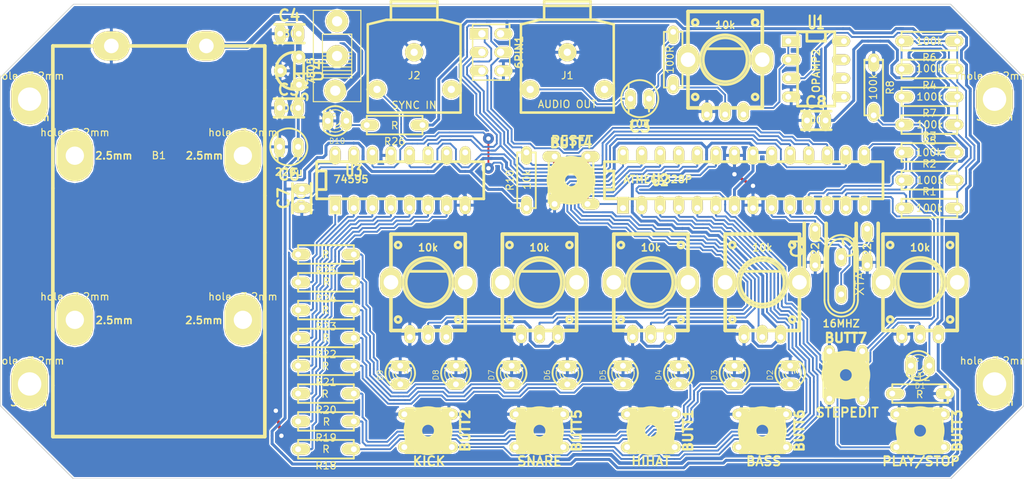
<source format=kicad_pcb>
(kicad_pcb (version 3) (host pcbnew "(2013-mar-13)-testing")
  (title_block (title "Lunchbeat PCB version") (date "28 Oct 2013") (rev "rev 4") (company buranelectrix.com) (comment 1 "this PCB design is licensed under CC BY-SA3.0 license"))
  (layers (15 F.Cu signal) (0 B.Cu signal) (18 B.Paste user hide) (19 F.Paste user hide) (20 B.SilkS user hide) (21 F.SilkS user hide) (22 B.Mask user hide) (23 F.Mask user hide) (28 Edge.Cuts user))
  (net 0 "")
  (net 1 /BASS)
  (net 2 /BASSPOT)
  (net 3 /CLOCK)
  (net 4 "/DAC BIT1")
  (net 5 "/DAC BIT2")
  (net 6 "/DAC BIT3")
  (net 7 "/DAC out")
  (net 8 /DATA)
  (net 9 /EDIT)
  (net 10 /HIHAT)
  (net 11 /HIHATPOT)
  (net 12 /KICK)
  (net 13 /KICKPOT)
  (net 14 /LATCH)
  (net 15 /MISO)
  (net 16 /PLAY)
  (net 17 /RESET)
  (net 18 /SNARE)
  (net 19 /SNAREPOT)
  (net 20 /TEMPOPOT)
  (net 21 N-000001)
  (net 22 N-0000013)
  (net 23 N-0000014)
  (net 24 N-0000015)
  (net 25 N-0000017)
  (net 26 N-0000020)
  (net 27 N-0000021)
  (net 28 N-0000025)
  (net 29 N-0000026)
  (net 30 N-000003)
  (net 31 N-0000030)
  (net 32 N-0000031)
  (net 33 N-0000032)
  (net 34 N-0000034)
  (net 35 N-0000035)
  (net 36 N-0000036)
  (net 37 N-0000037)
  (net 38 N-0000038)
  (net 39 N-0000041)
  (net 40 N-0000042)
  (net 41 N-0000043)
  (net 42 N-0000044)
  (net 43 N-0000045)
  (net 44 N-0000046)
  (net 45 N-0000047)
  (net 46 N-0000048)
  (net 47 N-0000049)
  (net 48 N-0000050)
  (net 49 N-0000051)
  (net 50 N-0000052)
  (net 51 N-0000054)
  (net 52 N-0000055)
  (net 53 N-000007)
  (net 54 VCC)
  (net 55 ~)
  (module SWITCH-canSL19121 (layer F.Cu) (at 131.064 69.088 90)
    (fp_text reference SW1 (at -4 -4.75 90) (layer F.SilkS) (effects (font (thickness 0.3048))))
    (fp_text value SW-PW hide)
    (pad 1 thru_hole oval (at -4.75 -0.25 90) (size 3 3) (drill 1.4) (layers *.Cu *.Mask F.SilkS) (net 53 N-000007))
    (pad 2 thru_hole circle (at 0 0 90) (size 3 3) (drill 1.4) (layers *.Cu *.Mask F.SilkS) (net 23 N-0000014))
    (pad 3 thru_hole oval (at 4.75 0 90) (size 3 3) (drill 1.4) (layers *.Cu *.Mask F.SilkS))
  )
  (module push-PCB6mm (layer F.Cu) (at 173.99 120.396 270)
    (fp_text reference BUTT1 (at 0 -5.08 270) (layer F.SilkS) (effects (font (size 1.27 1.27) (thickness 0.3175))))
    (fp_text value HIHAT (at 4.191 0 360) (layer F.SilkS) (effects (font (size 1.27 1.27) (thickness 0.254))))
    (pad 1 thru_hole oval (at -2.25044 -3.2512 270) (size 1.5 2.5) (drill 0.8 (offset 0 0.4)) (layers *.Cu *.Mask F.SilkS) (net 55 ~))
    (pad 2 thru_hole oval (at 2.25044 3.2512 270) (size 1.5 2.5) (drill 0.8 (offset 0 -0.4)) (layers *.Cu *.Mask F.SilkS) (net 10 /HIHAT))
    (pad 2 thru_hole oval (at 2.25044 -3.2512 270) (size 1.5 2.5) (drill 0.8 (offset 0 0.4)) (layers *.Cu *.Mask F.SilkS) (net 10 /HIHAT))
    (pad 1 thru_hole oval (at -2.25044 3.2512 270) (size 1.5 2.5) (drill 0.8 (offset 0 -0.4)) (layers *.Cu *.Mask F.SilkS) (net 55 ~))
  )
  (module push-PCB6mm (layer F.Cu) (at 143.51 120.396 270)
    (fp_text reference BUTT2 (at 0 -5.08 270) (layer F.SilkS) (effects (font (size 1.27 1.27) (thickness 0.3175))))
    (fp_text value KICK (at 4.191 -0.127 360) (layer F.SilkS) (effects (font (size 1.27 1.27) (thickness 0.254))))
    (pad 1 thru_hole oval (at -2.25044 -3.2512 270) (size 1.5 2.5) (drill 0.8 (offset 0 0.4)) (layers *.Cu *.Mask F.SilkS) (net 55 ~))
    (pad 2 thru_hole oval (at 2.25044 3.2512 270) (size 1.5 2.5) (drill 0.8 (offset 0 -0.4)) (layers *.Cu *.Mask F.SilkS) (net 12 /KICK))
    (pad 2 thru_hole oval (at 2.25044 -3.2512 270) (size 1.5 2.5) (drill 0.8 (offset 0 0.4)) (layers *.Cu *.Mask F.SilkS) (net 12 /KICK))
    (pad 1 thru_hole oval (at -2.25044 3.2512 270) (size 1.5 2.5) (drill 0.8 (offset 0 -0.4)) (layers *.Cu *.Mask F.SilkS) (net 55 ~))
  )
  (module push-PCB6mm (layer F.Cu) (at 210.82 120.396 270)
    (fp_text reference BUTT3 (at 0 -5.08 270) (layer F.SilkS) (effects (font (size 1.27 1.27) (thickness 0.3175))))
    (fp_text value PLAY/STOP (at 4.191 -0.127 360) (layer F.SilkS) (effects (font (size 1.27 1.27) (thickness 0.254))))
    (pad 1 thru_hole oval (at -2.25044 -3.2512 270) (size 1.5 2.5) (drill 0.8 (offset 0 0.4)) (layers *.Cu *.Mask F.SilkS) (net 55 ~))
    (pad 2 thru_hole oval (at 2.25044 3.2512 270) (size 1.5 2.5) (drill 0.8 (offset 0 -0.4)) (layers *.Cu *.Mask F.SilkS) (net 16 /PLAY))
    (pad 2 thru_hole oval (at 2.25044 -3.2512 270) (size 1.5 2.5) (drill 0.8 (offset 0 0.4)) (layers *.Cu *.Mask F.SilkS) (net 16 /PLAY))
    (pad 1 thru_hole oval (at -2.25044 3.2512 270) (size 1.5 2.5) (drill 0.8 (offset 0 -0.4)) (layers *.Cu *.Mask F.SilkS) (net 55 ~))
  )
  (module push-PCB6mm (layer F.Cu) (at 163.068 86.106)
    (fp_text reference BUTT4 (at 0 -5.08) (layer F.SilkS) (effects (font (size 1.27 1.27) (thickness 0.3175))))
    (fp_text value RESET (at 0.127 -5.3975) (layer F.SilkS) (effects (font (size 1.27 1.27) (thickness 0.254))))
    (pad 1 thru_hole oval (at -2.25044 -3.2512) (size 2.5 1.5) (drill 0.8 (offset -0.4 0)) (layers *.Cu *.Mask F.SilkS) (net 55 ~))
    (pad 2 thru_hole oval (at 2.25044 3.2512) (size 2.5 1.5) (drill 0.8 (offset 0.4 0)) (layers *.Cu *.Mask F.SilkS) (net 17 /RESET))
    (pad 2 thru_hole oval (at 2.25044 -3.2512) (size 2.5 1.5) (drill 0.8 (offset 0.4 0)) (layers *.Cu *.Mask F.SilkS) (net 17 /RESET))
    (pad 1 thru_hole oval (at -2.25044 3.2512) (size 1.5 2.5) (drill 0.8 (offset 0 -0.4)) (layers *.Cu *.Mask F.SilkS) (net 55 ~))
  )
  (module push-PCB6mm (layer F.Cu) (at 158.75 120.396 270)
    (fp_text reference BUTT5 (at 0 -5.08 270) (layer F.SilkS) (effects (font (size 1.27 1.27) (thickness 0.3175))))
    (fp_text value SNARE (at 4.191 0 360) (layer F.SilkS) (effects (font (size 1.27 1.27) (thickness 0.254))))
    (pad 1 thru_hole oval (at -2.25044 -3.2512 270) (size 1.5 2.5) (drill 0.8 (offset 0 0.4)) (layers *.Cu *.Mask F.SilkS) (net 55 ~))
    (pad 2 thru_hole oval (at 2.25044 3.2512 270) (size 1.5 2.5) (drill 0.8 (offset 0 -0.4)) (layers *.Cu *.Mask F.SilkS) (net 18 /SNARE))
    (pad 2 thru_hole oval (at 2.25044 -3.2512 270) (size 1.5 2.5) (drill 0.8 (offset 0 0.4)) (layers *.Cu *.Mask F.SilkS) (net 18 /SNARE))
    (pad 1 thru_hole oval (at -2.25044 3.2512 270) (size 1.5 2.5) (drill 0.8 (offset 0 -0.4)) (layers *.Cu *.Mask F.SilkS) (net 55 ~))
  )
  (module push-PCB6mm (layer F.Cu) (at 189.23 120.396 270)
    (fp_text reference BUTT6 (at 0 -5.08 270) (layer F.SilkS) (effects (font (size 1.27 1.27) (thickness 0.3175))))
    (fp_text value BASS (at 4.191 -0.1905 360) (layer F.SilkS) (effects (font (size 1.27 1.27) (thickness 0.254))))
    (pad 1 thru_hole oval (at -2.25044 -3.2512 270) (size 1.5 2.5) (drill 0.8 (offset 0 0.4)) (layers *.Cu *.Mask F.SilkS) (net 55 ~))
    (pad 2 thru_hole oval (at 2.25044 3.2512 270) (size 1.5 2.5) (drill 0.8 (offset 0 -0.4)) (layers *.Cu *.Mask F.SilkS) (net 1 /BASS))
    (pad 2 thru_hole oval (at 2.25044 -3.2512 270) (size 1.5 2.5) (drill 0.8 (offset 0 0.4)) (layers *.Cu *.Mask F.SilkS) (net 1 /BASS))
    (pad 1 thru_hole oval (at -2.25044 3.2512 270) (size 1.5 2.5) (drill 0.8 (offset 0 -0.4)) (layers *.Cu *.Mask F.SilkS) (net 55 ~))
  )
  (module CapEl2.5mm (layer F.Cu) (at 172.466 74.93 180)
    (fp_text reference C3 (at 0 -3.81 180) (layer F.SilkS) (effects (font (thickness 0.3048))))
    (fp_text value 10u (at 0.0635 -3.429 180) (layer F.SilkS) (effects (font (thickness 0.2))))
    (pad 1 thru_hole oval (at -1.27 0 180) (size 1.50114 2.5) (drill 0.8001) (layers *.Cu *.Mask F.SilkS) (net 22 N-0000013))
    (pad 2 thru_hole oval (at 1.27 0 180) (size 1.50114 2.5) (drill 0.8001) (layers *.Cu *.Mask F.SilkS) (net 33 N-0000032))
  )
  (module Cap2.5mm (layer F.Cu) (at 124.46 76.2)
    (fp_text reference C5 (at 0 -2.5) (layer F.SilkS) (effects (font (thickness 0.3048))))
    (fp_text value 100n (at 0.0635 0.0635) (layer F.SilkS) (effects (font (thickness 0.2))))
    (pad 1 thru_hole oval (at -1.25 0) (size 1.5 2.5) (drill 0.8001) (layers *.Cu *.Mask F.SilkS) (net 55 ~))
    (pad 2 thru_hole oval (at 1.29 0) (size 1.50114 2.5) (drill 0.8001) (layers *.Cu *.Mask F.SilkS) (net 54 VCC))
  )
  (module Cap2.5mm (layer F.Cu) (at 126.238 88.5825 90)
    (fp_text reference C7 (at 0 -2.5 90) (layer F.SilkS) (effects (font (thickness 0.3048))))
    (fp_text value 100n (at -0.127 -0.0635 270) (layer F.SilkS) (effects (font (thickness 0.2))))
    (pad 1 thru_hole oval (at -1.25 0 90) (size 1.5 2.5) (drill 0.8001) (layers *.Cu *.Mask F.SilkS) (net 55 ~))
    (pad 2 thru_hole oval (at 1.29 0 90) (size 1.50114 2.5) (drill 0.8001) (layers *.Cu *.Mask F.SilkS) (net 54 VCC))
  )
  (module Cap2.5mm (layer F.Cu) (at 196.596 77.9145)
    (fp_text reference C8 (at 0 -2.5) (layer F.SilkS) (effects (font (thickness 0.3048))))
    (fp_text value 100n (at -0.0635 -0.0635) (layer F.SilkS) (effects (font (thickness 0.2))))
    (pad 1 thru_hole oval (at -1.25 0) (size 1.5 2.5) (drill 0.8001) (layers *.Cu *.Mask F.SilkS) (net 55 ~))
    (pad 2 thru_hole oval (at 1.29 0) (size 1.50114 2.5) (drill 0.8001) (layers *.Cu *.Mask F.SilkS) (net 54 VCC))
  )
  (module LED-3mm (layer F.Cu) (at 210.82 111.506 180)
    (fp_text reference D1 (at 0 -2.75 180) (layer F.SilkS) (effects (font (size 0.762 0.762) (thickness 0.0889))))
    (fp_text value LED hide)
    (pad 1 thru_hole oval (at -1.27 0 180) (size 1.5 2.5) (drill 0.8) (layers *.Cu *.Mask F.SilkS) (net 27 N-0000021))
    (pad 2 thru_hole oval (at 1.27 0 180) (size 1.5 2.5) (drill 0.8) (layers *.Cu *.Mask F.SilkS) (net 26 N-0000020))
  )
  (module LED-3mm (layer F.Cu) (at 193.04 112.776 90)
    (fp_text reference D2 (at 0 -2.75 90) (layer F.SilkS) (effects (font (size 0.762 0.762) (thickness 0.0889))))
    (fp_text value LED hide)
    (pad 1 thru_hole oval (at -1.27 0 90) (size 1.5 2.5) (drill 0.8) (layers *.Cu *.Mask F.SilkS) (net 38 N-0000038))
    (pad 2 thru_hole oval (at 1.27 0 90) (size 1.5 2.5) (drill 0.8) (layers *.Cu *.Mask F.SilkS) (net 55 ~))
  )
  (module LED-3mm (layer F.Cu) (at 185.42 112.776 90)
    (fp_text reference D3 (at 0 -2.75 90) (layer F.SilkS) (effects (font (size 0.762 0.762) (thickness 0.0889))))
    (fp_text value LED hide)
    (pad 1 thru_hole oval (at -1.27 0 90) (size 1.5 2.5) (drill 0.8) (layers *.Cu *.Mask F.SilkS) (net 37 N-0000037))
    (pad 2 thru_hole oval (at 1.27 0 90) (size 1.5 2.5) (drill 0.8) (layers *.Cu *.Mask F.SilkS) (net 55 ~))
  )
  (module LED-3mm (layer F.Cu) (at 177.8 112.776 90)
    (fp_text reference D4 (at 0 -2.75 90) (layer F.SilkS) (effects (font (size 0.762 0.762) (thickness 0.0889))))
    (fp_text value LED hide)
    (pad 1 thru_hole oval (at -1.27 0 90) (size 1.5 2.5) (drill 0.8) (layers *.Cu *.Mask F.SilkS) (net 36 N-0000036))
    (pad 2 thru_hole oval (at 1.27 0 90) (size 1.5 2.5) (drill 0.8) (layers *.Cu *.Mask F.SilkS) (net 55 ~))
  )
  (module LED-3mm (layer F.Cu) (at 170.18 112.776 90)
    (fp_text reference D5 (at 0 -2.75 90) (layer F.SilkS) (effects (font (size 0.762 0.762) (thickness 0.0889))))
    (fp_text value LED hide)
    (pad 1 thru_hole oval (at -1.27 0 90) (size 1.5 2.5) (drill 0.8) (layers *.Cu *.Mask F.SilkS) (net 35 N-0000035))
    (pad 2 thru_hole oval (at 1.27 0 90) (size 1.5 2.5) (drill 0.8) (layers *.Cu *.Mask F.SilkS) (net 55 ~))
  )
  (module LED-3mm (layer F.Cu) (at 162.56 112.776 90)
    (fp_text reference D6 (at 0 -2.75 90) (layer F.SilkS) (effects (font (size 0.762 0.762) (thickness 0.0889))))
    (fp_text value LED hide)
    (pad 1 thru_hole oval (at -1.27 0 90) (size 1.5 2.5) (drill 0.8) (layers *.Cu *.Mask F.SilkS) (net 34 N-0000034))
    (pad 2 thru_hole oval (at 1.27 0 90) (size 1.5 2.5) (drill 0.8) (layers *.Cu *.Mask F.SilkS) (net 55 ~))
  )
  (module LED-3mm (layer F.Cu) (at 154.94 112.776 90)
    (fp_text reference D7 (at 0 -2.75 90) (layer F.SilkS) (effects (font (size 0.762 0.762) (thickness 0.0889))))
    (fp_text value LED hide)
    (pad 1 thru_hole oval (at -1.27 0 90) (size 1.5 2.5) (drill 0.8) (layers *.Cu *.Mask F.SilkS) (net 50 N-0000052))
    (pad 2 thru_hole oval (at 1.27 0 90) (size 1.5 2.5) (drill 0.8) (layers *.Cu *.Mask F.SilkS) (net 55 ~))
  )
  (module LED-3mm (layer F.Cu) (at 147.32 112.776 90)
    (fp_text reference D8 (at 0 -2.75 90) (layer F.SilkS) (effects (font (size 0.762 0.762) (thickness 0.0889))))
    (fp_text value LED hide)
    (pad 1 thru_hole oval (at -1.27 0 90) (size 1.5 2.5) (drill 0.8) (layers *.Cu *.Mask F.SilkS) (net 48 N-0000050))
    (pad 2 thru_hole oval (at 1.27 0 90) (size 1.5 2.5) (drill 0.8) (layers *.Cu *.Mask F.SilkS) (net 55 ~))
  )
  (module LED-3mm (layer F.Cu) (at 139.7 112.776 90)
    (fp_text reference D9 (at 0 -2.75 90) (layer F.SilkS) (effects (font (size 0.762 0.762) (thickness 0.0889))))
    (fp_text value LED hide)
    (pad 1 thru_hole oval (at -1.27 0 90) (size 1.5 2.5) (drill 0.8) (layers *.Cu *.Mask F.SilkS) (net 46 N-0000048))
    (pad 2 thru_hole oval (at 1.27 0 90) (size 1.5 2.5) (drill 0.8) (layers *.Cu *.Mask F.SilkS) (net 55 ~))
  )
  (module LED-3mm (layer F.Cu) (at 131.064 77.978 180)
    (fp_text reference D10 (at 0 -2.75 180) (layer F.SilkS) (effects (font (size 0.762 0.762) (thickness 0.0889))))
    (fp_text value LED hide)
    (pad 1 thru_hole oval (at -1.27 0 180) (size 1.5 2.5) (drill 0.8) (layers *.Cu *.Mask F.SilkS) (net 21 N-000001))
    (pad 2 thru_hole oval (at 1.27 0 180) (size 1.5 2.5) (drill 0.8) (layers *.Cu *.Mask F.SilkS) (net 55 ~))
  )
  (module R-hor75m (layer F.Cu) (at 212.09 89.916 180)
    (fp_text reference R1 (at 0 2.25 180) (layer F.SilkS))
    (fp_text value 100k (at 0 0 180) (layer F.SilkS))
    (pad 1 thru_hole oval (at -3.81 0 180) (size 2.5 1.5) (drill 0.8 (offset 0.4 0)) (layers *.Cu *.Mask B.Adhes F.SilkS) (net 7 "/DAC out"))
    (pad 2 thru_hole oval (at 3.81 0 180) (size 2.5 1.5) (drill 0.8 (offset -0.4 0)) (layers *.Cu *.Mask B.Adhes F.SilkS) (net 6 "/DAC BIT3"))
  )
  (module R-hor75m (layer F.Cu) (at 212.09 86.106 180)
    (fp_text reference R2 (at 0 2.25 180) (layer F.SilkS))
    (fp_text value 100k (at -0.0635 0 180) (layer F.SilkS))
    (pad 1 thru_hole oval (at -3.81 0 180) (size 2.5 1.5) (drill 0.8 (offset 0.4 0)) (layers *.Cu *.Mask B.Adhes F.SilkS) (net 31 N-0000030))
    (pad 2 thru_hole oval (at 3.81 0 180) (size 2.5 1.5) (drill 0.8 (offset -0.4 0)) (layers *.Cu *.Mask B.Adhes F.SilkS) (net 5 "/DAC BIT2"))
  )
  (module R-hor75m (layer F.Cu) (at 212.09 82.296 180)
    (fp_text reference R3 (at 0 2.25 180) (layer F.SilkS))
    (fp_text value 100k (at 0.0635 0 180) (layer F.SilkS))
    (pad 1 thru_hole oval (at -3.81 0 180) (size 2.5 1.5) (drill 0.8 (offset 0.4 0)) (layers *.Cu *.Mask B.Adhes F.SilkS) (net 51 N-0000054))
    (pad 2 thru_hole oval (at 3.81 0 180) (size 2.5 1.5) (drill 0.8 (offset -0.4 0)) (layers *.Cu *.Mask B.Adhes F.SilkS) (net 4 "/DAC BIT1"))
  )
  (module R-hor75m (layer F.Cu) (at 212.09 70.866)
    (fp_text reference R4 (at 0 2.25) (layer F.SilkS))
    (fp_text value 100k (at 0 -0.0635) (layer F.SilkS))
    (pad 1 thru_hole oval (at -3.81 0) (size 2.5 1.5) (drill 0.8 (offset 0.4 0)) (layers *.Cu *.Mask B.Adhes F.SilkS) (net 31 N-0000030))
    (pad 2 thru_hole oval (at 3.81 0) (size 2.5 1.5) (drill 0.8 (offset -0.4 0)) (layers *.Cu *.Mask B.Adhes F.SilkS) (net 7 "/DAC out"))
  )
  (module R-hor75m (layer F.Cu) (at 212.09 78.486)
    (fp_text reference R5 (at 0 2.25) (layer F.SilkS))
    (fp_text value 100k (at 0.0635 0) (layer F.SilkS))
    (pad 1 thru_hole oval (at -3.81 0) (size 2.5 1.5) (drill 0.8 (offset 0.4 0)) (layers *.Cu *.Mask B.Adhes F.SilkS) (net 51 N-0000054))
    (pad 2 thru_hole oval (at 3.81 0) (size 2.5 1.5) (drill 0.8 (offset -0.4 0)) (layers *.Cu *.Mask B.Adhes F.SilkS) (net 31 N-0000030))
  )
  (module R-hor75m (layer F.Cu) (at 212.09 67.056)
    (fp_text reference R6 (at 0 2.25) (layer F.SilkS))
    (fp_text value 100k (at 0 0) (layer F.SilkS))
    (pad 1 thru_hole oval (at -3.81 0) (size 2.5 1.5) (drill 0.8 (offset 0.4 0)) (layers *.Cu *.Mask B.Adhes F.SilkS) (net 31 N-0000030))
    (pad 2 thru_hole oval (at 3.81 0) (size 2.5 1.5) (drill 0.8 (offset -0.4 0)) (layers *.Cu *.Mask B.Adhes F.SilkS) (net 7 "/DAC out"))
  )
  (module R-hor75m (layer F.Cu) (at 212.09 74.676)
    (fp_text reference R7 (at 0 2.25) (layer F.SilkS))
    (fp_text value 100k (at 0.0635 0) (layer F.SilkS))
    (pad 1 thru_hole oval (at -3.81 0) (size 2.5 1.5) (drill 0.8 (offset 0.4 0)) (layers *.Cu *.Mask B.Adhes F.SilkS) (net 51 N-0000054))
    (pad 2 thru_hole oval (at 3.81 0) (size 2.5 1.5) (drill 0.8 (offset -0.4 0)) (layers *.Cu *.Mask B.Adhes F.SilkS) (net 31 N-0000030))
  )
  (module R-hor75m (layer F.Cu) (at 204.47 73.406 90)
    (fp_text reference R8 (at 0 2.25 90) (layer F.SilkS))
    (fp_text value 100k (at 0.127 -0.0635 90) (layer F.SilkS))
    (pad 1 thru_hole oval (at -3.81 0 90) (size 2.5 1.5) (drill 0.8 (offset 0.4 0)) (layers *.Cu *.Mask B.Adhes F.SilkS) (net 51 N-0000054))
    (pad 2 thru_hole oval (at 3.81 0 90) (size 2.5 1.5) (drill 0.8 (offset -0.4 0)) (layers *.Cu *.Mask B.Adhes F.SilkS) (net 55 ~))
  )
  (module R-hor75m (layer F.Cu) (at 156.972 86.106 270)
    (fp_text reference R10 (at 0 2.25 270) (layer F.SilkS))
    (fp_text value 10k (at -0.0635 -0.0635 270) (layer F.SilkS))
    (pad 1 thru_hole oval (at -3.81 0 270) (size 2.5 1.5) (drill 0.8 (offset 0.4 0)) (layers *.Cu *.Mask B.Adhes F.SilkS) (net 17 /RESET))
    (pad 2 thru_hole oval (at 3.81 0 270) (size 2.5 1.5) (drill 0.8 (offset -0.4 0)) (layers *.Cu *.Mask B.Adhes F.SilkS) (net 54 VCC))
  )
  (module pot-ALPS (layer F.Cu) (at 173.99 100.076)
    (fp_text reference R15 hide)
    (fp_text value 10k (at 0 -4.75) (layer F.SilkS) (effects (font (thickness 0.20066))))
    (pad 1 thru_hole oval (at -2.49936 7.50062) (size 1.5 2.5) (drill 0.8 (offset 0 -0.4)) (layers *.Cu *.Mask F.SilkS) (net 55 ~))
    (pad 2 thru_hole oval (at 0 7.50062) (size 1.5 2.5) (drill 0.8 (offset 0 -0.4)) (layers *.Cu *.Mask F.SilkS) (net 11 /HIHATPOT))
    (pad 3 thru_hole oval (at 2.49936 7.50062) (size 1.5 2.5) (drill 0.8 (offset 0 -0.4)) (layers *.Cu *.Mask F.SilkS) (net 54 VCC))
    (pad "" thru_hole oval (at -5.08 0) (size 3 4) (drill 2) (layers *.Cu *.Mask F.SilkS))
    (pad "" thru_hole oval (at 5.08 0) (size 3 4) (drill 2) (layers *.Cu *.Mask F.SilkS))
  )
  (module pot-ALPS (layer F.Cu) (at 189.23 100.076)
    (fp_text reference R16 hide)
    (fp_text value 10k (at 0 -4.75) (layer F.SilkS) (effects (font (thickness 0.20066))))
    (pad 1 thru_hole oval (at -2.49936 7.50062) (size 1.5 2.5) (drill 0.8 (offset 0 -0.4)) (layers *.Cu *.Mask F.SilkS) (net 55 ~))
    (pad 2 thru_hole oval (at 0 7.50062) (size 1.5 2.5) (drill 0.8 (offset 0 -0.4)) (layers *.Cu *.Mask F.SilkS) (net 2 /BASSPOT))
    (pad 3 thru_hole oval (at 2.49936 7.50062) (size 1.5 2.5) (drill 0.8 (offset 0 -0.4)) (layers *.Cu *.Mask F.SilkS) (net 54 VCC))
    (pad "" thru_hole oval (at -5.08 0) (size 3 4) (drill 2) (layers *.Cu *.Mask F.SilkS))
    (pad "" thru_hole oval (at 5.08 0) (size 3 4) (drill 2) (layers *.Cu *.Mask F.SilkS))
  )
  (module pot-ALPS (layer F.Cu) (at 210.82 100.076)
    (fp_text reference R17 hide)
    (fp_text value 10k (at 0 -4.75) (layer F.SilkS) (effects (font (thickness 0.20066))))
    (pad 1 thru_hole oval (at -2.49936 7.50062) (size 1.5 2.5) (drill 0.8 (offset 0 -0.4)) (layers *.Cu *.Mask F.SilkS) (net 55 ~))
    (pad 2 thru_hole oval (at 0 7.50062) (size 1.5 2.5) (drill 0.8 (offset 0 -0.4)) (layers *.Cu *.Mask F.SilkS) (net 20 /TEMPOPOT))
    (pad 3 thru_hole oval (at 2.49936 7.50062) (size 1.5 2.5) (drill 0.8 (offset 0 -0.4)) (layers *.Cu *.Mask F.SilkS) (net 54 VCC))
    (pad "" thru_hole oval (at -5.08 0) (size 3 4) (drill 2) (layers *.Cu *.Mask F.SilkS))
    (pad "" thru_hole oval (at 5.08 0) (size 3 4) (drill 2) (layers *.Cu *.Mask F.SilkS))
  )
  (module R-hor75m (layer F.Cu) (at 129.54 115.316)
    (fp_text reference R20 (at 0 2.25) (layer F.SilkS))
    (fp_text value R (at -0.127 0.0635) (layer F.SilkS))
    (pad 1 thru_hole oval (at -3.81 0) (size 2.5 1.5) (drill 0.8 (offset 0.4 0)) (layers *.Cu *.Mask B.Adhes F.SilkS) (net 42 N-0000044))
    (pad 2 thru_hole oval (at 3.81 0) (size 2.5 1.5) (drill 0.8 (offset -0.4 0)) (layers *.Cu *.Mask B.Adhes F.SilkS) (net 36 N-0000036))
  )
  (module R-hor75m (layer F.Cu) (at 129.54 111.506)
    (fp_text reference R21 (at 0 2.25) (layer F.SilkS))
    (fp_text value R (at -0.0635 0.0635) (layer F.SilkS))
    (pad 1 thru_hole oval (at -3.81 0) (size 2.5 1.5) (drill 0.8 (offset 0.4 0)) (layers *.Cu *.Mask B.Adhes F.SilkS) (net 43 N-0000045))
    (pad 2 thru_hole oval (at 3.81 0) (size 2.5 1.5) (drill 0.8 (offset -0.4 0)) (layers *.Cu *.Mask B.Adhes F.SilkS) (net 35 N-0000035))
  )
  (module R-hor75m (layer F.Cu) (at 129.54 107.696)
    (fp_text reference R22 (at 0 2.25) (layer F.SilkS))
    (fp_text value R (at 0 0) (layer F.SilkS))
    (pad 1 thru_hole oval (at -3.81 0) (size 2.5 1.5) (drill 0.8 (offset 0.4 0)) (layers *.Cu *.Mask B.Adhes F.SilkS) (net 44 N-0000046))
    (pad 2 thru_hole oval (at 3.81 0) (size 2.5 1.5) (drill 0.8 (offset -0.4 0)) (layers *.Cu *.Mask B.Adhes F.SilkS) (net 34 N-0000034))
  )
  (module R-hor75m (layer F.Cu) (at 129.54 103.886)
    (fp_text reference R23 (at 0 2.25) (layer F.SilkS))
    (fp_text value R (at -0.0635 0) (layer F.SilkS))
    (pad 1 thru_hole oval (at -3.81 0) (size 2.5 1.5) (drill 0.8 (offset 0.4 0)) (layers *.Cu *.Mask B.Adhes F.SilkS) (net 49 N-0000051))
    (pad 2 thru_hole oval (at 3.81 0) (size 2.5 1.5) (drill 0.8 (offset -0.4 0)) (layers *.Cu *.Mask B.Adhes F.SilkS) (net 50 N-0000052))
  )
  (module R-hor75m (layer F.Cu) (at 129.54 100.076)
    (fp_text reference R24 (at 0 2.25) (layer F.SilkS))
    (fp_text value R (at 0.0635 -0.0635) (layer F.SilkS))
    (pad 1 thru_hole oval (at -3.81 0) (size 2.5 1.5) (drill 0.8 (offset 0.4 0)) (layers *.Cu *.Mask B.Adhes F.SilkS) (net 47 N-0000049))
    (pad 2 thru_hole oval (at 3.81 0) (size 2.5 1.5) (drill 0.8 (offset -0.4 0)) (layers *.Cu *.Mask B.Adhes F.SilkS) (net 48 N-0000050))
  )
  (module R-hor75m (layer F.Cu) (at 129.54 96.266)
    (fp_text reference R25 (at 0 2.25) (layer F.SilkS))
    (fp_text value R (at -0.0635 0) (layer F.SilkS))
    (pad 1 thru_hole oval (at -3.81 0) (size 2.5 1.5) (drill 0.8 (offset 0.4 0)) (layers *.Cu *.Mask B.Adhes F.SilkS) (net 45 N-0000047))
    (pad 2 thru_hole oval (at 3.81 0) (size 2.5 1.5) (drill 0.8 (offset -0.4 0)) (layers *.Cu *.Mask B.Adhes F.SilkS) (net 46 N-0000048))
  )
  (module R-hor75m (layer F.Cu) (at 138.938 78.5495)
    (fp_text reference R26 (at 0 2.25) (layer F.SilkS))
    (fp_text value R (at 0 0.0635) (layer F.SilkS))
    (pad 1 thru_hole oval (at -3.81 0) (size 2.5 1.5) (drill 0.8 (offset 0.4 0)) (layers *.Cu *.Mask B.Adhes F.SilkS) (net 21 N-000001))
    (pad 2 thru_hole oval (at 3.81 0) (size 2.5 1.5) (drill 0.8 (offset -0.4 0)) (layers *.Cu *.Mask B.Adhes F.SilkS) (net 54 VCC))
  )
  (module jack35-CLIFF (layer F.Cu) (at 162.56 68.58)
    (fp_text reference J1 (at 0 3.175) (layer F.SilkS))
    (fp_text value "AUDIO OUT" (at 0 7.112) (layer F.SilkS))
    (pad 1 thru_hole oval (at -5.08 5.08) (size 2.5 2.5) (drill 1) (layers *.Cu *.Mask F.SilkS) (net 33 N-0000032))
    (pad 3 thru_hole circle (at 0 0) (size 2.5 2.5) (drill 1) (layers *.Cu *.Mask F.SilkS) (net 55 ~))
    (pad 2 thru_hole circle (at 5.08 5.08) (size 2.5 2.5) (drill 1) (layers *.Cu *.Mask F.SilkS) (net 52 N-0000055))
  )
  (module jack35-CLIFF (layer F.Cu) (at 141.605 68.58)
    (fp_text reference J2 (at 0 3.175) (layer F.SilkS))
    (fp_text value "SYNC IN" (at 0 7.239) (layer F.SilkS))
    (pad 1 thru_hole oval (at -5.08 5.08) (size 2.5 2.5) (drill 1) (layers *.Cu *.Mask F.SilkS) (net 28 N-0000025))
    (pad 3 thru_hole circle (at 0 0) (size 2.5 2.5) (drill 1) (layers *.Cu *.Mask F.SilkS) (net 55 ~))
    (pad 2 thru_hole circle (at 5.08 5.08) (size 2.5 2.5) (drill 1) (layers *.Cu *.Mask F.SilkS) (net 29 N-0000026))
  )
  (module crystal_hc-49u (layer F.Cu) (at 200.025 99.187 90)
    (fp_text reference XTAL1 (at 0 2.54 90) (layer F.SilkS) (effects (font (size 1.143 1.27) (thickness 0.1524))))
    (fp_text value 16MHZ (at -6.5405 0 180) (layer F.SilkS) (effects (font (thickness 0.2))))
    (pad 1 thru_hole oval (at -2.54 0 90) (size 2.5 1.5) (drill 0.8001) (layers *.Cu *.Mask F.SilkS) (net 25 N-0000017))
    (pad 2 thru_hole oval (at 2.54 0 90) (size 2.5 1.5) (drill 0.8001) (layers *.Cu *.Mask F.SilkS) (net 32 N-0000031))
  )
  (module Cap5mm (layer F.Cu) (at 196.469 95.25 90)
    (fp_text reference C1 (at 0 -2.5 90) (layer F.SilkS) (effects (font (thickness 0.3048))))
    (fp_text value 22p (at 0.127 0 90) (layer F.SilkS) (effects (font (thickness 0.2))))
    (pad 1 thru_hole oval (at -2.5 0 90) (size 2.5 1.5) (drill 0.8001 (offset 0.4 0)) (layers *.Cu *.Mask F.SilkS) (net 55 ~))
    (pad 2 thru_hole oval (at 2.5 0 90) (size 2.5 1.5) (drill 0.8001 (offset -0.4 0)) (layers *.Cu *.Mask F.SilkS) (net 32 N-0000031))
  )
  (module Cap5mm (layer F.Cu) (at 203.581 95.25 90)
    (fp_text reference C2 (at 0 -2.5 90) (layer F.SilkS) (effects (font (thickness 0.3048))))
    (fp_text value 22p (at 0.0635 0 90) (layer F.SilkS) (effects (font (thickness 0.2))))
    (pad 1 thru_hole oval (at -2.5 0 90) (size 2.5 1.5) (drill 0.8001 (offset 0.4 0)) (layers *.Cu *.Mask F.SilkS) (net 55 ~))
    (pad 2 thru_hole oval (at 2.5 0 90) (size 2.5 1.5) (drill 0.8001 (offset -0.4 0)) (layers *.Cu *.Mask F.SilkS) (net 25 N-0000017))
  )
  (module ISP6 (layer F.Cu) (at 152.146 68.58 270)
    (fp_text reference 6PIN1 (at 0 -3.81 270) (layer F.SilkS) (effects (font (size 1.016 1.016) (thickness 0.2032))))
    (fp_text value ISP6PIN hide)
    (pad 1 thru_hole rect (at -2.54 1.27 270) (size 1.524 2.5) (drill 1.016 (offset 0 0.4)) (layers *.Cu *.Mask F.SilkS) (net 15 /MISO))
    (pad 2 thru_hole oval (at -2.54 -1.27 270) (size 1.524 2.5) (drill 1.016 (offset 0 -0.4)) (layers *.Cu *.Mask F.SilkS) (net 54 VCC))
    (pad 3 thru_hole oval (at 0 1.27 270) (size 1.524 2.5) (drill 1.016 (offset 0 0.4)) (layers *.Cu *.Mask F.SilkS) (net 3 /CLOCK))
    (pad 4 thru_hole oval (at 0 -1.27 270) (size 1.524 2.5) (drill 1.016 (offset 0 -0.4)) (layers *.Cu *.Mask F.SilkS) (net 8 /DATA))
    (pad 5 thru_hole oval (at 2.54 1.27 270) (size 1.524 2.5) (drill 1.016 (offset 0 0.4)) (layers *.Cu *.Mask F.SilkS) (net 17 /RESET))
    (pad 6 thru_hole oval (at 2.54 -1.27 270) (size 1.524 2.5) (drill 1.016 (offset 0 -0.4)) (layers *.Cu *.Mask F.SilkS) (net 55 ~))
  )
  (module 9V-KEYS1294 (layer F.Cu) (at 106.68 92.71)
    (fp_text reference B1 (at 0 -10) (layer F.SilkS))
    (fp_text value BATTERY hide)
    (pad 1 thru_hole oval (at -6.5 -25) (size 5 4) (drill 2) (layers *.Cu *.Mask F.SilkS) (net 55 ~))
    (pad 2 thru_hole oval (at 6.5 -25) (size 5 4) (drill 2) (layers *.Cu *.Mask F.SilkS) (net 53 N-000007))
  )
  (module Cap2.5mm (layer F.Cu) (at 124.5235 66.04)
    (fp_text reference C4 (at 0 -2.5) (layer F.SilkS) (effects (font (thickness 0.3048))))
    (fp_text value 330n (at 0.0635 0) (layer F.SilkS) (effects (font (thickness 0.2))))
    (pad 1 thru_hole oval (at -1.25 0) (size 1.5 2.5) (drill 0.8001) (layers *.Cu *.Mask F.SilkS) (net 55 ~))
    (pad 2 thru_hole oval (at 1.29 0) (size 1.50114 2.5) (drill 0.8001) (layers *.Cu *.Mask F.SilkS) (net 23 N-0000014))
  )
  (module CapEl2.5mm (layer F.Cu) (at 124.46 81.534 180)
    (fp_text reference C6 (at 0 -3.81 180) (layer F.SilkS) (effects (font (thickness 0.3048))))
    (fp_text value 220u (at 0 -3.429 180) (layer F.SilkS) (effects (font (thickness 0.2))))
    (pad 1 thru_hole oval (at -1.27 0 180) (size 1.50114 2.5) (drill 0.8001) (layers *.Cu *.Mask F.SilkS) (net 54 VCC))
    (pad 2 thru_hole oval (at 1.27 0 180) (size 1.50114 2.5) (drill 0.8001) (layers *.Cu *.Mask F.SilkS) (net 55 ~))
  )
  (module pot-ALPS (layer F.Cu) (at 184.15 69.596)
    (fp_text reference R9 hide)
    (fp_text value 10k (at 0 -4.75) (layer F.SilkS) (effects (font (thickness 0.20066))))
    (pad 1 thru_hole oval (at -2.49936 7.50062) (size 1.5 2.5) (drill 0.8 (offset 0 -0.4)) (layers *.Cu *.Mask F.SilkS) (net 55 ~))
    (pad 2 thru_hole oval (at 0 7.50062) (size 1.5 2.5) (drill 0.8 (offset 0 -0.4)) (layers *.Cu *.Mask F.SilkS) (net 24 N-0000015))
    (pad 3 thru_hole oval (at 2.49936 7.50062) (size 1.5 2.5) (drill 0.8 (offset 0 -0.4)) (layers *.Cu *.Mask F.SilkS) (net 30 N-000003))
    (pad "" thru_hole oval (at -5.08 0) (size 3 4) (drill 2) (layers *.Cu *.Mask F.SilkS))
    (pad "" thru_hole oval (at 5.08 0) (size 3 4) (drill 2) (layers *.Cu *.Mask F.SilkS))
  )
  (module R-hor75m (layer F.Cu) (at 177.038 69.596 90)
    (fp_text reference R11 (at 0 2.25 90) (layer F.SilkS))
    (fp_text value 100R (at 0 -0.4445 90) (layer F.SilkS))
    (pad 1 thru_hole oval (at -3.81 0 90) (size 2.5 1.5) (drill 0.8 (offset 0.4 0)) (layers *.Cu *.Mask B.Adhes F.SilkS) (net 24 N-0000015))
    (pad 2 thru_hole oval (at 3.81 0 90) (size 2.5 1.5) (drill 0.8 (offset -0.4 0)) (layers *.Cu *.Mask B.Adhes F.SilkS) (net 22 N-0000013))
  )
  (module R-hor75m (layer F.Cu) (at 210.82 115.316 180)
    (fp_text reference R12 (at 0 2.25 180) (layer F.SilkS))
    (fp_text value R (at 0.0635 -0.127 180) (layer F.SilkS))
    (pad 1 thru_hole oval (at -3.81 0 180) (size 2.5 1.5) (drill 0.8 (offset 0.4 0)) (layers *.Cu *.Mask B.Adhes F.SilkS) (net 55 ~))
    (pad 2 thru_hole oval (at 3.81 0 180) (size 2.5 1.5) (drill 0.8 (offset -0.4 0)) (layers *.Cu *.Mask B.Adhes F.SilkS) (net 26 N-0000020))
  )
  (module pot-ALPS (layer F.Cu) (at 143.51 100.076)
    (fp_text reference R13 hide)
    (fp_text value 10k (at 0 -4.75) (layer F.SilkS) (effects (font (thickness 0.20066))))
    (pad 1 thru_hole oval (at -2.49936 7.50062) (size 1.5 2.5) (drill 0.8 (offset 0 -0.4)) (layers *.Cu *.Mask F.SilkS) (net 55 ~))
    (pad 2 thru_hole oval (at 0 7.50062) (size 1.5 2.5) (drill 0.8 (offset 0 -0.4)) (layers *.Cu *.Mask F.SilkS) (net 13 /KICKPOT))
    (pad 3 thru_hole oval (at 2.49936 7.50062) (size 1.5 2.5) (drill 0.8 (offset 0 -0.4)) (layers *.Cu *.Mask F.SilkS) (net 54 VCC))
    (pad "" thru_hole oval (at -5.08 0) (size 3 4) (drill 2) (layers *.Cu *.Mask F.SilkS))
    (pad "" thru_hole oval (at 5.08 0) (size 3 4) (drill 2) (layers *.Cu *.Mask F.SilkS))
  )
  (module pot-ALPS (layer F.Cu) (at 158.75 100.076)
    (fp_text reference R14 hide)
    (fp_text value 10k (at 0 -4.75) (layer F.SilkS) (effects (font (thickness 0.20066))))
    (pad 1 thru_hole oval (at -2.49936 7.50062) (size 1.5 2.5) (drill 0.8 (offset 0 -0.4)) (layers *.Cu *.Mask F.SilkS) (net 55 ~))
    (pad 2 thru_hole oval (at 0 7.50062) (size 1.5 2.5) (drill 0.8 (offset 0 -0.4)) (layers *.Cu *.Mask F.SilkS) (net 19 /SNAREPOT))
    (pad 3 thru_hole oval (at 2.49936 7.50062) (size 1.5 2.5) (drill 0.8 (offset 0 -0.4)) (layers *.Cu *.Mask F.SilkS) (net 54 VCC))
    (pad "" thru_hole oval (at -5.08 0) (size 3 4) (drill 2) (layers *.Cu *.Mask F.SilkS))
    (pad "" thru_hole oval (at 5.08 0) (size 3 4) (drill 2) (layers *.Cu *.Mask F.SilkS))
  )
  (module R-hor75m (layer F.Cu) (at 129.54 122.936)
    (fp_text reference R18 (at 0 2.25) (layer F.SilkS))
    (fp_text value R (at 0 0) (layer F.SilkS))
    (pad 1 thru_hole oval (at -3.81 0) (size 2.5 1.5) (drill 0.8 (offset 0.4 0)) (layers *.Cu *.Mask B.Adhes F.SilkS) (net 40 N-0000042))
    (pad 2 thru_hole oval (at 3.81 0) (size 2.5 1.5) (drill 0.8 (offset -0.4 0)) (layers *.Cu *.Mask B.Adhes F.SilkS) (net 38 N-0000038))
  )
  (module R-hor75m (layer F.Cu) (at 129.54 119.126)
    (fp_text reference R19 (at 0 2.25) (layer F.SilkS))
    (fp_text value R (at 0.0635 0.0635) (layer F.SilkS))
    (pad 1 thru_hole oval (at -3.81 0) (size 2.5 1.5) (drill 0.8 (offset 0.4 0)) (layers *.Cu *.Mask B.Adhes F.SilkS) (net 41 N-0000043))
    (pad 2 thru_hole oval (at 3.81 0) (size 2.5 1.5) (drill 0.8 (offset -0.4 0)) (layers *.Cu *.Mask B.Adhes F.SilkS) (net 37 N-0000037))
  )
  (module DIP-8-300 (layer F.Cu) (at 196.596 70.866 270)
    (fp_text reference U1 (at -6.35 0 360) (layer F.SilkS) (effects (font (size 1.778 1.143) (thickness 0.3048))))
    (fp_text value OPAMP2 (at 0.254 0 270) (layer F.SilkS) (effects (font (thickness 0.2))))
    (pad 1 thru_hole rect (at -3.81 3.81 270) (size 1.5 2.5) (drill 0.8 (offset 0 -0.4)) (layers *.Cu *.Mask F.SilkS) (net 30 N-000003))
    (pad 2 thru_hole oval (at -1.27 3.81 270) (size 1.5 2.5) (drill 0.8 (offset 0 -0.4)) (layers *.Cu *.Mask F.SilkS) (net 30 N-000003))
    (pad 3 thru_hole oval (at 1.27 3.81 270) (size 1.5 2.5) (drill 0.8 (offset 0 -0.4)) (layers *.Cu *.Mask F.SilkS) (net 7 "/DAC out"))
    (pad 4 thru_hole oval (at 3.81 3.81 270) (size 1.5 2.5) (drill 0.8 (offset 0 -0.4)) (layers *.Cu *.Mask F.SilkS) (net 55 ~))
    (pad 5 thru_hole oval (at 3.81 -3.81 270) (size 1.5 2.5) (drill 0.8 (offset 0 0.4)) (layers *.Cu *.Mask F.SilkS))
    (pad 6 thru_hole oval (at 1.27 -3.81 270) (size 1.5 2.5) (drill 0.8 (offset 0 0.4)) (layers *.Cu *.Mask F.SilkS))
    (pad 7 thru_hole oval (at -1.27 -3.81 270) (size 1.5 2.5) (drill 0.8 (offset 0 0.4)) (layers *.Cu *.Mask F.SilkS))
    (pad 8 thru_hole oval (at -3.81 -3.81 270) (size 1.5 2.5) (drill 0.8 (offset 0 0.4)) (layers *.Cu *.Mask F.SilkS) (net 54 VCC))
  )
  (module DIP-28-300 (layer F.Cu) (at 186.69 86.106)
    (fp_text reference U2 (at -11.43 0) (layer F.SilkS) (effects (font (size 1.524 1.143) (thickness 0.3048))))
    (fp_text value ATMEGA328P (at -11.7475 -0.127) (layer F.SilkS) (effects (font (thickness 0.2))))
    (pad 2 thru_hole oval (at -13.97 3.81) (size 1.5 2.5) (drill 0.8 (offset 0 -0.4)) (layers *.Cu *.Mask F.SilkS) (net 10 /HIHAT))
    (pad 3 thru_hole oval (at -11.43 3.81) (size 1.5 2.5) (drill 0.8 (offset 0 -0.4)) (layers *.Cu *.Mask F.SilkS) (net 18 /SNARE))
    (pad 4 thru_hole oval (at -8.89 3.81) (size 1.5 2.5) (drill 0.8 (offset 0 -0.4)) (layers *.Cu *.Mask F.SilkS) (net 12 /KICK))
    (pad 5 thru_hole oval (at -6.35 3.81) (size 1.5 2.5) (drill 0.8 (offset 0 -0.4)) (layers *.Cu *.Mask F.SilkS) (net 1 /BASS))
    (pad 6 thru_hole oval (at -3.81 3.81) (size 1.5 2.5) (drill 0.8 (offset 0 -0.4)) (layers *.Cu *.Mask F.SilkS) (net 16 /PLAY))
    (pad 7 thru_hole oval (at -1.27 3.81) (size 1.5 2.5) (drill 0.8 (offset 0 -0.4)) (layers *.Cu *.Mask F.SilkS) (net 54 VCC))
    (pad 8 thru_hole oval (at 1.27 3.81) (size 1.5 2.5) (drill 0.8 (offset 0 -0.4)) (layers *.Cu *.Mask F.SilkS) (net 55 ~))
    (pad 9 thru_hole oval (at 3.81 3.81) (size 1.5 2.5) (drill 0.8 (offset 0 -0.4)) (layers *.Cu *.Mask F.SilkS) (net 32 N-0000031))
    (pad 10 thru_hole oval (at 6.35 3.81) (size 1.5 2.5) (drill 0.8 (offset 0 -0.4)) (layers *.Cu *.Mask F.SilkS) (net 25 N-0000017))
    (pad 11 thru_hole oval (at 8.89 3.81) (size 1.5 2.5) (drill 0.8 (offset 0 -0.4)) (layers *.Cu *.Mask F.SilkS) (net 4 "/DAC BIT1"))
    (pad 12 thru_hole oval (at 11.43 3.81) (size 1.5 2.5) (drill 0.8 (offset 0 -0.4)) (layers *.Cu *.Mask F.SilkS) (net 5 "/DAC BIT2"))
    (pad 13 thru_hole oval (at 13.97 3.81) (size 1.5 2.5) (drill 0.8 (offset 0 -0.4)) (layers *.Cu *.Mask F.SilkS) (net 6 "/DAC BIT3"))
    (pad 14 thru_hole oval (at 16.51 3.81) (size 1.5 2.5) (drill 0.8 (offset 0 -0.4)) (layers *.Cu *.Mask F.SilkS) (net 9 /EDIT))
    (pad 1 thru_hole rect (at -16.51 3.81) (size 1.5748 2.286) (drill 0.8128 (offset 0 -0.4)) (layers *.Cu *.Mask F.SilkS) (net 17 /RESET))
    (pad 15 thru_hole oval (at 16.51 -3.81) (size 1.5 2.5) (drill 0.8 (offset 0 0.4)) (layers *.Cu *.Mask F.SilkS) (net 27 N-0000021))
    (pad 16 thru_hole oval (at 13.97 -3.81) (size 1.5 2.5) (drill 0.8 (offset 0 0.4)) (layers *.Cu *.Mask F.SilkS) (net 14 /LATCH))
    (pad 17 thru_hole oval (at 11.43 -3.81) (size 1.5 2.5) (drill 0.8 (offset 0 0.4)) (layers *.Cu *.Mask F.SilkS) (net 8 /DATA))
    (pad 18 thru_hole oval (at 8.89 -3.81) (size 1.5 2.5) (drill 0.8 (offset 0 0.4)) (layers *.Cu *.Mask F.SilkS) (net 15 /MISO))
    (pad 19 thru_hole oval (at 6.35 -3.81) (size 1.5 2.5) (drill 0.8 (offset 0 0.4)) (layers *.Cu *.Mask F.SilkS) (net 3 /CLOCK))
    (pad 20 thru_hole oval (at 3.81 -3.81) (size 1.5 2.5) (drill 0.8 (offset 0 0.4)) (layers *.Cu *.Mask F.SilkS) (net 54 VCC))
    (pad 21 thru_hole oval (at 1.27 -3.81) (size 1.5 2.5) (drill 0.8 (offset 0 0.4)) (layers *.Cu *.Mask F.SilkS) (net 54 VCC))
    (pad 22 thru_hole oval (at -1.27 -3.81) (size 1.5 2.5) (drill 0.8 (offset 0 0.4)) (layers *.Cu *.Mask F.SilkS) (net 55 ~))
    (pad 23 thru_hole oval (at -3.81 -3.81) (size 1.5 2.5) (drill 0.8 (offset 0 0.4)) (layers *.Cu *.Mask F.SilkS) (net 20 /TEMPOPOT))
    (pad 24 thru_hole oval (at -6.35 -3.81) (size 1.5 2.5) (drill 0.8 (offset 0 0.4)) (layers *.Cu *.Mask F.SilkS) (net 2 /BASSPOT))
    (pad 25 thru_hole oval (at -8.89 -3.81) (size 1.5 2.5) (drill 0.8 (offset 0 0.4)) (layers *.Cu *.Mask F.SilkS) (net 11 /HIHATPOT))
    (pad 26 thru_hole oval (at -11.43 -3.81) (size 1.5 2.5) (drill 0.8 (offset 0 0.4)) (layers *.Cu *.Mask F.SilkS) (net 19 /SNAREPOT))
    (pad 27 thru_hole oval (at -13.97 -3.81) (size 1.5 2.5) (drill 0.8 (offset 0 0.4)) (layers *.Cu *.Mask F.SilkS) (net 13 /KICKPOT))
    (pad 28 thru_hole oval (at -16.51 -3.81) (size 1.5 2.5) (drill 0.8 (offset 0 0.4)) (layers *.Cu *.Mask F.SilkS) (net 28 N-0000025))
  )
  (module DIP-16-300 (layer F.Cu) (at 139.7 86.106)
    (fp_text reference U3 (at -6.35 -1.27) (layer F.SilkS) (effects (font (size 1.524 1.143) (thickness 0.3048))))
    (fp_text value 74595 (at -6.731 -0.127) (layer F.SilkS) (effects (font (thickness 0.2))))
    (pad 1 thru_hole rect (at -8.89 3.81) (size 1.5 2.5) (drill 0.8 (offset 0 -0.4)) (layers *.Cu *.Mask F.SilkS) (net 47 N-0000049))
    (pad 2 thru_hole oval (at -6.35 3.81) (size 1.5 2.5) (drill 0.8 (offset 0 -0.4)) (layers *.Cu *.Mask F.SilkS) (net 49 N-0000051))
    (pad 3 thru_hole oval (at -3.81 3.81) (size 1.5 2.5) (drill 0.8 (offset 0 -0.4)) (layers *.Cu *.Mask F.SilkS) (net 44 N-0000046))
    (pad 4 thru_hole oval (at -1.27 3.81) (size 1.5 2.5) (drill 0.8 (offset 0 -0.4)) (layers *.Cu *.Mask F.SilkS) (net 43 N-0000045))
    (pad 5 thru_hole oval (at 1.27 3.81) (size 1.5 2.5) (drill 0.8 (offset 0 -0.4)) (layers *.Cu *.Mask F.SilkS) (net 42 N-0000044))
    (pad 6 thru_hole oval (at 3.81 3.81) (size 1.5 2.5) (drill 0.8 (offset 0 -0.4)) (layers *.Cu *.Mask F.SilkS) (net 41 N-0000043))
    (pad 7 thru_hole oval (at 6.35 3.81) (size 1.5 2.5) (drill 0.8 (offset 0 -0.4)) (layers *.Cu *.Mask F.SilkS) (net 40 N-0000042))
    (pad 8 thru_hole oval (at 8.89 3.81) (size 1.5 2.5) (drill 0.8 (offset 0 -0.4)) (layers *.Cu *.Mask F.SilkS) (net 55 ~))
    (pad 9 thru_hole oval (at 8.89 -3.81) (size 1.5 2.5) (drill 0.8 (offset 0 0.4)) (layers *.Cu *.Mask F.SilkS) (net 39 N-0000041))
    (pad 10 thru_hole oval (at 6.35 -3.81) (size 1.5 2.5) (drill 0.8 (offset 0 0.4)) (layers *.Cu *.Mask F.SilkS) (net 54 VCC))
    (pad 11 thru_hole oval (at 3.81 -3.81) (size 1.5 2.5) (drill 0.8 (offset 0 0.4)) (layers *.Cu *.Mask F.SilkS) (net 3 /CLOCK))
    (pad 12 thru_hole oval (at 1.27 -3.81) (size 1.5 2.5) (drill 0.8 (offset 0 0.4)) (layers *.Cu *.Mask F.SilkS) (net 14 /LATCH))
    (pad 13 thru_hole oval (at -1.27 -3.81) (size 1.5 2.5) (drill 0.8 (offset 0 0.4)) (layers *.Cu *.Mask F.SilkS) (net 55 ~))
    (pad 14 thru_hole oval (at -3.81 -3.81) (size 1.5 2.5) (drill 0.8 (offset 0 0.4)) (layers *.Cu *.Mask F.SilkS) (net 8 /DATA))
    (pad 15 thru_hole oval (at -6.35 -3.81) (size 1.5 2.5) (drill 0.8 (offset 0 0.4)) (layers *.Cu *.Mask F.SilkS) (net 45 N-0000047))
    (pad 16 thru_hole oval (at -8.89 -3.81) (size 1.5 2.5) (drill 0.8 (offset 0 0.4)) (layers *.Cu *.Mask F.SilkS) (net 54 VCC))
  )
  (module to92 (layer F.Cu) (at 125.222 71.12 90)
    (fp_text reference U4 (at 0 3.175 90) (layer F.SilkS) (effects (font (thickness 0.3048))))
    (fp_text value 7805 (at -0.0635 2.286 90) (layer F.SilkS) (effects (font (thickness 0.2))))
    (pad 1 thru_hole circle (at 1.905 0.635 90) (size 1.75006 1.75006) (drill 0.8001) (layers *.Cu *.Mask F.SilkS) (net 23 N-0000014))
    (pad 2 thru_hole circle (at 0 -1.905 90) (size 1.75006 1.75006) (drill 0.8001) (layers *.Cu *.Mask F.SilkS) (net 55 ~))
    (pad 3 thru_hole circle (at -1.905 0.635 90) (size 1.75006 1.75006) (drill 0.8001) (layers *.Cu *.Mask F.SilkS) (net 54 VCC))
  )
  (module push-PCB6mm (layer F.Cu) (at 200.66 112.776)
    (fp_text reference BUTT7 (at 0 -5.08) (layer F.SilkS) (effects (font (size 1.27 1.27) (thickness 0.3175))))
    (fp_text value STEPEDIT (at 0.1905 5.1435) (layer F.SilkS) (effects (font (size 1.27 1.27) (thickness 0.254))))
    (pad 1 thru_hole oval (at -2.25044 -3.2512) (size 1.5 2.5) (drill 0.8 (offset 0 0.4)) (layers *.Cu *.Mask F.SilkS) (net 55 ~))
    (pad 2 thru_hole oval (at 2.25044 3.2512) (size 1.5 2.5) (drill 0.8 (offset 0 -0.4)) (layers *.Cu *.Mask F.SilkS) (net 9 /EDIT))
    (pad 2 thru_hole oval (at 2.25044 -3.2512) (size 1.5 2.5) (drill 0.8 (offset 0 0.4)) (layers *.Cu *.Mask F.SilkS) (net 9 /EDIT))
    (pad 1 thru_hole oval (at -2.25044 3.2512) (size 1.5 2.5) (drill 0.8 (offset 0 -0.4)) (layers *.Cu *.Mask F.SilkS) (net 55 ~))
  )
  (module hole-oval-3.2mm (layer F.Cu) (at 95.1865 82.7405)
    (fp_text reference hole-3.2mm (at 0 -3.175) (layer F.SilkS))
    (fp_text value 2.5mm (at 5.334 0) (layer F.SilkS) (effects (font (thickness 0.2))))
    (pad 1 thru_hole oval (at 0 0) (size 5 7) (drill 2.5) (layers *.Cu *.Mask B.Adhes F.SilkS))
  )
  (module hole-oval-3.2mm (layer F.Cu) (at 118.1735 82.7405)
    (fp_text reference hole-3.2mm (at 0 -3.175) (layer F.SilkS))
    (fp_text value 2.5mm (at -5.2705 0) (layer F.SilkS) (effects (font (thickness 0.2))))
    (pad 1 thru_hole oval (at 0 0) (size 5 7) (drill 2.5) (layers *.Cu *.Mask B.Adhes F.SilkS))
  )
  (module hole-oval-3.2mm (layer F.Cu) (at 118.1735 105.2195)
    (fp_text reference hole-3.2mm (at 0 -3.175) (layer F.SilkS))
    (fp_text value 2.5mm (at -5.334 0.0635) (layer F.SilkS) (effects (font (thickness 0.2))))
    (pad 1 thru_hole oval (at 0 0) (size 5 7) (drill 2.5) (layers *.Cu *.Mask B.Adhes F.SilkS))
  )
  (module hole-oval-3.2mm (layer F.Cu) (at 95.1865 105.2195)
    (fp_text reference hole-3.2mm (at 0 -3.175) (layer F.SilkS))
    (fp_text value 2.5mm (at 5.3975 0.0635) (layer F.SilkS) (effects (font (thickness 0.2))))
    (pad 1 thru_hole oval (at 0 0) (size 5 7) (drill 2.5) (layers *.Cu *.Mask B.Adhes F.SilkS))
  )
  (module hole-oval-3.2mm (layer F.Cu) (at 89 75)
    (fp_text reference hole-3.2mm (at 0 -3.175) (layer F.SilkS))
    (fp_text value 3.5mm (at 0.2175 2.47) (layer F.SilkS) (effects (font (thickness 0.2))))
    (pad 1 thru_hole oval (at 0 0) (size 5 7) (drill 3.2) (layers *.Cu *.Mask B.Adhes F.SilkS))
  )
  (module hole-oval-3.2mm (layer F.Cu) (at 89 114)
    (fp_text reference hole-3.2mm (at 0 -3.175) (layer F.SilkS))
    (fp_text value 3.5mm (at -0.1 2.5225) (layer F.SilkS) (effects (font (thickness 0.2))))
    (pad 1 thru_hole oval (at 0 0) (size 5 7) (drill 3.2) (layers *.Cu *.Mask B.Adhes F.SilkS))
  )
  (module hole-oval-3.2mm (layer F.Cu) (at 221 75)
    (fp_text reference hole-3.2mm (at 0 -3.175) (layer F.SilkS))
    (fp_text value 3.5mm (at 0.0435 2.4065) (layer F.SilkS) (effects (font (thickness 0.2))))
    (pad 1 thru_hole oval (at 0 0) (size 5 7) (drill 3.2) (layers *.Cu *.Mask B.Adhes F.SilkS))
  )
  (module hole-oval-3.2mm (layer F.Cu) (at 221 114)
    (fp_text reference hole-3.2mm (at 0 -3.175) (layer F.SilkS))
    (fp_text value 3.5mm (at 0.107 2.459) (layer F.SilkS) (effects (font (thickness 0.2))))
    (pad 1 thru_hole oval (at 0 0) (size 5 7) (drill 3.2) (layers *.Cu *.Mask B.Adhes F.SilkS))
  )
  (gr_line (start 85 117) (end 85 72) (angle 90) (layer Edge.Cuts) (width 0.1))
  (gr_line (start 95 127) (end 85 117) (angle 90) (layer Edge.Cuts) (width 0.1))
  (gr_line (start 215 127) (end 95 127) (angle 90) (layer Edge.Cuts) (width 0.1))
  (gr_line (start 225 117) (end 215 127) (angle 90) (layer Edge.Cuts) (width 0.1))
  (gr_line (start 225 72) (end 225 117) (angle 90) (layer Edge.Cuts) (width 0.1))
  (gr_line (start 215 62) (end 225 72) (angle 90) (layer Edge.Cuts) (width 0.1))
  (gr_line (start 95 62) (end 215 62) (angle 90) (layer Edge.Cuts) (width 0.1))
  (gr_line (start 225 117) (end 215 127) (angle 90) (layer Edge.Cuts) (width 0.1))
  (gr_line (start 85 117) (end 95 127) (angle 90) (layer Edge.Cuts) (width 0.1))
  (gr_line (start 95 62) (end 85 72) (angle 90) (layer Edge.Cuts) (width 0.1))
  (gr_line (start 215 62) (end 225 72) (angle 90) (layer Edge.Cuts) (width 0.1))
  (segment (start 195.834 119.38) (end 192.532 122.682) (width 0.25) (layer B.Cu) (net 1))
  (segment (start 181.864 91.1225) (end 182.372 91.1225) (width 0.25) (layer B.Cu) (net 1))
  (segment (start 180.467 91.1225) (end 181.864 91.1225) (width 0.25) (layer B.Cu) (net 1))
  (segment (start 180.34 90.9955) (end 180.467 91.1225) (width 0.25) (layer B.Cu) (net 1))
  (segment (start 180.34 89.916) (end 180.34 90.9955) (width 0.25) (layer B.Cu) (net 1))
  (segment (start 191.389 98.3615) (end 187.579 94.5515) (width 0.25) (layer B.Cu) (net 1))
  (segment (start 182.8165 91.567) (end 184.023 91.567) (width 0.25) (layer B.Cu) (net 1))
  (segment (start 184.023 91.567) (end 184.5945 92.1385) (width 0.25) (layer B.Cu) (net 1))
  (segment (start 184.5945 92.1385) (end 185.166 92.1385) (width 0.25) (layer B.Cu) (net 1))
  (segment (start 185.166 92.1385) (end 187.579 94.5515) (width 0.25) (layer B.Cu) (net 1))
  (segment (start 182.372 91.1225) (end 182.8165 91.567) (width 0.25) (layer B.Cu) (net 1))
  (segment (start 191.389 101.981) (end 191.389 103.5685) (width 0.25) (layer B.Cu) (net 1))
  (segment (start 191.389 103.5685) (end 191.8335 104.013) (width 0.25) (layer B.Cu) (net 1))
  (segment (start 191.389 99.441) (end 191.389 101.981) (width 0.25) (layer B.Cu) (net 1))
  (segment (start 191.389 99.441) (end 191.389 98.3615) (width 0.25) (layer B.Cu) (net 1))
  (segment (start 191.8335 104.013) (end 192.8495 104.013) (width 0.25) (layer B.Cu) (net 1))
  (segment (start 192.8495 104.013) (end 193.04 104.2035) (width 0.25) (layer B.Cu) (net 1))
  (segment (start 196.7865 113.538) (end 196.7865 112.776) (width 0.25) (layer B.Cu) (net 1))
  (segment (start 196.7865 118.4275) (end 195.834 119.38) (width 0.25) (layer B.Cu) (net 1))
  (segment (start 196.7865 113.538) (end 196.7865 118.4275) (width 0.25) (layer B.Cu) (net 1))
  (segment (start 195.7705 110.0455) (end 194.3735 108.6485) (width 0.25) (layer B.Cu) (net 1))
  (segment (start 194.3735 108.6485) (end 194.3735 105.537) (width 0.25) (layer B.Cu) (net 1))
  (segment (start 194.3735 105.537) (end 193.04 104.2035) (width 0.25) (layer B.Cu) (net 1))
  (segment (start 196.7865 112.776) (end 196.1515 112.141) (width 0.25) (layer B.Cu) (net 1))
  (segment (start 196.1515 112.141) (end 196.1515 110.4265) (width 0.25) (layer B.Cu) (net 1))
  (segment (start 196.1515 110.4265) (end 195.7705 110.0455) (width 0.25) (layer B.Cu) (net 1))
  (segment (start 192.4812 122.64644) (end 186.02706 122.64644) (width 0.25) (layer B.Cu) (net 1))
  (segment (start 185.9915 122.682) (end 185.9788 122.64644) (width 0.25) (layer B.Cu) (net 1))
  (segment (start 186.02706 122.64644) (end 185.9915 122.682) (width 0.25) (layer B.Cu) (net 1))
  (segment (start 196.723 118.491) (end 195.834 119.38) (width 0.25) (layer B.Cu) (net 1))
  (segment (start 192.532 122.682) (end 192.4812 122.64644) (width 0.25) (layer B.Cu) (net 1))
  (segment (start 188.722 103.505) (end 188.722 106.1085) (width 0.25) (layer B.Cu) (net 2))
  (segment (start 189.1665 106.553) (end 189.23 107.57662) (width 0.25) (layer B.Cu) (net 2))
  (segment (start 188.722 106.1085) (end 189.1665 106.553) (width 0.25) (layer B.Cu) (net 2))
  (segment (start 173.6725 85.2805) (end 175.26 85.2805) (width 0.25) (layer B.Cu) (net 2))
  (segment (start 173.1645 85.7885) (end 173.6725 85.2805) (width 0.25) (layer B.Cu) (net 2))
  (segment (start 180.7845 93.7895) (end 181.2925 93.7895) (width 0.25) (layer B.Cu) (net 2))
  (segment (start 181.2925 93.7895) (end 181.737 94.234) (width 0.25) (layer B.Cu) (net 2))
  (segment (start 184.0865 94.8055) (end 186.436 97.155) (width 0.25) (layer B.Cu) (net 2))
  (segment (start 183.515 94.8055) (end 184.0865 94.8055) (width 0.25) (layer B.Cu) (net 2))
  (segment (start 182.9435 94.234) (end 183.515 94.8055) (width 0.25) (layer B.Cu) (net 2))
  (segment (start 181.737 94.234) (end 182.9435 94.234) (width 0.25) (layer B.Cu) (net 2))
  (segment (start 188.722 99.441) (end 188.722 103.505) (width 0.25) (layer B.Cu) (net 2))
  (segment (start 186.436 97.155) (end 188.722 99.441) (width 0.25) (layer B.Cu) (net 2))
  (segment (start 179.3875 93.7895) (end 180.7845 93.7895) (width 0.25) (layer B.Cu) (net 2))
  (segment (start 178.8795 93.2815) (end 179.3875 93.7895) (width 0.25) (layer B.Cu) (net 2))
  (segment (start 177.1015 93.2815) (end 178.8795 93.2815) (width 0.25) (layer B.Cu) (net 2))
  (segment (start 176.5935 92.7735) (end 177.1015 93.2815) (width 0.25) (layer B.Cu) (net 2))
  (segment (start 174.752 92.7735) (end 176.5935 92.7735) (width 0.25) (layer B.Cu) (net 2))
  (segment (start 180.213 84.2645) (end 180.34 84.1375) (width 0.25) (layer B.Cu) (net 2))
  (segment (start 178.3715 84.2645) (end 180.213 84.2645) (width 0.25) (layer B.Cu) (net 2))
  (segment (start 177.8635 84.7725) (end 178.3715 84.2645) (width 0.25) (layer B.Cu) (net 2))
  (segment (start 176.022 84.7725) (end 177.8635 84.7725) (width 0.25) (layer B.Cu) (net 2))
  (segment (start 175.514 85.2805) (end 176.022 84.7725) (width 0.25) (layer B.Cu) (net 2))
  (segment (start 175.26 85.2805) (end 175.514 85.2805) (width 0.25) (layer B.Cu) (net 2))
  (segment (start 180.34 82.296) (end 180.34 84.1375) (width 0.25) (layer B.Cu) (net 2))
  (segment (start 171.45 85.7885) (end 173.1645 85.7885) (width 0.25) (layer B.Cu) (net 2))
  (segment (start 168.9735 88.265) (end 171.45 85.7885) (width 0.25) (layer B.Cu) (net 2))
  (segment (start 168.5925 88.265) (end 168.9735 88.265) (width 0.25) (layer B.Cu) (net 2))
  (segment (start 166.0525 88.265) (end 164.719 88.265) (width 0.25) (layer B.Cu) (net 2))
  (segment (start 164.084 89.789) (end 164.7825 90.4875) (width 0.25) (layer B.Cu) (net 2))
  (segment (start 164.084 88.9) (end 164.084 89.789) (width 0.25) (layer B.Cu) (net 2))
  (segment (start 164.719 88.265) (end 164.084 88.9) (width 0.25) (layer B.Cu) (net 2))
  (segment (start 169.799 91.059) (end 171.196 91.059) (width 0.25) (layer B.Cu) (net 2))
  (segment (start 174.244 92.2655) (end 174.752 92.7735) (width 0.25) (layer B.Cu) (net 2))
  (segment (start 172.4025 92.2655) (end 174.244 92.2655) (width 0.25) (layer B.Cu) (net 2))
  (segment (start 171.196 91.059) (end 172.4025 92.2655) (width 0.25) (layer B.Cu) (net 2))
  (segment (start 167.386 90.4875) (end 168.661502 90.4875) (width 0.25) (layer B.Cu) (net 2))
  (segment (start 169.233002 91.059) (end 169.799 91.059) (width 0.25) (layer B.Cu) (net 2))
  (segment (start 168.661502 90.4875) (end 169.233002 91.059) (width 0.25) (layer B.Cu) (net 2))
  (segment (start 168.7195 90.4875) (end 169.2275 90.9955) (width 0.25) (layer B.Cu) (net 2))
  (segment (start 164.7825 90.4875) (end 167.386 90.4875) (width 0.25) (layer B.Cu) (net 2))
  (segment (start 167.386 90.4875) (end 168.7195 90.4875) (width 0.25) (layer B.Cu) (net 2))
  (segment (start 168.5925 88.265) (end 166.0525 88.265) (width 0.25) (layer B.Cu) (net 2))
  (segment (start 167.894 81.915) (end 167.894 81.2165) (width 0.25) (layer B.Cu) (net 3))
  (segment (start 167.894 81.2165) (end 169.164 79.9465) (width 0.25) (layer B.Cu) (net 3))
  (segment (start 169.164 79.9465) (end 188.0235 79.9465) (width 0.25) (layer B.Cu) (net 3))
  (segment (start 188.0235 79.9465) (end 188.214 80.137) (width 0.25) (layer B.Cu) (net 3))
  (segment (start 149.098 72.5805) (end 150.495 73.9775) (width 0.25) (layer B.Cu) (net 3))
  (segment (start 150.495 73.9775) (end 150.622 74.1045) (width 0.25) (layer B.Cu) (net 3))
  (segment (start 152.781 79.0575) (end 150.622 76.8985) (width 0.25) (layer B.Cu) (net 3))
  (segment (start 152.781 79.0575) (end 153.416 79.6925) (width 0.25) (layer B.Cu) (net 3))
  (segment (start 153.416 79.6925) (end 153.416 80.4545) (width 0.25) (layer B.Cu) (net 3))
  (segment (start 150.622 76.8985) (end 150.622 74.1045) (width 0.25) (layer B.Cu) (net 3))
  (segment (start 148.336 70.4215) (end 148.7805 69.977) (width 0.25) (layer B.Cu) (net 3))
  (segment (start 148.336 71.8185) (end 148.336 70.4215) (width 0.25) (layer B.Cu) (net 3))
  (segment (start 149.098 72.5805) (end 148.336 71.8185) (width 0.25) (layer B.Cu) (net 3))
  (segment (start 146.4945 80.5815) (end 149.352 80.5815) (width 0.25) (layer B.Cu) (net 3))
  (segment (start 149.352 80.5815) (end 150.241 81.4705) (width 0.25) (layer B.Cu) (net 3))
  (segment (start 152.4 82.042) (end 152.7175 82.042) (width 0.25) (layer B.Cu) (net 3))
  (segment (start 152.2095 82.042) (end 152.4 82.042) (width 0.25) (layer B.Cu) (net 3))
  (segment (start 152.7175 82.042) (end 153.416 81.3435) (width 0.25) (layer B.Cu) (net 3))
  (segment (start 152.2095 82.042) (end 152.654 82.042) (width 0.25) (layer B.Cu) (net 3))
  (segment (start 153.416 80.4545) (end 153.416 81.28) (width 0.25) (layer B.Cu) (net 3))
  (segment (start 153.416 81.28) (end 153.416 81.3435) (width 0.25) (layer B.Cu) (net 3))
  (segment (start 164.719 84.582) (end 162.2425 84.582) (width 0.25) (layer B.Cu) (net 3))
  (segment (start 155.321 83.8835) (end 155.702 84.2645) (width 0.25) (layer B.Cu) (net 3))
  (segment (start 155.321 83.2485) (end 155.321 83.8835) (width 0.25) (layer B.Cu) (net 3))
  (segment (start 153.416 81.3435) (end 155.321 83.2485) (width 0.25) (layer B.Cu) (net 3))
  (segment (start 155.702 84.2645) (end 155.6385 84.201) (width 0.25) (layer B.Cu) (net 3))
  (segment (start 156.464 85.0265) (end 155.6385 84.201) (width 0.25) (layer B.Cu) (net 3))
  (segment (start 161.798 85.0265) (end 156.464 85.0265) (width 0.25) (layer B.Cu) (net 3))
  (segment (start 162.2425 84.582) (end 161.798 85.0265) (width 0.25) (layer B.Cu) (net 3))
  (segment (start 167.4495 84.582) (end 164.719 84.582) (width 0.25) (layer B.Cu) (net 3))
  (segment (start 167.894 84.1375) (end 167.4495 84.582) (width 0.25) (layer B.Cu) (net 3))
  (segment (start 167.894 81.915) (end 167.894 84.1375) (width 0.25) (layer B.Cu) (net 3))
  (segment (start 150.876 68.58) (end 150.1775 68.58) (width 0.25) (layer B.Cu) (net 3))
  (segment (start 150.1775 68.58) (end 148.7805 69.977) (width 0.25) (layer B.Cu) (net 3))
  (segment (start 153.416 80.4545) (end 153.416 81.026) (width 0.25) (layer B.Cu) (net 3))
  (segment (start 150.8125 82.042) (end 151.5745 82.042) (width 0.25) (layer B.Cu) (net 3))
  (segment (start 150.241 81.4705) (end 150.8125 82.042) (width 0.25) (layer B.Cu) (net 3))
  (segment (start 152.2095 82.042) (end 151.765 82.042) (width 0.25) (layer B.Cu) (net 3))
  (segment (start 151.765 82.042) (end 151.8285 82.042) (width 0.25) (layer B.Cu) (net 3))
  (segment (start 151.5745 82.042) (end 151.8285 82.042) (width 0.25) (layer B.Cu) (net 3))
  (segment (start 191.77 81.153) (end 192.913 81.153) (width 0.25) (layer B.Cu) (net 3))
  (segment (start 191.1985 80.5815) (end 191.77 81.153) (width 0.25) (layer B.Cu) (net 3))
  (segment (start 188.6585 80.5815) (end 191.1985 80.5815) (width 0.25) (layer B.Cu) (net 3))
  (segment (start 188.0235 79.9465) (end 188.214 80.137) (width 0.25) (layer B.Cu) (net 3))
  (segment (start 188.214 80.137) (end 188.6585 80.5815) (width 0.25) (layer B.Cu) (net 3))
  (segment (start 192.913 81.153) (end 193.04 81.28) (width 0.25) (layer B.Cu) (net 3))
  (segment (start 193.04 81.28) (end 193.04 81.9785) (width 0.25) (layer B.Cu) (net 3))
  (segment (start 193.04 81.9785) (end 193.04 82.296) (width 0.25) (layer B.Cu) (net 3))
  (segment (start 193.04 81.28) (end 193.04 82.296) (width 0.25) (layer B.Cu) (net 3))
  (segment (start 143.51 81.2165) (end 143.637 81.0895) (width 0.25) (layer B.Cu) (net 3))
  (segment (start 143.637 81.0895) (end 144.8435 81.0895) (width 0.25) (layer B.Cu) (net 3))
  (segment (start 144.8435 81.0895) (end 145.3515 80.5815) (width 0.25) (layer B.Cu) (net 3))
  (segment (start 145.3515 80.5815) (end 146.4945 80.5815) (width 0.25) (layer B.Cu) (net 3))
  (segment (start 143.51 82.296) (end 143.51 81.2165) (width 0.25) (layer B.Cu) (net 3))
  (segment (start 195.58 89.916) (end 195.58 88.0745) (width 0.25) (layer B.Cu) (net 4))
  (segment (start 195.58 88.0745) (end 195.7705 87.884) (width 0.25) (layer B.Cu) (net 4))
  (segment (start 198.088949 87.407051) (end 199.930449 87.407051) (width 0.25) (layer B.Cu) (net 4))
  (segment (start 197.612 87.884) (end 198.088949 87.407051) (width 0.25) (layer B.Cu) (net 4))
  (segment (start 195.7705 87.884) (end 197.612 87.884) (width 0.25) (layer B.Cu) (net 4))
  (segment (start 200.4695 86.868) (end 206.248 86.868) (width 0.25) (layer B.Cu) (net 4))
  (segment (start 199.930449 87.407051) (end 200.4695 86.868) (width 0.25) (layer B.Cu) (net 4))
  (segment (start 206.5655 86.868) (end 206.756 86.868) (width 0.25) (layer B.Cu) (net 4))
  (segment (start 206.5655 86.868) (end 206.248 86.868) (width 0.25) (layer B.Cu) (net 4))
  (segment (start 206.756 86.868) (end 207.0735 86.5505) (width 0.25) (layer B.Cu) (net 4))
  (segment (start 207.0735 85.9155) (end 207.0735 86.5505) (width 0.25) (layer B.Cu) (net 4))
  (segment (start 207.0735 85.9155) (end 207.0735 85.598) (width 0.25) (layer B.Cu) (net 4))
  (segment (start 207.0735 85.598) (end 207.7085 84.963) (width 0.25) (layer B.Cu) (net 4))
  (segment (start 207.7085 84.963) (end 208.534 84.963) (width 0.25) (layer B.Cu) (net 4))
  (segment (start 208.534 84.963) (end 208.915 84.582) (width 0.25) (layer B.Cu) (net 4))
  (segment (start 208.915 82.6135) (end 208.28 82.296) (width 0.25) (layer B.Cu) (net 4))
  (segment (start 208.915 84.582) (end 208.915 82.6135) (width 0.25) (layer B.Cu) (net 4))
  (segment (start 198.12 89.916) (end 198.12 88.0745) (width 0.25) (layer B.Cu) (net 5))
  (segment (start 198.12 88.0745) (end 198.3105 87.884) (width 0.25) (layer B.Cu) (net 5))
  (segment (start 198.3105 87.884) (end 200.152 87.884) (width 0.25) (layer B.Cu) (net 5))
  (segment (start 200.152 87.884) (end 200.66 87.376) (width 0.25) (layer B.Cu) (net 5))
  (segment (start 203.835 87.376) (end 206.502 87.376) (width 0.25) (layer B.Cu) (net 5))
  (segment (start 200.66 87.376) (end 203.835 87.376) (width 0.25) (layer B.Cu) (net 5))
  (segment (start 206.502 87.376) (end 208.5975 87.376) (width 0.25) (layer B.Cu) (net 5))
  (segment (start 208.5975 87.376) (end 208.915 87.0585) (width 0.25) (layer B.Cu) (net 5))
  (segment (start 208.915 86.4235) (end 208.28 86.106) (width 0.25) (layer B.Cu) (net 5))
  (segment (start 208.915 87.0585) (end 208.915 86.4235) (width 0.25) (layer B.Cu) (net 5))
  (segment (start 200.66 89.916) (end 200.66 88.0745) (width 0.25) (layer B.Cu) (net 6))
  (segment (start 200.66 88.0745) (end 200.8505 87.884) (width 0.25) (layer B.Cu) (net 6))
  (segment (start 202.946 87.884) (end 206.502 87.884) (width 0.25) (layer B.Cu) (net 6))
  (segment (start 200.8505 87.884) (end 202.946 87.884) (width 0.25) (layer B.Cu) (net 6))
  (segment (start 206.502 87.884) (end 208.5975 87.884) (width 0.25) (layer B.Cu) (net 6))
  (segment (start 208.5975 87.884) (end 208.915 88.2015) (width 0.25) (layer B.Cu) (net 6))
  (segment (start 208.915 89.4715) (end 208.28 89.916) (width 0.25) (layer B.Cu) (net 6))
  (segment (start 208.915 88.2015) (end 208.915 89.4715) (width 0.25) (layer B.Cu) (net 6))
  (segment (start 207.2005 66.4845) (end 201.4855 66.4845) (width 0.25) (layer B.Cu) (net 7))
  (segment (start 215.9 67.056) (end 213.0425 67.056) (width 0.25) (layer B.Cu) (net 7))
  (segment (start 207.772 65.913) (end 209.1055 65.913) (width 0.25) (layer B.Cu) (net 7))
  (segment (start 207.2005 66.4845) (end 207.772 65.913) (width 0.25) (layer B.Cu) (net 7))
  (segment (start 209.1055 65.913) (end 209.677 65.913) (width 0.25) (layer B.Cu) (net 7))
  (segment (start 210.82 67.056) (end 209.677 65.913) (width 0.25) (layer B.Cu) (net 7))
  (segment (start 213.0425 67.056) (end 210.82 67.056) (width 0.25) (layer B.Cu) (net 7))
  (segment (start 195.0085 72.136) (end 192.786 72.136) (width 0.25) (layer B.Cu) (net 7))
  (segment (start 196.1515 70.993) (end 195.0085 72.136) (width 0.25) (layer B.Cu) (net 7))
  (segment (start 196.1515 68.6435) (end 196.1515 70.993) (width 0.25) (layer B.Cu) (net 7))
  (segment (start 198.882 65.913) (end 196.1515 68.6435) (width 0.25) (layer B.Cu) (net 7))
  (segment (start 200.914 65.913) (end 198.882 65.913) (width 0.25) (layer B.Cu) (net 7))
  (segment (start 201.4855 66.4845) (end 200.914 65.913) (width 0.25) (layer B.Cu) (net 7))
  (segment (start 215.9 87.757) (end 215.9 88.646) (width 0.25) (layer B.Cu) (net 7))
  (segment (start 215.9 88.8365) (end 215.9 88.646) (width 0.25) (layer B.Cu) (net 7))
  (segment (start 215.9 89.916) (end 215.9 88.8365) (width 0.25) (layer B.Cu) (net 7))
  (segment (start 217.1065 84.3915) (end 217.1065 86.5505) (width 0.25) (layer B.Cu) (net 7))
  (segment (start 217.1065 86.5505) (end 215.9 87.757) (width 0.25) (layer B.Cu) (net 7))
  (segment (start 215.9 70.866) (end 215.9 67.056) (width 0.25) (layer B.Cu) (net 7))
  (segment (start 215.9 70.866) (end 215.9 72.644) (width 0.25) (layer B.Cu) (net 7))
  (segment (start 217.1065 73.8505) (end 217.1065 74.803) (width 0.25) (layer B.Cu) (net 7))
  (segment (start 215.9 72.644) (end 217.1065 73.8505) (width 0.25) (layer B.Cu) (net 7))
  (segment (start 218.2495 82.1055) (end 218.2495 83.2485) (width 0.25) (layer B.Cu) (net 7))
  (segment (start 218.2495 83.2485) (end 217.1065 84.3915) (width 0.25) (layer B.Cu) (net 7))
  (segment (start 217.1065 80.2005) (end 217.1065 74.803) (width 0.25) (layer B.Cu) (net 7))
  (segment (start 218.2495 81.3435) (end 217.1065 80.2005) (width 0.25) (layer B.Cu) (net 7))
  (segment (start 218.2495 82.1055) (end 218.2495 81.3435) (width 0.25) (layer B.Cu) (net 7))
  (segment (start 168.656 79.0575) (end 168.783 78.9305) (width 0.25) (layer B.Cu) (net 8))
  (segment (start 168.783 78.9305) (end 188.468 78.9305) (width 0.25) (layer B.Cu) (net 8))
  (segment (start 188.468 78.9305) (end 188.7855 79.248) (width 0.25) (layer B.Cu) (net 8))
  (segment (start 148.844 68.5165) (end 148.844 69.215) (width 0.25) (layer B.Cu) (net 8))
  (segment (start 150.114 77.089) (end 152.273 79.248) (width 0.25) (layer B.Cu) (net 8))
  (segment (start 150.114 74.295) (end 150.114 77.089) (width 0.25) (layer B.Cu) (net 8))
  (segment (start 147.828 72.009) (end 150.114 74.295) (width 0.25) (layer B.Cu) (net 8))
  (segment (start 147.828 70.231) (end 147.828 72.009) (width 0.25) (layer B.Cu) (net 8))
  (segment (start 148.844 69.215) (end 147.828 70.231) (width 0.25) (layer B.Cu) (net 8))
  (segment (start 152.146 71.0565) (end 152.146 76.327) (width 0.25) (layer B.Cu) (net 8))
  (segment (start 152.146 76.327) (end 153.416 77.597) (width 0.25) (layer B.Cu) (net 8))
  (segment (start 146.685 80.0735) (end 149.606 80.0735) (width 0.25) (layer B.Cu) (net 8))
  (segment (start 149.606 80.0735) (end 150.4315 80.899) (width 0.25) (layer B.Cu) (net 8))
  (segment (start 152.019 81.534) (end 152.4635 81.534) (width 0.25) (layer B.Cu) (net 8))
  (segment (start 152.908 81.0895) (end 152.908 80.645) (width 0.25) (layer B.Cu) (net 8))
  (segment (start 152.4635 81.534) (end 152.908 81.0895) (width 0.25) (layer B.Cu) (net 8))
  (segment (start 165.5445 81.7245) (end 164.719 81.7245) (width 0.25) (layer B.Cu) (net 8))
  (segment (start 168.656 79.0575) (end 165.989 81.7245) (width 0.25) (layer B.Cu) (net 8))
  (segment (start 160.655 81.7245) (end 158.115 81.7245) (width 0.25) (layer B.Cu) (net 8))
  (segment (start 165.989 81.7245) (end 165.5445 81.7245) (width 0.25) (layer B.Cu) (net 8))
  (segment (start 158.115 81.7245) (end 157.48 81.0895) (width 0.25) (layer B.Cu) (net 8))
  (segment (start 157.48 81.0895) (end 157.2895 81.0895) (width 0.25) (layer B.Cu) (net 8))
  (segment (start 154.559 78.74) (end 153.416 77.597) (width 0.25) (layer B.Cu) (net 8))
  (segment (start 155.2575 81.0895) (end 154.94 80.772) (width 0.25) (layer B.Cu) (net 8))
  (segment (start 154.94 80.772) (end 154.94 79.121) (width 0.25) (layer B.Cu) (net 8))
  (segment (start 154.94 79.121) (end 154.559 78.74) (width 0.25) (layer B.Cu) (net 8))
  (segment (start 157.2895 81.0895) (end 155.2575 81.0895) (width 0.25) (layer B.Cu) (net 8))
  (segment (start 164.719 81.7245) (end 164.084 82.3595) (width 0.25) (layer B.Cu) (net 8))
  (segment (start 164.084 82.3595) (end 162.052 82.3595) (width 0.25) (layer B.Cu) (net 8))
  (segment (start 162.052 82.3595) (end 161.417 81.7245) (width 0.25) (layer B.Cu) (net 8))
  (segment (start 161.417 81.7245) (end 160.655 81.7245) (width 0.25) (layer B.Cu) (net 8))
  (segment (start 148.844 65.5955) (end 148.844 68.5165) (width 0.25) (layer B.Cu) (net 8))
  (segment (start 150.622 64.897) (end 149.098 64.897) (width 0.25) (layer B.Cu) (net 8))
  (segment (start 149.098 64.897) (end 148.844 65.151) (width 0.25) (layer B.Cu) (net 8))
  (segment (start 148.844 65.151) (end 148.844 65.5955) (width 0.25) (layer B.Cu) (net 8))
  (segment (start 151.0665 81.534) (end 151.511 81.534) (width 0.25) (layer B.Cu) (net 8))
  (segment (start 150.4315 80.899) (end 151.0665 81.534) (width 0.25) (layer B.Cu) (net 8))
  (segment (start 152.273 79.248) (end 152.908 79.883) (width 0.25) (layer B.Cu) (net 8))
  (segment (start 152.908 80.2005) (end 152.908 79.883) (width 0.25) (layer B.Cu) (net 8))
  (segment (start 135.89 84.1375) (end 135.89 82.296) (width 0.25) (layer B.Cu) (net 8))
  (segment (start 136.0805 84.328) (end 138.049 84.328) (width 0.25) (layer B.Cu) (net 8))
  (segment (start 135.89 84.1375) (end 136.0805 84.328) (width 0.25) (layer B.Cu) (net 8))
  (segment (start 139.7 83.5025) (end 139.7 81.915) (width 0.25) (layer B.Cu) (net 8))
  (segment (start 138.049 84.328) (end 138.8745 84.328) (width 0.25) (layer B.Cu) (net 8))
  (segment (start 138.8745 84.328) (end 139.7 83.5025) (width 0.25) (layer B.Cu) (net 8))
  (segment (start 140.5255 81.0895) (end 139.7 81.915) (width 0.25) (layer B.Cu) (net 8))
  (segment (start 141.351 81.0895) (end 140.5255 81.0895) (width 0.25) (layer B.Cu) (net 8))
  (segment (start 142.9385 81.0895) (end 143.4465 80.5815) (width 0.25) (layer B.Cu) (net 8))
  (segment (start 143.4465 80.5815) (end 144.653 80.5815) (width 0.25) (layer B.Cu) (net 8))
  (segment (start 144.653 80.5815) (end 145.161 80.0735) (width 0.25) (layer B.Cu) (net 8))
  (segment (start 145.161 80.0735) (end 146.685 80.0735) (width 0.25) (layer B.Cu) (net 8))
  (segment (start 142.0495 81.0895) (end 142.9385 81.0895) (width 0.25) (layer B.Cu) (net 8))
  (segment (start 141.351 81.0895) (end 142.0495 81.0895) (width 0.25) (layer B.Cu) (net 8))
  (segment (start 151.511 81.534) (end 151.4475 81.534) (width 0.25) (layer B.Cu) (net 8))
  (segment (start 151.7015 81.534) (end 151.4475 81.534) (width 0.25) (layer B.Cu) (net 8))
  (segment (start 152.908 80.645) (end 152.908 80.2005) (width 0.25) (layer B.Cu) (net 8))
  (segment (start 151.7015 81.534) (end 152.019 81.534) (width 0.25) (layer B.Cu) (net 8))
  (segment (start 149.098 64.897) (end 149.5425 64.897) (width 0.25) (layer B.Cu) (net 8))
  (segment (start 152.146 65.9765) (end 152.146 65.2145) (width 0.25) (layer B.Cu) (net 8))
  (segment (start 151.8285 64.897) (end 150.622 64.897) (width 0.25) (layer B.Cu) (net 8))
  (segment (start 150.622 64.897) (end 149.5425 64.897) (width 0.25) (layer B.Cu) (net 8))
  (segment (start 149.5425 64.897) (end 149.098 64.897) (width 0.25) (layer B.Cu) (net 8))
  (segment (start 152.146 65.2145) (end 151.8285 64.897) (width 0.25) (layer B.Cu) (net 8))
  (segment (start 153.4795 68.58) (end 153.416 68.58) (width 0.25) (layer B.Cu) (net 8))
  (segment (start 153.4795 69.0245) (end 153.4795 68.58) (width 0.25) (layer B.Cu) (net 8))
  (segment (start 152.146 70.358) (end 153.4795 69.0245) (width 0.25) (layer B.Cu) (net 8))
  (segment (start 152.146 71.0565) (end 152.146 70.358) (width 0.25) (layer B.Cu) (net 8))
  (segment (start 153.416 68.58) (end 153.416 68.326) (width 0.25) (layer B.Cu) (net 8))
  (segment (start 153.416 68.326) (end 152.146 67.056) (width 0.25) (layer B.Cu) (net 8))
  (segment (start 152.146 67.056) (end 152.146 65.9765) (width 0.25) (layer B.Cu) (net 8))
  (segment (start 154.051 68.58) (end 153.416 68.58) (width 0.25) (layer B.Cu) (net 8))
  (segment (start 198.12 81.9785) (end 198.12 82.296) (width 0.25) (layer B.Cu) (net 8))
  (segment (start 198.12 81.28) (end 198.12 81.9785) (width 0.25) (layer B.Cu) (net 8))
  (segment (start 197.993 81.153) (end 198.12 81.28) (width 0.25) (layer B.Cu) (net 8))
  (segment (start 196.1515 81.153) (end 197.993 81.153) (width 0.25) (layer B.Cu) (net 8))
  (segment (start 195.6435 80.645) (end 196.1515 81.153) (width 0.25) (layer B.Cu) (net 8))
  (segment (start 193.8655 80.645) (end 195.6435 80.645) (width 0.25) (layer B.Cu) (net 8))
  (segment (start 193.3575 80.137) (end 193.8655 80.645) (width 0.25) (layer B.Cu) (net 8))
  (segment (start 192.151 80.137) (end 193.3575 80.137) (width 0.25) (layer B.Cu) (net 8))
  (segment (start 191.5795 79.5655) (end 192.151 80.137) (width 0.25) (layer B.Cu) (net 8))
  (segment (start 189.103 79.5655) (end 191.5795 79.5655) (width 0.25) (layer B.Cu) (net 8))
  (segment (start 188.468 78.9305) (end 188.7855 79.248) (width 0.25) (layer B.Cu) (net 8))
  (segment (start 188.7855 79.248) (end 189.103 79.5655) (width 0.25) (layer B.Cu) (net 8))
  (segment (start 202.91044 116.0272) (end 202.91044 109.50956) (width 0.25) (layer F.Cu) (net 9))
  (segment (start 202.946 109.474) (end 202.91044 109.5248) (width 0.25) (layer F.Cu) (net 9))
  (segment (start 202.91044 109.50956) (end 202.946 109.474) (width 0.25) (layer F.Cu) (net 9))
  (segment (start 212.217 91.059) (end 212.725 91.567) (width 0.25) (layer B.Cu) (net 9))
  (segment (start 212.725 91.567) (end 212.725 104.775) (width 0.25) (layer B.Cu) (net 9))
  (segment (start 212.725 104.775) (end 212.4075 105.0925) (width 0.25) (layer B.Cu) (net 9))
  (segment (start 212.4075 105.0925) (end 207.645 105.0925) (width 0.25) (layer B.Cu) (net 9))
  (segment (start 207.645 105.0925) (end 203.2635 109.474) (width 0.25) (layer B.Cu) (net 9))
  (segment (start 203.2635 109.474) (end 202.8825 109.474) (width 0.25) (layer B.Cu) (net 9))
  (segment (start 202.8825 109.474) (end 202.91044 109.5248) (width 0.25) (layer B.Cu) (net 9))
  (segment (start 209.296 91.059) (end 207.645 91.059) (width 0.25) (layer B.Cu) (net 9))
  (segment (start 209.296 91.059) (end 212.217 91.059) (width 0.25) (layer B.Cu) (net 9))
  (segment (start 207.645 91.059) (end 207.391 90.805) (width 0.25) (layer B.Cu) (net 9))
  (segment (start 207.0735 90.4875) (end 207.391 90.805) (width 0.25) (layer B.Cu) (net 9))
  (segment (start 207.0735 88.9635) (end 207.0735 90.4875) (width 0.25) (layer B.Cu) (net 9))
  (segment (start 207.0735 88.9635) (end 207.0735 88.646) (width 0.25) (layer B.Cu) (net 9))
  (segment (start 207.0735 88.646) (end 206.8195 88.392) (width 0.25) (layer B.Cu) (net 9))
  (segment (start 206.121 88.392) (end 206.8195 88.392) (width 0.25) (layer B.Cu) (net 9))
  (segment (start 203.2 88.9) (end 203.2 89.916) (width 0.25) (layer B.Cu) (net 9))
  (segment (start 203.708 88.392) (end 203.2 88.9) (width 0.25) (layer B.Cu) (net 9))
  (segment (start 206.121 88.392) (end 203.708 88.392) (width 0.25) (layer B.Cu) (net 9))
  (segment (start 189.865 103.4415) (end 189.865 104.14) (width 0.25) (layer B.Cu) (net 10))
  (segment (start 189.865 102.6795) (end 189.865 103.4415) (width 0.25) (layer B.Cu) (net 10))
  (segment (start 189.865 104.14) (end 191.262 105.537) (width 0.25) (layer B.Cu) (net 10))
  (segment (start 192.278 105.537) (end 192.532 105.791) (width 0.25) (layer B.Cu) (net 10))
  (segment (start 191.262 105.537) (end 192.278 105.537) (width 0.25) (layer B.Cu) (net 10))
  (segment (start 195.2625 113.8555) (end 195.2625 113.3475) (width 0.25) (layer B.Cu) (net 10))
  (segment (start 194.6275 112.7125) (end 194.6275 110.998) (width 0.25) (layer B.Cu) (net 10))
  (segment (start 195.2625 113.3475) (end 194.6275 112.7125) (width 0.25) (layer B.Cu) (net 10))
  (segment (start 192.532 105.791) (end 192.8495 106.1085) (width 0.25) (layer B.Cu) (net 10))
  (segment (start 192.8495 106.1085) (end 192.8495 109.22) (width 0.25) (layer B.Cu) (net 10))
  (segment (start 192.8495 109.22) (end 194.6275 110.998) (width 0.25) (layer B.Cu) (net 10))
  (segment (start 195.2625 113.8555) (end 195.2625 117.856) (width 0.25) (layer B.Cu) (net 10))
  (segment (start 195.2625 117.856) (end 194.818 118.3005) (width 0.25) (layer B.Cu) (net 10))
  (segment (start 186.1185 120.523) (end 187.706 120.523) (width 0.25) (layer B.Cu) (net 10))
  (segment (start 190.119 121.158) (end 190.754 120.523) (width 0.25) (layer B.Cu) (net 10))
  (segment (start 188.341 121.158) (end 190.119 121.158) (width 0.25) (layer B.Cu) (net 10))
  (segment (start 187.706 120.523) (end 188.341 121.158) (width 0.25) (layer B.Cu) (net 10))
  (segment (start 185.039 120.523) (end 186.1185 120.523) (width 0.25) (layer B.Cu) (net 10))
  (segment (start 190.754 120.523) (end 190.9445 120.523) (width 0.25) (layer B.Cu) (net 10))
  (segment (start 192.5955 120.523) (end 194.818 118.3005) (width 0.25) (layer B.Cu) (net 10))
  (segment (start 190.9445 120.523) (end 192.5955 120.523) (width 0.25) (layer B.Cu) (net 10))
  (segment (start 189.865 99.3775) (end 189.865 102.6795) (width 0.25) (layer B.Cu) (net 10))
  (segment (start 189.865 99.3775) (end 189.865 98.933) (width 0.25) (layer B.Cu) (net 10))
  (segment (start 182.91556 122.64644) (end 185.039 120.523) (width 0.25) (layer B.Cu) (net 10))
  (segment (start 179.8955 92.6465) (end 181.1655 92.6465) (width 0.25) (layer B.Cu) (net 10))
  (segment (start 179.3875 92.1385) (end 179.8955 92.6465) (width 0.25) (layer B.Cu) (net 10))
  (segment (start 177.6095 92.1385) (end 179.3875 92.1385) (width 0.25) (layer B.Cu) (net 10))
  (segment (start 177.1015 91.6305) (end 177.6095 92.1385) (width 0.25) (layer B.Cu) (net 10))
  (segment (start 175.26 91.6305) (end 177.1015 91.6305) (width 0.25) (layer B.Cu) (net 10))
  (segment (start 174.752 91.1225) (end 175.26 91.6305) (width 0.25) (layer B.Cu) (net 10))
  (segment (start 172.9105 91.1225) (end 174.752 91.1225) (width 0.25) (layer B.Cu) (net 10))
  (segment (start 172.72 90.932) (end 172.9105 91.1225) (width 0.25) (layer B.Cu) (net 10))
  (segment (start 172.72 89.916) (end 172.72 90.932) (width 0.25) (layer B.Cu) (net 10))
  (segment (start 189.865 98.933) (end 186.8805 95.9485) (width 0.25) (layer B.Cu) (net 10))
  (segment (start 182.245 93.091) (end 183.4515 93.091) (width 0.25) (layer B.Cu) (net 10))
  (segment (start 183.4515 93.091) (end 184.023 93.6625) (width 0.25) (layer B.Cu) (net 10))
  (segment (start 184.023 93.6625) (end 184.5945 93.6625) (width 0.25) (layer B.Cu) (net 10))
  (segment (start 184.5945 93.6625) (end 186.8805 95.9485) (width 0.25) (layer B.Cu) (net 10))
  (segment (start 181.8005 92.6465) (end 182.245 93.091) (width 0.25) (layer B.Cu) (net 10))
  (segment (start 181.1655 92.6465) (end 181.8005 92.6465) (width 0.25) (layer B.Cu) (net 10))
  (segment (start 172.72 90.551) (end 172.72 89.916) (width 0.25) (layer B.Cu) (net 10))
  (segment (start 177.2412 122.64644) (end 182.91556 122.64644) (width 0.25) (layer B.Cu) (net 10))
  (segment (start 170.7388 122.64644) (end 177.26406 122.64644) (width 0.25) (layer B.Cu) (net 10))
  (segment (start 177.292 122.6185) (end 177.2412 122.64644) (width 0.25) (layer B.Cu) (net 10))
  (segment (start 177.26406 122.64644) (end 177.292 122.6185) (width 0.25) (layer B.Cu) (net 10))
  (segment (start 168.529 87.757) (end 168.783 87.757) (width 0.25) (layer B.Cu) (net 11))
  (segment (start 168.783 87.757) (end 171.2595 85.2805) (width 0.25) (layer B.Cu) (net 11))
  (segment (start 173.4185 84.7725) (end 175.133 84.7725) (width 0.25) (layer B.Cu) (net 11))
  (segment (start 172.9105 85.2805) (end 173.4185 84.7725) (width 0.25) (layer B.Cu) (net 11))
  (segment (start 171.2595 85.2805) (end 172.9105 85.2805) (width 0.25) (layer B.Cu) (net 11))
  (segment (start 165.6715 87.757) (end 164.5285 87.757) (width 0.25) (layer B.Cu) (net 11))
  (segment (start 164.592 90.9955) (end 165.1635 90.9955) (width 0.25) (layer B.Cu) (net 11))
  (segment (start 163.576 89.9795) (end 164.592 90.9955) (width 0.25) (layer B.Cu) (net 11))
  (segment (start 163.576 88.7095) (end 163.576 89.9795) (width 0.25) (layer B.Cu) (net 11))
  (segment (start 164.5285 87.757) (end 163.576 88.7095) (width 0.25) (layer B.Cu) (net 11))
  (segment (start 177.673 84.2645) (end 177.8 84.1375) (width 0.25) (layer B.Cu) (net 11))
  (segment (start 175.8315 84.2645) (end 177.673 84.2645) (width 0.25) (layer B.Cu) (net 11))
  (segment (start 175.3235 84.7725) (end 175.8315 84.2645) (width 0.25) (layer B.Cu) (net 11))
  (segment (start 175.133 84.7725) (end 175.3235 84.7725) (width 0.25) (layer B.Cu) (net 11))
  (segment (start 165.1635 90.9955) (end 168.4655 90.9955) (width 0.25) (layer B.Cu) (net 11))
  (segment (start 168.529 87.757) (end 165.6715 87.757) (width 0.25) (layer B.Cu) (net 11))
  (segment (start 177.8 82.296) (end 177.8 84.1375) (width 0.25) (layer B.Cu) (net 11))
  (segment (start 169.037 91.567) (end 169.545 91.567) (width 0.25) (layer B.Cu) (net 11))
  (segment (start 168.4655 90.9955) (end 169.037 91.567) (width 0.25) (layer B.Cu) (net 11))
  (segment (start 169.545 91.567) (end 171.0055 91.567) (width 0.25) (layer B.Cu) (net 11))
  (segment (start 171.0055 91.567) (end 172.212 92.7735) (width 0.25) (layer B.Cu) (net 11))
  (segment (start 172.212 92.7735) (end 174.0535 92.7735) (width 0.25) (layer B.Cu) (net 11))
  (segment (start 174.0535 92.7735) (end 174.5615 93.2815) (width 0.25) (layer B.Cu) (net 11))
  (segment (start 174.5615 93.2815) (end 176.3395 93.2815) (width 0.25) (layer B.Cu) (net 11))
  (segment (start 176.3395 93.2815) (end 176.8475 93.7895) (width 0.25) (layer B.Cu) (net 11))
  (segment (start 180.594 94.2975) (end 181.102 94.2975) (width 0.25) (layer B.Cu) (net 11))
  (segment (start 181.102 94.2975) (end 181.5465 94.742) (width 0.25) (layer B.Cu) (net 11))
  (segment (start 183.896 95.3135) (end 186.2455 97.663) (width 0.25) (layer B.Cu) (net 11))
  (segment (start 183.3245 95.3135) (end 183.896 95.3135) (width 0.25) (layer B.Cu) (net 11))
  (segment (start 182.753 94.742) (end 183.3245 95.3135) (width 0.25) (layer B.Cu) (net 11))
  (segment (start 181.5465 94.742) (end 182.753 94.742) (width 0.25) (layer B.Cu) (net 11))
  (segment (start 174.0535 105.6005) (end 173.99 105.664) (width 0.25) (layer B.Cu) (net 11))
  (segment (start 175.768 105.6005) (end 174.0535 105.6005) (width 0.25) (layer B.Cu) (net 11))
  (segment (start 176.4665 104.902) (end 175.768 105.6005) (width 0.25) (layer B.Cu) (net 11))
  (segment (start 186.944 104.902) (end 176.4665 104.902) (width 0.25) (layer B.Cu) (net 11))
  (segment (start 188.214 103.632) (end 186.944 104.902) (width 0.25) (layer B.Cu) (net 11))
  (segment (start 188.214 99.6315) (end 188.214 103.632) (width 0.25) (layer B.Cu) (net 11))
  (segment (start 186.2455 97.663) (end 188.214 99.6315) (width 0.25) (layer B.Cu) (net 11))
  (segment (start 179.197 94.2975) (end 180.594 94.2975) (width 0.25) (layer B.Cu) (net 11))
  (segment (start 178.689 93.7895) (end 179.197 94.2975) (width 0.25) (layer B.Cu) (net 11))
  (segment (start 176.8475 93.7895) (end 178.689 93.7895) (width 0.25) (layer B.Cu) (net 11))
  (segment (start 173.99 105.664) (end 173.99 105.8545) (width 0.25) (layer B.Cu) (net 11))
  (segment (start 173.99 105.664) (end 173.99 105.8545) (width 0.25) (layer B.Cu) (net 11))
  (segment (start 173.99 105.8545) (end 173.99 107.696) (width 0.25) (layer B.Cu) (net 11))
  (segment (start 173.99 107.696) (end 173.99 107.57662) (width 0.25) (layer B.Cu) (net 11))
  (segment (start 173.99 106.3625) (end 173.99 107.696) (width 0.25) (layer B.Cu) (net 11))
  (segment (start 173.99 107.696) (end 173.99 107.57662) (width 0.25) (layer B.Cu) (net 11))
  (segment (start 173.99 106.3625) (end 173.99 107.696) (width 0.25) (layer B.Cu) (net 11))
  (segment (start 173.99 107.696) (end 173.99 107.57662) (width 0.25) (layer B.Cu) (net 11))
  (segment (start 173.99 106.426) (end 173.99 107.696) (width 0.25) (layer B.Cu) (net 11))
  (segment (start 173.99 107.696) (end 173.99 107.57662) (width 0.25) (layer B.Cu) (net 11))
  (segment (start 173.99 106.426) (end 173.99 107.696) (width 0.25) (layer B.Cu) (net 11))
  (segment (start 173.99 107.696) (end 173.99 107.57662) (width 0.25) (layer B.Cu) (net 11))
  (segment (start 173.99 107.57662) (end 173.99 107.696) (width 0.25) (layer B.Cu) (net 11))
  (segment (start 190.5 122.174) (end 191.135 121.539) (width 0.25) (layer B.Cu) (net 12))
  (segment (start 187.96 122.174) (end 190.5 122.174) (width 0.25) (layer B.Cu) (net 12))
  (segment (start 187.325 121.539) (end 187.96 122.174) (width 0.25) (layer B.Cu) (net 12))
  (segment (start 184.531 122.428) (end 185.42 121.539) (width 0.25) (layer B.Cu) (net 12))
  (segment (start 185.42 121.539) (end 186.8805 121.539) (width 0.25) (layer B.Cu) (net 12))
  (segment (start 186.8805 121.539) (end 187.325 121.539) (width 0.25) (layer B.Cu) (net 12))
  (segment (start 171.323 124.2695) (end 172.2755 124.2695) (width 0.25) (layer B.Cu) (net 12))
  (segment (start 175.0695 123.6345) (end 175.7045 124.2695) (width 0.25) (layer B.Cu) (net 12))
  (segment (start 172.9105 123.6345) (end 175.0695 123.6345) (width 0.25) (layer B.Cu) (net 12))
  (segment (start 172.2755 124.2695) (end 172.9105 123.6345) (width 0.25) (layer B.Cu) (net 12))
  (segment (start 156.2735 123.7615) (end 156.845 123.7615) (width 0.25) (layer B.Cu) (net 12))
  (segment (start 157.48 123.1265) (end 157.9245 123.1265) (width 0.25) (layer B.Cu) (net 12))
  (segment (start 156.845 123.7615) (end 157.48 123.1265) (width 0.25) (layer B.Cu) (net 12))
  (segment (start 155.829 123.7615) (end 156.2735 123.7615) (width 0.25) (layer B.Cu) (net 12))
  (segment (start 160.02 123.1265) (end 160.655 123.7615) (width 0.25) (layer B.Cu) (net 12))
  (segment (start 157.9245 123.1265) (end 160.02 123.1265) (width 0.25) (layer B.Cu) (net 12))
  (segment (start 140.2588 122.64644) (end 146.72056 122.64644) (width 0.25) (layer B.Cu) (net 12))
  (segment (start 146.7485 122.6185) (end 146.7612 122.64644) (width 0.25) (layer B.Cu) (net 12))
  (segment (start 146.72056 122.64644) (end 146.7485 122.6185) (width 0.25) (layer B.Cu) (net 12))
  (segment (start 160.655 123.7615) (end 161.417 123.7615) (width 0.25) (layer B.Cu) (net 12))
  (segment (start 169.926 124.2695) (end 171.196 124.2695) (width 0.25) (layer B.Cu) (net 12))
  (segment (start 168.783 123.1265) (end 169.926 124.2695) (width 0.25) (layer B.Cu) (net 12))
  (segment (start 146.7612 122.64644) (end 153.82494 122.64644) (width 0.25) (layer B.Cu) (net 12))
  (segment (start 163.195 123.1265) (end 167.1955 123.1265) (width 0.25) (layer B.Cu) (net 12))
  (segment (start 162.56 123.7615) (end 163.195 123.1265) (width 0.25) (layer B.Cu) (net 12))
  (segment (start 161.417 123.7615) (end 162.56 123.7615) (width 0.25) (layer B.Cu) (net 12))
  (segment (start 154.94 123.7615) (end 155.829 123.7615) (width 0.25) (layer B.Cu) (net 12))
  (segment (start 153.82494 122.64644) (end 154.94 123.7615) (width 0.25) (layer B.Cu) (net 12))
  (segment (start 167.1955 123.1265) (end 168.783 123.1265) (width 0.25) (layer B.Cu) (net 12))
  (segment (start 183.3245 123.6345) (end 183.769 123.19) (width 0.25) (layer B.Cu) (net 12))
  (segment (start 178.943 123.6345) (end 183.3245 123.6345) (width 0.25) (layer B.Cu) (net 12))
  (segment (start 183.769 123.19) (end 184.0865 122.8725) (width 0.25) (layer B.Cu) (net 12))
  (segment (start 184.531 122.428) (end 184.0865 122.8725) (width 0.25) (layer B.Cu) (net 12))
  (segment (start 176.53 124.2695) (end 177.2285 124.2695) (width 0.25) (layer B.Cu) (net 12))
  (segment (start 176.276 124.2695) (end 176.53 124.2695) (width 0.25) (layer B.Cu) (net 12))
  (segment (start 171.196 124.2695) (end 171.323 124.2695) (width 0.25) (layer B.Cu) (net 12))
  (segment (start 177.9905 124.2695) (end 178.6255 123.6345) (width 0.25) (layer B.Cu) (net 12))
  (segment (start 178.6255 123.6345) (end 178.943 123.6345) (width 0.25) (layer B.Cu) (net 12))
  (segment (start 177.2285 124.2695) (end 177.9905 124.2695) (width 0.25) (layer B.Cu) (net 12))
  (segment (start 175.7045 124.2695) (end 176.276 124.2695) (width 0.25) (layer B.Cu) (net 12))
  (segment (start 184.3405 122.6185) (end 184.531 122.428) (width 0.25) (layer B.Cu) (net 12))
  (segment (start 190.881 102.9335) (end 190.881 103.759) (width 0.25) (layer B.Cu) (net 12))
  (segment (start 190.881 103.759) (end 191.643 104.521) (width 0.25) (layer B.Cu) (net 12))
  (segment (start 190.881 101.981) (end 190.881 102.9335) (width 0.25) (layer B.Cu) (net 12))
  (segment (start 191.643 104.521) (end 192.659 104.521) (width 0.25) (layer B.Cu) (net 12))
  (segment (start 196.2785 113.7285) (end 196.2785 112.9665) (width 0.25) (layer B.Cu) (net 12))
  (segment (start 195.072 119.4435) (end 192.9765 121.539) (width 0.25) (layer B.Cu) (net 12))
  (segment (start 192.9765 121.539) (end 191.135 121.539) (width 0.25) (layer B.Cu) (net 12))
  (segment (start 193.2305 105.0925) (end 192.659 104.521) (width 0.25) (layer B.Cu) (net 12))
  (segment (start 196.2785 118.237) (end 195.072 119.4435) (width 0.25) (layer B.Cu) (net 12))
  (segment (start 196.2785 113.7285) (end 196.2785 118.237) (width 0.25) (layer B.Cu) (net 12))
  (segment (start 195.072 110.0455) (end 193.8655 108.839) (width 0.25) (layer B.Cu) (net 12))
  (segment (start 193.8655 108.839) (end 193.8655 105.7275) (width 0.25) (layer B.Cu) (net 12))
  (segment (start 193.8655 105.7275) (end 193.2305 105.0925) (width 0.25) (layer B.Cu) (net 12))
  (segment (start 196.2785 112.9665) (end 195.6435 112.3315) (width 0.25) (layer B.Cu) (net 12))
  (segment (start 195.6435 112.3315) (end 195.6435 110.617) (width 0.25) (layer B.Cu) (net 12))
  (segment (start 195.6435 110.617) (end 195.072 110.0455) (width 0.25) (layer B.Cu) (net 12))
  (segment (start 181.6735 91.6305) (end 182.1815 91.6305) (width 0.25) (layer B.Cu) (net 12))
  (segment (start 182.1815 91.6305) (end 182.626 92.075) (width 0.25) (layer B.Cu) (net 12))
  (segment (start 184.9755 92.6465) (end 187.2615 94.9325) (width 0.25) (layer B.Cu) (net 12))
  (segment (start 184.404 92.6465) (end 184.9755 92.6465) (width 0.25) (layer B.Cu) (net 12))
  (segment (start 183.8325 92.075) (end 184.404 92.6465) (width 0.25) (layer B.Cu) (net 12))
  (segment (start 182.626 92.075) (end 183.8325 92.075) (width 0.25) (layer B.Cu) (net 12))
  (segment (start 190.881 99.5045) (end 190.881 98.552) (width 0.25) (layer B.Cu) (net 12))
  (segment (start 190.881 98.552) (end 187.2615 94.9325) (width 0.25) (layer B.Cu) (net 12))
  (segment (start 177.8 89.916) (end 177.8 90.932) (width 0.25) (layer B.Cu) (net 12))
  (segment (start 190.881 99.5045) (end 190.881 101.981) (width 0.25) (layer B.Cu) (net 12))
  (segment (start 180.2765 91.6305) (end 181.6735 91.6305) (width 0.25) (layer B.Cu) (net 12))
  (segment (start 179.7685 91.1225) (end 180.2765 91.6305) (width 0.25) (layer B.Cu) (net 12))
  (segment (start 177.9905 91.1225) (end 179.7685 91.1225) (width 0.25) (layer B.Cu) (net 12))
  (segment (start 177.8 90.932) (end 177.9905 91.1225) (width 0.25) (layer B.Cu) (net 12))
  (segment (start 177.8 90.551) (end 177.8 89.916) (width 0.25) (layer B.Cu) (net 12))
  (segment (start 177.8 90.551) (end 177.8 89.916) (width 0.25) (layer B.Cu) (net 12))
  (segment (start 143.637 105.6005) (end 143.51 105.7275) (width 0.25) (layer B.Cu) (net 13))
  (segment (start 143.51 105.7275) (end 143.51 107.315) (width 0.25) (layer B.Cu) (net 13))
  (segment (start 143.51 107.315) (end 143.51 107.57662) (width 0.25) (layer B.Cu) (net 13))
  (segment (start 160.585998 104.902) (end 146.05 104.902) (width 0.25) (layer B.Cu) (net 13))
  (segment (start 146.05 104.902) (end 145.3515 105.6005) (width 0.25) (layer B.Cu) (net 13))
  (segment (start 145.3515 105.6005) (end 143.637 105.6005) (width 0.25) (layer B.Cu) (net 13))
  (segment (start 143.51 107.696) (end 143.51 107.57662) (width 0.25) (layer B.Cu) (net 13))
  (segment (start 143.51 107.57662) (end 143.51 107.696) (width 0.25) (layer B.Cu) (net 13))
  (segment (start 175.5775 104.394) (end 161.093998 104.394) (width 0.25) (layer B.Cu) (net 13))
  (segment (start 161.093998 104.394) (end 160.585998 104.902) (width 0.25) (layer B.Cu) (net 13))
  (segment (start 186.563 103.886) (end 176.0855 103.886) (width 0.25) (layer B.Cu) (net 13))
  (segment (start 176.0855 103.886) (end 175.5775 104.394) (width 0.25) (layer B.Cu) (net 13))
  (segment (start 187.198 100.0125) (end 187.198 103.251) (width 0.25) (layer B.Cu) (net 13))
  (segment (start 187.198 103.251) (end 186.563 103.886) (width 0.25) (layer B.Cu) (net 13))
  (segment (start 182.9435 96.3295) (end 183.515 96.3295) (width 0.25) (layer B.Cu) (net 13))
  (segment (start 183.515 96.3295) (end 187.198 100.0125) (width 0.25) (layer B.Cu) (net 13))
  (segment (start 181.102 95.6945) (end 182.3085 95.6945) (width 0.25) (layer B.Cu) (net 13))
  (segment (start 182.3085 95.6945) (end 182.9435 96.3295) (width 0.25) (layer B.Cu) (net 13))
  (segment (start 178.816 95.3135) (end 180.721 95.3135) (width 0.25) (layer B.Cu) (net 13))
  (segment (start 180.721 95.3135) (end 181.102 95.6945) (width 0.25) (layer B.Cu) (net 13))
  (segment (start 167.767 86.741) (end 168.402 86.741) (width 0.25) (layer B.Cu) (net 13))
  (segment (start 168.402 86.741) (end 170.8785 84.2645) (width 0.25) (layer B.Cu) (net 13))
  (segment (start 172.5295 84.2645) (end 172.72 84.074) (width 0.25) (layer B.Cu) (net 13))
  (segment (start 170.8785 84.2645) (end 172.5295 84.2645) (width 0.25) (layer B.Cu) (net 13))
  (segment (start 166.6875 86.741) (end 164.1475 86.741) (width 0.25) (layer B.Cu) (net 13))
  (segment (start 162.56 90.3605) (end 164.211 92.0115) (width 0.25) (layer B.Cu) (net 13))
  (segment (start 162.56 88.3285) (end 162.56 90.3605) (width 0.25) (layer B.Cu) (net 13))
  (segment (start 164.1475 86.741) (end 162.56 88.3285) (width 0.25) (layer B.Cu) (net 13))
  (segment (start 164.211 92.0115) (end 168.0845 92.0115) (width 0.25) (layer B.Cu) (net 13))
  (segment (start 168.0845 92.0115) (end 168.656 92.583) (width 0.25) (layer B.Cu) (net 13))
  (segment (start 168.656 92.583) (end 170.6245 92.583) (width 0.25) (layer B.Cu) (net 13))
  (segment (start 170.6245 92.583) (end 171.831 93.7895) (width 0.25) (layer B.Cu) (net 13))
  (segment (start 171.831 93.7895) (end 173.6725 93.7895) (width 0.25) (layer B.Cu) (net 13))
  (segment (start 173.6725 93.7895) (end 174.1805 94.2975) (width 0.25) (layer B.Cu) (net 13))
  (segment (start 174.1805 94.2975) (end 175.9585 94.2975) (width 0.25) (layer B.Cu) (net 13))
  (segment (start 175.9585 94.2975) (end 176.4665 94.8055) (width 0.25) (layer B.Cu) (net 13))
  (segment (start 176.4665 94.8055) (end 178.308 94.8055) (width 0.25) (layer B.Cu) (net 13))
  (segment (start 178.308 94.8055) (end 178.816 95.3135) (width 0.25) (layer B.Cu) (net 13))
  (segment (start 172.72 82.296) (end 172.72 84.074) (width 0.25) (layer B.Cu) (net 13))
  (segment (start 167.767 86.741) (end 166.6875 86.741) (width 0.25) (layer B.Cu) (net 13))
  (segment (start 169.3545 80.4545) (end 172.085 80.4545) (width 0.25) (layer B.Cu) (net 14))
  (segment (start 172.085 80.4545) (end 187.833 80.4545) (width 0.25) (layer B.Cu) (net 14))
  (segment (start 187.833 80.4545) (end 188.468 81.0895) (width 0.25) (layer B.Cu) (net 14))
  (segment (start 188.468 81.0895) (end 191.008 81.0895) (width 0.25) (layer B.Cu) (net 14))
  (segment (start 191.77 81.915) (end 191.77 81.8515) (width 0.25) (layer B.Cu) (net 14))
  (segment (start 191.008 81.0895) (end 191.77 81.8515) (width 0.25) (layer B.Cu) (net 14))
  (segment (start 191.77 83.1215) (end 191.77 81.915) (width 0.25) (layer B.Cu) (net 14))
  (segment (start 192.5955 84.328) (end 200.4695 84.328) (width 0.25) (layer B.Cu) (net 14))
  (segment (start 200.4695 84.328) (end 200.66 84.1375) (width 0.25) (layer B.Cu) (net 14))
  (segment (start 200.66 84.1375) (end 200.66 82.6135) (width 0.25) (layer B.Cu) (net 14))
  (segment (start 200.66 82.6135) (end 200.66 82.296) (width 0.25) (layer B.Cu) (net 14))
  (segment (start 191.77 83.5025) (end 192.5955 84.328) (width 0.25) (layer B.Cu) (net 14))
  (segment (start 191.77 83.1215) (end 191.77 83.5025) (width 0.25) (layer B.Cu) (net 14))
  (segment (start 169.3545 80.4545) (end 168.402 81.407) (width 0.25) (layer B.Cu) (net 14))
  (segment (start 153.035 82.55) (end 153.924 82.55) (width 0.25) (layer B.Cu) (net 14))
  (segment (start 154.813 84.074) (end 154.94 84.201) (width 0.25) (layer B.Cu) (net 14))
  (segment (start 154.813 83.439) (end 154.813 84.074) (width 0.25) (layer B.Cu) (net 14))
  (segment (start 153.924 82.55) (end 154.813 83.439) (width 0.25) (layer B.Cu) (net 14))
  (segment (start 152.4635 82.55) (end 153.035 82.55) (width 0.25) (layer B.Cu) (net 14))
  (segment (start 154.94 84.201) (end 155.1305 84.3915) (width 0.25) (layer B.Cu) (net 14))
  (segment (start 152.273 82.55) (end 152.4635 82.55) (width 0.25) (layer B.Cu) (net 14))
  (segment (start 140.97 82.296) (end 140.97 84.1375) (width 0.25) (layer B.Cu) (net 14))
  (segment (start 144.78 81.8515) (end 145.542 81.0895) (width 0.25) (layer B.Cu) (net 14))
  (segment (start 144.78 83.5025) (end 144.78 81.8515) (width 0.25) (layer B.Cu) (net 14))
  (segment (start 143.9545 84.328) (end 144.78 83.5025) (width 0.25) (layer B.Cu) (net 14))
  (segment (start 141.1605 84.328) (end 143.9545 84.328) (width 0.25) (layer B.Cu) (net 14))
  (segment (start 140.97 84.1375) (end 141.1605 84.328) (width 0.25) (layer B.Cu) (net 14))
  (segment (start 150.8125 82.55) (end 151.257 82.55) (width 0.25) (layer B.Cu) (net 14))
  (segment (start 151.257 82.55) (end 151.638 82.55) (width 0.25) (layer B.Cu) (net 14))
  (segment (start 151.638 82.55) (end 151.892 82.55) (width 0.25) (layer B.Cu) (net 14))
  (segment (start 164.338 85.09) (end 162.433 85.09) (width 0.25) (layer B.Cu) (net 14))
  (segment (start 156.2735 85.5345) (end 155.1305 84.3915) (width 0.25) (layer B.Cu) (net 14))
  (segment (start 161.9885 85.5345) (end 156.2735 85.5345) (width 0.25) (layer B.Cu) (net 14))
  (segment (start 162.433 85.09) (end 161.9885 85.5345) (width 0.25) (layer B.Cu) (net 14))
  (segment (start 167.64 85.09) (end 164.338 85.09) (width 0.25) (layer B.Cu) (net 14))
  (segment (start 168.402 84.328) (end 167.64 85.09) (width 0.25) (layer B.Cu) (net 14))
  (segment (start 168.402 81.407) (end 168.402 84.328) (width 0.25) (layer B.Cu) (net 14))
  (segment (start 169.3545 80.4545) (end 168.402 81.407) (width 0.25) (layer B.Cu) (net 14))
  (segment (start 152.273 82.55) (end 151.892 82.55) (width 0.25) (layer B.Cu) (net 14))
  (segment (start 146.558 81.0895) (end 147.32 81.8515) (width 0.25) (layer B.Cu) (net 14))
  (segment (start 145.542 81.0895) (end 146.558 81.0895) (width 0.25) (layer B.Cu) (net 14))
  (segment (start 147.32 83.5025) (end 148.1455 84.328) (width 0.25) (layer B.Cu) (net 14))
  (segment (start 147.32 81.8515) (end 147.32 83.5025) (width 0.25) (layer B.Cu) (net 14))
  (segment (start 149.479 83.8835) (end 150.4315 82.931) (width 0.25) (layer B.Cu) (net 14))
  (segment (start 150.4315 82.931) (end 150.8125 82.55) (width 0.25) (layer B.Cu) (net 14))
  (segment (start 149.0345 84.328) (end 149.479 83.8835) (width 0.25) (layer B.Cu) (net 14))
  (segment (start 148.1455 84.328) (end 149.0345 84.328) (width 0.25) (layer B.Cu) (net 14))
  (segment (start 167.386 81.407) (end 167.386 81.026) (width 0.25) (layer B.Cu) (net 15))
  (segment (start 167.386 81.026) (end 168.9735 79.4385) (width 0.25) (layer B.Cu) (net 15))
  (segment (start 168.9735 79.4385) (end 188.214 79.4385) (width 0.25) (layer B.Cu) (net 15))
  (segment (start 149.2885 72.0725) (end 151.13 73.914) (width 0.25) (layer B.Cu) (net 15))
  (segment (start 149.1615 70.2945) (end 148.844 70.612) (width 0.25) (layer B.Cu) (net 15))
  (segment (start 148.844 70.612) (end 148.844 71.628) (width 0.25) (layer B.Cu) (net 15))
  (segment (start 151.13 76.708) (end 153.0985 78.6765) (width 0.25) (layer B.Cu) (net 15))
  (segment (start 151.13 73.914) (end 151.13 76.708) (width 0.25) (layer B.Cu) (net 15))
  (segment (start 148.844 71.628) (end 149.2885 72.0725) (width 0.25) (layer B.Cu) (net 15))
  (segment (start 155.448 82.677) (end 155.829 83.058) (width 0.25) (layer B.Cu) (net 15))
  (segment (start 155.829 83.058) (end 155.829 83.693) (width 0.25) (layer B.Cu) (net 15))
  (segment (start 155.829 83.693) (end 156.464 84.328) (width 0.25) (layer B.Cu) (net 15))
  (segment (start 156.464 84.328) (end 156.6545 84.5185) (width 0.25) (layer B.Cu) (net 15))
  (segment (start 156.6545 84.5185) (end 157.226 84.5185) (width 0.25) (layer B.Cu) (net 15))
  (segment (start 153.924 80.7085) (end 153.924 81.153) (width 0.25) (layer B.Cu) (net 15))
  (segment (start 155.829 83.693) (end 156.083 83.947) (width 0.25) (layer B.Cu) (net 15))
  (segment (start 155.829 83.058) (end 155.829 83.693) (width 0.25) (layer B.Cu) (net 15))
  (segment (start 153.924 81.153) (end 155.448 82.677) (width 0.25) (layer B.Cu) (net 15))
  (segment (start 150.5585 69.85) (end 149.606 69.85) (width 0.25) (layer B.Cu) (net 15))
  (segment (start 149.606 69.85) (end 149.1615 70.2945) (width 0.25) (layer B.Cu) (net 15))
  (segment (start 162.052 84.074) (end 161.798 84.328) (width 0.25) (layer B.Cu) (net 15))
  (segment (start 167.386 82.7405) (end 167.386 83.8835) (width 0.25) (layer B.Cu) (net 15))
  (segment (start 167.386 81.407) (end 167.386 82.7405) (width 0.25) (layer B.Cu) (net 15))
  (segment (start 168.9735 79.4385) (end 167.386 81.026) (width 0.25) (layer B.Cu) (net 15))
  (segment (start 161.798 84.328) (end 161.6075 84.5185) (width 0.25) (layer B.Cu) (net 15))
  (segment (start 161.6075 84.5185) (end 157.226 84.5185) (width 0.25) (layer B.Cu) (net 15))
  (segment (start 157.226 84.5185) (end 156.6545 84.5185) (width 0.25) (layer B.Cu) (net 15))
  (segment (start 156.6545 84.5185) (end 156.083 83.947) (width 0.25) (layer B.Cu) (net 15))
  (segment (start 167.386 83.8835) (end 167.1955 84.074) (width 0.25) (layer B.Cu) (net 15))
  (segment (start 167.1955 84.074) (end 162.052 84.074) (width 0.25) (layer B.Cu) (net 15))
  (segment (start 153.0985 78.6765) (end 153.924 79.502) (width 0.25) (layer B.Cu) (net 15))
  (segment (start 153.924 79.502) (end 153.924 80.7085) (width 0.25) (layer B.Cu) (net 15))
  (segment (start 152.146 68.2625) (end 152.146 68.072) (width 0.25) (layer B.Cu) (net 15))
  (segment (start 151.257 66.4845) (end 150.876 66.04) (width 0.25) (layer B.Cu) (net 15))
  (segment (start 151.257 67.183) (end 151.257 66.4845) (width 0.25) (layer B.Cu) (net 15))
  (segment (start 152.146 68.072) (end 151.257 67.183) (width 0.25) (layer B.Cu) (net 15))
  (segment (start 152.146 69.5325) (end 152.146 68.2625) (width 0.25) (layer B.Cu) (net 15))
  (segment (start 151.8285 69.85) (end 152.146 69.5325) (width 0.25) (layer B.Cu) (net 15))
  (segment (start 150.3045 69.85) (end 150.5585 69.85) (width 0.25) (layer B.Cu) (net 15))
  (segment (start 150.5585 69.85) (end 151.8285 69.85) (width 0.25) (layer B.Cu) (net 15))
  (segment (start 195.453 81.153) (end 195.58 81.28) (width 0.25) (layer B.Cu) (net 15))
  (segment (start 193.6115 81.153) (end 195.453 81.153) (width 0.25) (layer B.Cu) (net 15))
  (segment (start 193.1035 80.645) (end 193.6115 81.153) (width 0.25) (layer B.Cu) (net 15))
  (segment (start 191.9605 80.645) (end 193.1035 80.645) (width 0.25) (layer B.Cu) (net 15))
  (segment (start 191.389 80.0735) (end 191.9605 80.645) (width 0.25) (layer B.Cu) (net 15))
  (segment (start 188.849 80.0735) (end 191.389 80.0735) (width 0.25) (layer B.Cu) (net 15))
  (segment (start 188.214 79.4385) (end 188.849 80.0735) (width 0.25) (layer B.Cu) (net 15))
  (segment (start 195.58 82.296) (end 195.58 81.28) (width 0.25) (layer B.Cu) (net 15))
  (segment (start 214.0712 122.64644) (end 207.48244 122.64644) (width 0.25) (layer F.Cu) (net 16))
  (segment (start 207.264 122.428) (end 207.5688 122.64644) (width 0.25) (layer F.Cu) (net 16))
  (segment (start 207.48244 122.64644) (end 207.264 122.428) (width 0.25) (layer F.Cu) (net 16))
  (segment (start 191.897 101.727) (end 191.897 103.3145) (width 0.25) (layer B.Cu) (net 16))
  (segment (start 192.0875 103.505) (end 193.04 103.505) (width 0.25) (layer B.Cu) (net 16))
  (segment (start 191.897 103.3145) (end 192.0875 103.505) (width 0.25) (layer B.Cu) (net 16))
  (segment (start 194.8815 108.458) (end 194.8815 105.3465) (width 0.25) (layer B.Cu) (net 16))
  (segment (start 194.8815 105.3465) (end 193.04 103.505) (width 0.25) (layer B.Cu) (net 16))
  (segment (start 195.834 109.4105) (end 194.8815 108.458) (width 0.25) (layer B.Cu) (net 16))
  (segment (start 191.897 101.727) (end 191.897 101.6635) (width 0.25) (layer B.Cu) (net 16))
  (segment (start 188.468 94.742) (end 185.42 91.694) (width 0.25) (layer B.Cu) (net 16))
  (segment (start 183.007 91.059) (end 182.88 90.932) (width 0.25) (layer B.Cu) (net 16))
  (segment (start 184.2135 91.059) (end 183.007 91.059) (width 0.25) (layer B.Cu) (net 16))
  (segment (start 184.785 91.6305) (end 184.2135 91.059) (width 0.25) (layer B.Cu) (net 16))
  (segment (start 185.3565 91.6305) (end 184.785 91.6305) (width 0.25) (layer B.Cu) (net 16))
  (segment (start 185.42 91.694) (end 185.3565 91.6305) (width 0.25) (layer B.Cu) (net 16))
  (segment (start 182.88 89.916) (end 182.88 90.932) (width 0.25) (layer B.Cu) (net 16))
  (segment (start 191.897 101.6635) (end 191.897 101.0285) (width 0.25) (layer B.Cu) (net 16))
  (segment (start 191.897 101.0285) (end 191.897 99.1235) (width 0.25) (layer B.Cu) (net 16))
  (segment (start 191.897 98.171) (end 188.468 94.742) (width 0.25) (layer B.Cu) (net 16))
  (segment (start 191.897 99.1235) (end 191.897 98.171) (width 0.25) (layer B.Cu) (net 16))
  (segment (start 182.88 90.17) (end 182.88 89.916) (width 0.25) (layer B.Cu) (net 16))
  (segment (start 196.6595 110.236) (end 195.834 109.4105) (width 0.25) (layer B.Cu) (net 16))
  (segment (start 199.0725 114.2365) (end 197.993 113.157) (width 0.25) (layer B.Cu) (net 16))
  (segment (start 199.4535 114.6175) (end 199.517 114.681) (width 0.25) (layer B.Cu) (net 16))
  (segment (start 199.517 114.681) (end 199.517 116.7765) (width 0.25) (layer B.Cu) (net 16))
  (segment (start 199.517 116.7765) (end 199.517 117.7925) (width 0.25) (layer B.Cu) (net 16))
  (segment (start 199.517 117.7925) (end 199.517 120.523) (width 0.25) (layer B.Cu) (net 16))
  (segment (start 199.517 120.523) (end 199.517 121.8565) (width 0.25) (layer B.Cu) (net 16))
  (segment (start 199.9615 122.682) (end 207.5815 122.682) (width 0.25) (layer B.Cu) (net 16))
  (segment (start 207.5815 122.682) (end 207.5688 122.64644) (width 0.25) (layer B.Cu) (net 16))
  (segment (start 199.0725 114.2365) (end 199.4535 114.6175) (width 0.25) (layer B.Cu) (net 16))
  (segment (start 199.517 122.2375) (end 199.9615 122.682) (width 0.25) (layer B.Cu) (net 16))
  (segment (start 199.517 121.8565) (end 199.517 122.2375) (width 0.25) (layer B.Cu) (net 16))
  (segment (start 197.993 113.157) (end 197.866 113.157) (width 0.25) (layer B.Cu) (net 16))
  (segment (start 197.866 113.157) (end 196.6595 111.9505) (width 0.25) (layer B.Cu) (net 16))
  (segment (start 196.6595 111.9505) (end 196.6595 110.236) (width 0.25) (layer B.Cu) (net 16))
  (segment (start 150.876 71.12) (end 151.4475 71.6915) (width 0.25) (layer B.Cu) (net 17))
  (segment (start 151.638 76.5175) (end 152.908 77.7875) (width 0.25) (layer B.Cu) (net 17))
  (segment (start 151.638 71.882) (end 151.638 76.5175) (width 0.25) (layer B.Cu) (net 17))
  (segment (start 151.4475 71.6915) (end 151.638 71.882) (width 0.25) (layer B.Cu) (net 17))
  (segment (start 156.972 82.677) (end 156.972 82.296) (width 0.25) (layer B.Cu) (net 17))
  (segment (start 156.972 83.185) (end 156.972 82.677) (width 0.25) (layer B.Cu) (net 17))
  (segment (start 157.7975 84.0105) (end 156.972 83.185) (width 0.25) (layer B.Cu) (net 17))
  (segment (start 154.432 80.391) (end 154.432 80.9625) (width 0.25) (layer B.Cu) (net 17))
  (segment (start 152.908 77.7875) (end 154.432 79.3115) (width 0.25) (layer B.Cu) (net 17))
  (segment (start 154.432 79.3115) (end 154.432 80.391) (width 0.25) (layer B.Cu) (net 17))
  (segment (start 154.432 80.9625) (end 155.067 81.5975) (width 0.25) (layer B.Cu) (net 17))
  (segment (start 155.067 81.5975) (end 156.2735 81.5975) (width 0.25) (layer B.Cu) (net 17))
  (segment (start 156.2735 81.5975) (end 156.972 82.296) (width 0.25) (layer B.Cu) (net 17))
  (segment (start 165.31844 82.8548) (end 162.5092 82.8548) (width 0.25) (layer B.Cu) (net 17))
  (segment (start 165.2905 82.3595) (end 165.2905 82.8675) (width 0.25) (layer B.Cu) (net 17))
  (segment (start 165.2905 82.8675) (end 165.31844 82.8548) (width 0.25) (layer B.Cu) (net 17))
  (segment (start 165.2905 82.8675) (end 165.31844 82.8548) (width 0.25) (layer B.Cu) (net 17))
  (segment (start 165.31844 89.3572) (end 170.1673 89.3572) (width 0.25) (layer B.Cu) (net 17))
  (segment (start 165.31844 82.8548) (end 165.31844 89.37244) (width 0.25) (layer F.Cu) (net 17))
  (segment (start 165.354 89.408) (end 165.31844 89.3572) (width 0.25) (layer F.Cu) (net 17))
  (segment (start 165.31844 89.37244) (end 165.354 89.408) (width 0.25) (layer F.Cu) (net 17))
  (segment (start 170.1673 89.3572) (end 170.18 89.3445) (width 0.25) (layer B.Cu) (net 17))
  (segment (start 159.893 84.0105) (end 157.7975 84.0105) (width 0.25) (layer B.Cu) (net 17))
  (segment (start 160.274 84.0105) (end 159.893 84.0105) (width 0.25) (layer B.Cu) (net 17))
  (segment (start 162.5092 82.8548) (end 161.3535 84.0105) (width 0.25) (layer B.Cu) (net 17))
  (segment (start 161.3535 84.0105) (end 160.274 84.0105) (width 0.25) (layer B.Cu) (net 17))
  (segment (start 179.7685 123.1265) (end 178.435 123.1265) (width 0.25) (layer B.Cu) (net 18))
  (segment (start 178.435 123.1265) (end 177.8 123.7615) (width 0.25) (layer B.Cu) (net 18))
  (segment (start 195.7705 114.1095) (end 195.7705 113.157) (width 0.25) (layer B.Cu) (net 18))
  (segment (start 190.3095 121.666) (end 190.9445 121.031) (width 0.25) (layer B.Cu) (net 18))
  (segment (start 188.1505 121.666) (end 190.3095 121.666) (width 0.25) (layer B.Cu) (net 18))
  (segment (start 187.5155 121.031) (end 188.1505 121.666) (width 0.25) (layer B.Cu) (net 18))
  (segment (start 190.9445 121.031) (end 192.786 121.031) (width 0.25) (layer B.Cu) (net 18))
  (segment (start 192.786 121.031) (end 195.199 118.618) (width 0.25) (layer B.Cu) (net 18))
  (segment (start 185.2295 121.031) (end 186.055 121.031) (width 0.25) (layer B.Cu) (net 18))
  (segment (start 183.134 123.1265) (end 185.2295 121.031) (width 0.25) (layer B.Cu) (net 18))
  (segment (start 179.0065 123.1265) (end 179.7685 123.1265) (width 0.25) (layer B.Cu) (net 18))
  (segment (start 179.7685 123.1265) (end 183.134 123.1265) (width 0.25) (layer B.Cu) (net 18))
  (segment (start 186.055 121.031) (end 187.5155 121.031) (width 0.25) (layer B.Cu) (net 18))
  (segment (start 192.913 105.4735) (end 192.4685 105.029) (width 0.25) (layer B.Cu) (net 18))
  (segment (start 195.7705 118.0465) (end 195.199 118.618) (width 0.25) (layer B.Cu) (net 18))
  (segment (start 195.7705 114.1095) (end 195.7705 118.0465) (width 0.25) (layer B.Cu) (net 18))
  (segment (start 194.8815 110.5535) (end 193.3575 109.0295) (width 0.25) (layer B.Cu) (net 18))
  (segment (start 193.3575 109.0295) (end 193.3575 105.918) (width 0.25) (layer B.Cu) (net 18))
  (segment (start 193.3575 105.918) (end 192.913 105.4735) (width 0.25) (layer B.Cu) (net 18))
  (segment (start 195.7705 113.157) (end 195.1355 112.522) (width 0.25) (layer B.Cu) (net 18))
  (segment (start 195.1355 112.522) (end 195.1355 110.8075) (width 0.25) (layer B.Cu) (net 18))
  (segment (start 195.1355 110.8075) (end 194.8815 110.5535) (width 0.25) (layer B.Cu) (net 18))
  (segment (start 175.895 123.7615) (end 176.3395 123.7615) (width 0.25) (layer B.Cu) (net 18))
  (segment (start 175.26 123.1265) (end 175.895 123.7615) (width 0.25) (layer B.Cu) (net 18))
  (segment (start 172.72 123.1265) (end 175.26 123.1265) (width 0.25) (layer B.Cu) (net 18))
  (segment (start 179.0065 123.1265) (end 178.435 123.1265) (width 0.25) (layer B.Cu) (net 18))
  (segment (start 178.435 123.1265) (end 177.8 123.7615) (width 0.25) (layer B.Cu) (net 18))
  (segment (start 177.8 123.7615) (end 177.546 123.7615) (width 0.25) (layer B.Cu) (net 18))
  (segment (start 176.403 123.7615) (end 176.3395 123.7615) (width 0.25) (layer B.Cu) (net 18))
  (segment (start 176.149 123.7615) (end 176.403 123.7615) (width 0.25) (layer B.Cu) (net 18))
  (segment (start 177.2285 123.7615) (end 177.8 123.7615) (width 0.25) (layer B.Cu) (net 18))
  (segment (start 176.149 123.7615) (end 177.2285 123.7615) (width 0.25) (layer B.Cu) (net 18))
  (segment (start 176.403 123.7615) (end 176.53 123.7615) (width 0.25) (layer B.Cu) (net 18))
  (segment (start 176.53 123.7615) (end 177.546 123.7615) (width 0.25) (layer B.Cu) (net 18))
  (segment (start 178.4985 123.1265) (end 179.0065 123.1265) (width 0.25) (layer B.Cu) (net 18))
  (segment (start 190.373 103.9495) (end 191.4525 105.029) (width 0.25) (layer B.Cu) (net 18))
  (segment (start 191.4525 105.029) (end 192.4685 105.029) (width 0.25) (layer B.Cu) (net 18))
  (segment (start 190.373 103.3145) (end 190.373 103.9495) (width 0.25) (layer B.Cu) (net 18))
  (segment (start 190.373 102.362) (end 190.373 103.3145) (width 0.25) (layer B.Cu) (net 18))
  (segment (start 181.102 92.1385) (end 181.991 92.1385) (width 0.25) (layer B.Cu) (net 18))
  (segment (start 190.373 100.0125) (end 190.373 102.362) (width 0.25) (layer B.Cu) (net 18))
  (segment (start 190.373 98.7425) (end 187.1345 95.504) (width 0.25) (layer B.Cu) (net 18))
  (segment (start 190.373 100.0125) (end 190.373 98.7425) (width 0.25) (layer B.Cu) (net 18))
  (segment (start 182.4355 92.583) (end 183.642 92.583) (width 0.25) (layer B.Cu) (net 18))
  (segment (start 183.642 92.583) (end 184.2135 93.1545) (width 0.25) (layer B.Cu) (net 18))
  (segment (start 184.2135 93.1545) (end 184.785 93.1545) (width 0.25) (layer B.Cu) (net 18))
  (segment (start 184.785 93.1545) (end 187.1345 95.504) (width 0.25) (layer B.Cu) (net 18))
  (segment (start 181.991 92.1385) (end 182.4355 92.583) (width 0.25) (layer B.Cu) (net 18))
  (segment (start 172.085 123.7615) (end 172.72 123.1265) (width 0.25) (layer B.Cu) (net 18))
  (segment (start 180.086 92.1385) (end 181.102 92.1385) (width 0.25) (layer B.Cu) (net 18))
  (segment (start 179.578 91.6305) (end 180.086 92.1385) (width 0.25) (layer B.Cu) (net 18))
  (segment (start 171.3865 123.7615) (end 172.085 123.7615) (width 0.25) (layer B.Cu) (net 18))
  (segment (start 155.4988 122.64644) (end 162.02406 122.64644) (width 0.25) (layer B.Cu) (net 18))
  (segment (start 162.052 122.6185) (end 162.0012 122.64644) (width 0.25) (layer B.Cu) (net 18))
  (segment (start 162.02406 122.64644) (end 162.052 122.6185) (width 0.25) (layer B.Cu) (net 18))
  (segment (start 169.799 123.444) (end 168.9735 122.6185) (width 0.25) (layer B.Cu) (net 18))
  (segment (start 161.9885 122.6185) (end 162.0012 122.64644) (width 0.25) (layer B.Cu) (net 18))
  (segment (start 168.9735 122.6185) (end 161.9885 122.6185) (width 0.25) (layer B.Cu) (net 18))
  (segment (start 171.069 123.7615) (end 171.3865 123.7615) (width 0.25) (layer B.Cu) (net 18))
  (segment (start 170.1165 123.7615) (end 171.069 123.7615) (width 0.25) (layer B.Cu) (net 18))
  (segment (start 169.799 123.444) (end 170.1165 123.7615) (width 0.25) (layer B.Cu) (net 18))
  (segment (start 177.8 91.6305) (end 179.578 91.6305) (width 0.25) (layer B.Cu) (net 18))
  (segment (start 177.292 91.1225) (end 177.8 91.6305) (width 0.25) (layer B.Cu) (net 18))
  (segment (start 175.4505 91.1225) (end 177.292 91.1225) (width 0.25) (layer B.Cu) (net 18))
  (segment (start 175.26 90.932) (end 175.4505 91.1225) (width 0.25) (layer B.Cu) (net 18))
  (segment (start 175.26 89.916) (end 175.26 90.932) (width 0.25) (layer B.Cu) (net 18))
  (segment (start 175.26 90.551) (end 175.26 89.916) (width 0.25) (layer B.Cu) (net 18))
  (segment (start 175.26 89.916) (end 175.26 90.551) (width 0.25) (layer B.Cu) (net 18))
  (segment (start 164.4015 91.5035) (end 165.227 91.5035) (width 0.25) (layer B.Cu) (net 19))
  (segment (start 158.8135 105.6005) (end 158.75 105.664) (width 0.25) (layer B.Cu) (net 19))
  (segment (start 186.7535 104.394) (end 176.276 104.394) (width 0.25) (layer B.Cu) (net 19))
  (segment (start 187.706 103.4415) (end 186.7535 104.394) (width 0.25) (layer B.Cu) (net 19))
  (segment (start 187.706 99.822) (end 187.706 103.4415) (width 0.25) (layer B.Cu) (net 19))
  (segment (start 183.7055 95.8215) (end 187.706 99.822) (width 0.25) (layer B.Cu) (net 19))
  (segment (start 183.134 95.8215) (end 183.7055 95.8215) (width 0.25) (layer B.Cu) (net 19))
  (segment (start 182.531449 95.218949) (end 183.134 95.8215) (width 0.25) (layer B.Cu) (net 19))
  (segment (start 181.324949 95.218949) (end 182.531449 95.218949) (width 0.25) (layer B.Cu) (net 19))
  (segment (start 180.880449 94.774449) (end 181.324949 95.218949) (width 0.25) (layer B.Cu) (net 19))
  (segment (start 178.975449 94.774449) (end 180.880449 94.774449) (width 0.25) (layer B.Cu) (net 19))
  (segment (start 178.4985 94.2975) (end 178.975449 94.774449) (width 0.25) (layer B.Cu) (net 19))
  (segment (start 176.657 94.2975) (end 178.4985 94.2975) (width 0.25) (layer B.Cu) (net 19))
  (segment (start 176.149 93.7895) (end 176.657 94.2975) (width 0.25) (layer B.Cu) (net 19))
  (segment (start 174.371 93.7895) (end 176.149 93.7895) (width 0.25) (layer B.Cu) (net 19))
  (segment (start 173.863 93.2815) (end 174.371 93.7895) (width 0.25) (layer B.Cu) (net 19))
  (segment (start 172.0215 93.2815) (end 173.863 93.2815) (width 0.25) (layer B.Cu) (net 19))
  (segment (start 170.815 92.075) (end 172.0215 93.2815) (width 0.25) (layer B.Cu) (net 19))
  (segment (start 168.8465 92.075) (end 170.815 92.075) (width 0.25) (layer B.Cu) (net 19))
  (segment (start 168.275 91.5035) (end 168.8465 92.075) (width 0.25) (layer B.Cu) (net 19))
  (segment (start 165.227 91.5035) (end 168.275 91.5035) (width 0.25) (layer B.Cu) (net 19))
  (segment (start 175.768 104.902) (end 176.276 104.394) (width 0.25) (layer B.Cu) (net 19))
  (segment (start 170.815 104.902) (end 161.29 104.902) (width 0.25) (layer B.Cu) (net 19))
  (segment (start 170.815 104.902) (end 175.768 104.902) (width 0.25) (layer B.Cu) (net 19))
  (segment (start 161.29 104.902) (end 160.5915 105.6005) (width 0.25) (layer B.Cu) (net 19))
  (segment (start 160.5915 105.6005) (end 158.8135 105.6005) (width 0.25) (layer B.Cu) (net 19))
  (segment (start 158.75 105.664) (end 158.75 105.8545) (width 0.25) (layer B.Cu) (net 19))
  (segment (start 158.75 105.664) (end 158.75 105.8545) (width 0.25) (layer B.Cu) (net 19))
  (segment (start 158.75 105.8545) (end 158.75 106.8705) (width 0.25) (layer B.Cu) (net 19))
  (segment (start 158.75 106.8705) (end 158.75 107.57662) (width 0.25) (layer B.Cu) (net 19))
  (segment (start 158.75 106.8705) (end 158.75 107.57662) (width 0.25) (layer B.Cu) (net 19))
  (segment (start 158.75 107.696) (end 158.75 107.57662) (width 0.25) (layer B.Cu) (net 19))
  (segment (start 158.75 107.696) (end 158.75 107.57662) (width 0.25) (layer B.Cu) (net 19))
  (segment (start 163.068 90.17) (end 164.4015 91.5035) (width 0.25) (layer B.Cu) (net 19))
  (segment (start 163.068 88.519) (end 163.068 90.17) (width 0.25) (layer B.Cu) (net 19))
  (segment (start 164.338 87.249) (end 163.068 88.519) (width 0.25) (layer B.Cu) (net 19))
  (segment (start 166.8145 87.249) (end 164.338 87.249) (width 0.25) (layer B.Cu) (net 19))
  (segment (start 168.3385 87.249) (end 168.5925 87.249) (width 0.25) (layer B.Cu) (net 19))
  (segment (start 168.3385 87.249) (end 166.8145 87.249) (width 0.25) (layer B.Cu) (net 19))
  (segment (start 168.5925 87.249) (end 171.069 84.7725) (width 0.25) (layer B.Cu) (net 19))
  (segment (start 173.228 84.2645) (end 174.6885 84.2645) (width 0.25) (layer B.Cu) (net 19))
  (segment (start 172.72 84.7725) (end 173.228 84.2645) (width 0.25) (layer B.Cu) (net 19))
  (segment (start 171.069 84.7725) (end 172.72 84.7725) (width 0.25) (layer B.Cu) (net 19))
  (segment (start 174.6885 84.2645) (end 175.133 84.2645) (width 0.25) (layer B.Cu) (net 19))
  (segment (start 175.133 84.2645) (end 175.26 84.1375) (width 0.25) (layer B.Cu) (net 19))
  (segment (start 175.26 84.1375) (end 175.26 83.82) (width 0.25) (layer B.Cu) (net 19))
  (segment (start 175.26 83.82) (end 175.26 82.296) (width 0.25) (layer B.Cu) (net 19))
  (segment (start 192.405 101.346) (end 192.405 102.87) (width 0.25) (layer B.Cu) (net 20))
  (segment (start 192.532 102.997) (end 193.2305 102.997) (width 0.25) (layer B.Cu) (net 20))
  (segment (start 192.405 102.87) (end 192.532 102.997) (width 0.25) (layer B.Cu) (net 20))
  (segment (start 175.641 87.884) (end 172.339 87.884) (width 0.25) (layer B.Cu) (net 20))
  (segment (start 174.1805 86.4235) (end 175.3235 86.4235) (width 0.25) (layer B.Cu) (net 20))
  (segment (start 173.6725 86.9315) (end 174.1805 86.4235) (width 0.25) (layer B.Cu) (net 20))
  (segment (start 172.339 86.9315) (end 173.6725 86.9315) (width 0.25) (layer B.Cu) (net 20))
  (segment (start 172.0215 87.249) (end 172.339 86.9315) (width 0.25) (layer B.Cu) (net 20))
  (segment (start 172.0215 87.5665) (end 172.0215 87.249) (width 0.25) (layer B.Cu) (net 20))
  (segment (start 172.339 87.884) (end 172.0215 87.5665) (width 0.25) (layer B.Cu) (net 20))
  (segment (start 192.405 101.4095) (end 192.405 101.346) (width 0.25) (layer B.Cu) (net 20))
  (segment (start 197.9295 111.506) (end 202.819 111.506) (width 0.25) (layer B.Cu) (net 20))
  (segment (start 197.1675 110.744) (end 197.9295 111.506) (width 0.25) (layer B.Cu) (net 20))
  (segment (start 197.1675 110.0455) (end 197.1675 110.744) (width 0.25) (layer B.Cu) (net 20))
  (segment (start 195.3895 108.2675) (end 197.1675 110.0455) (width 0.25) (layer B.Cu) (net 20))
  (segment (start 195.3895 105.156) (end 195.3895 108.2675) (width 0.25) (layer B.Cu) (net 20))
  (segment (start 193.2305 102.997) (end 195.3895 105.156) (width 0.25) (layer B.Cu) (net 20))
  (segment (start 185.9915 91.567) (end 185.547 91.1225) (width 0.25) (layer B.Cu) (net 20))
  (segment (start 184.9755 91.1225) (end 184.8485 90.9955) (width 0.25) (layer B.Cu) (net 20))
  (segment (start 185.547 91.1225) (end 184.9755 91.1225) (width 0.25) (layer B.Cu) (net 20))
  (segment (start 188.214 93.7895) (end 186.69 92.2655) (width 0.25) (layer B.Cu) (net 20))
  (segment (start 184.8485 90.9955) (end 184.15 90.297) (width 0.25) (layer B.Cu) (net 20))
  (segment (start 186.69 92.2655) (end 185.9915 91.567) (width 0.25) (layer B.Cu) (net 20))
  (segment (start 210.058 105.6005) (end 207.8355 105.6005) (width 0.25) (layer B.Cu) (net 20))
  (segment (start 204.0255 109.4105) (end 204.0255 109.7915) (width 0.25) (layer B.Cu) (net 20))
  (segment (start 207.8355 105.6005) (end 204.0255 109.4105) (width 0.25) (layer B.Cu) (net 20))
  (segment (start 184.15 89.4715) (end 184.15 88.646) (width 0.25) (layer B.Cu) (net 20))
  (segment (start 182.88 84.1375) (end 182.88 84.0105) (width 0.25) (layer B.Cu) (net 20))
  (segment (start 182.753 84.2645) (end 182.88 84.1375) (width 0.25) (layer B.Cu) (net 20))
  (segment (start 181.864 84.2645) (end 182.753 84.2645) (width 0.25) (layer B.Cu) (net 20))
  (segment (start 180.721 85.4075) (end 181.864 84.2645) (width 0.25) (layer B.Cu) (net 20))
  (segment (start 178.8795 85.4075) (end 180.721 85.4075) (width 0.25) (layer B.Cu) (net 20))
  (segment (start 178.3715 85.9155) (end 178.8795 85.4075) (width 0.25) (layer B.Cu) (net 20))
  (segment (start 176.53 85.9155) (end 178.3715 85.9155) (width 0.25) (layer B.Cu) (net 20))
  (segment (start 176.022 86.4235) (end 176.53 85.9155) (width 0.25) (layer B.Cu) (net 20))
  (segment (start 175.3235 86.4235) (end 176.022 86.4235) (width 0.25) (layer B.Cu) (net 20))
  (segment (start 183.388 87.884) (end 175.641 87.884) (width 0.25) (layer B.Cu) (net 20))
  (segment (start 184.15 88.646) (end 183.388 87.884) (width 0.25) (layer B.Cu) (net 20))
  (segment (start 192.405 99.06) (end 192.405 97.9805) (width 0.25) (layer B.Cu) (net 20))
  (segment (start 184.15 90.297) (end 184.15 90.1065) (width 0.25) (layer B.Cu) (net 20))
  (segment (start 192.405 97.9805) (end 188.214 93.7895) (width 0.25) (layer B.Cu) (net 20))
  (segment (start 192.405 99.06) (end 192.405 101.4095) (width 0.25) (layer B.Cu) (net 20))
  (segment (start 184.15 89.408) (end 184.15 89.4715) (width 0.25) (layer B.Cu) (net 20))
  (segment (start 182.88 83.5025) (end 182.88 82.296) (width 0.25) (layer B.Cu) (net 20))
  (segment (start 182.88 84.0105) (end 182.88 83.5025) (width 0.25) (layer B.Cu) (net 20))
  (segment (start 184.15 89.408) (end 184.15 90.1065) (width 0.25) (layer B.Cu) (net 20))
  (segment (start 202.819 111.506) (end 203.3905 111.506) (width 0.25) (layer B.Cu) (net 20))
  (segment (start 203.3905 111.506) (end 204.0255 110.871) (width 0.25) (layer B.Cu) (net 20))
  (segment (start 204.0255 110.871) (end 204.0255 110.236) (width 0.25) (layer B.Cu) (net 20))
  (segment (start 204.0255 110.236) (end 204.0255 109.7915) (width 0.25) (layer B.Cu) (net 20))
  (segment (start 210.7565 105.7275) (end 210.7565 107.569) (width 0.25) (layer B.Cu) (net 20))
  (segment (start 210.6295 105.6005) (end 210.7565 105.7275) (width 0.25) (layer B.Cu) (net 20))
  (segment (start 210.058 105.6005) (end 210.6295 105.6005) (width 0.25) (layer B.Cu) (net 20))
  (segment (start 210.7565 107.569) (end 210.82 107.57662) (width 0.25) (layer B.Cu) (net 20))
  (segment (start 210.82 107.696) (end 210.82 107.57662) (width 0.25) (layer B.Cu) (net 20))
  (segment (start 210.82 107.696) (end 210.82 107.57662) (width 0.25) (layer B.Cu) (net 20))
  (segment (start 210.82 107.696) (end 210.82 107.57662) (width 0.25) (layer B.Cu) (net 20))
  (segment (start 135.128 78.5495) (end 132.9055 78.5495) (width 0.25) (layer B.Cu) (net 21))
  (segment (start 132.9055 78.5495) (end 132.334 77.978) (width 0.25) (layer B.Cu) (net 21))
  (segment (start 177.038 65.786) (end 177.038 66.548) (width 0.25) (layer B.Cu) (net 22))
  (segment (start 173.736 74.422) (end 173.736 74.93) (width 0.25) (layer B.Cu) (net 22))
  (segment (start 175.006 73.152) (end 173.736 74.422) (width 0.25) (layer B.Cu) (net 22))
  (segment (start 175.006 71.628) (end 175.006 73.152) (width 0.25) (layer B.Cu) (net 22))
  (segment (start 175.768 70.866) (end 175.006 71.628) (width 0.25) (layer B.Cu) (net 22))
  (segment (start 175.768 67.818) (end 175.768 70.866) (width 0.25) (layer B.Cu) (net 22))
  (segment (start 177.038 66.548) (end 175.768 67.818) (width 0.25) (layer B.Cu) (net 22))
  (segment (start 131.064 69.088) (end 125.9205 69.088) (width 0.8) (layer B.Cu) (net 23))
  (segment (start 125.7935 69.215) (end 125.857 69.215) (width 0.8) (layer B.Cu) (net 23))
  (segment (start 125.9205 69.088) (end 125.7935 69.215) (width 0.8) (layer B.Cu) (net 23))
  (segment (start 125.8135 66.04) (end 125.8135 69.1715) (width 0.8) (layer B.Cu) (net 23))
  (segment (start 125.8135 69.1715) (end 125.857 69.215) (width 0.8) (layer B.Cu) (net 23))
  (segment (start 177.038 73.406) (end 183.134 73.406) (width 0.25) (layer B.Cu) (net 24))
  (segment (start 184.15 77.216) (end 184.15 77.09662) (width 0.25) (layer B.Cu) (net 24))
  (segment (start 184.15 74.422) (end 184.15 77.216) (width 0.25) (layer B.Cu) (net 24))
  (segment (start 183.134 73.406) (end 184.15 74.422) (width 0.25) (layer B.Cu) (net 24))
  (segment (start 201.168 95.631) (end 201.8665 94.9325) (width 0.25) (layer B.Cu) (net 25))
  (segment (start 201.8665 94.9325) (end 203.2635 94.9325) (width 0.25) (layer B.Cu) (net 25))
  (segment (start 203.581 94.615) (end 203.2635 94.9325) (width 0.25) (layer B.Cu) (net 25))
  (segment (start 203.581 92.75) (end 203.581 94.615) (width 0.25) (layer B.Cu) (net 25))
  (segment (start 196.215 91.1225) (end 196.596 91.1225) (width 0.25) (layer B.Cu) (net 25))
  (segment (start 201.168 97.663) (end 200.533 98.298) (width 0.25) (layer B.Cu) (net 25))
  (segment (start 200.533 98.298) (end 200.025 98.806) (width 0.25) (layer B.Cu) (net 25))
  (segment (start 200.025 98.806) (end 200.025 101.727) (width 0.25) (layer B.Cu) (net 25))
  (segment (start 201.168 97.155) (end 201.168 97.663) (width 0.25) (layer B.Cu) (net 25))
  (segment (start 201.168 95.631) (end 201.168 97.155) (width 0.25) (layer B.Cu) (net 25))
  (segment (start 199.9615 94.4245) (end 201.168 95.631) (width 0.25) (layer B.Cu) (net 25))
  (segment (start 198.3105 94.4245) (end 199.9615 94.4245) (width 0.25) (layer B.Cu) (net 25))
  (segment (start 197.612 93.726) (end 198.3105 94.4245) (width 0.25) (layer B.Cu) (net 25))
  (segment (start 197.612 92.1385) (end 197.612 93.726) (width 0.25) (layer B.Cu) (net 25))
  (segment (start 196.596 91.1225) (end 197.612 92.1385) (width 0.25) (layer B.Cu) (net 25))
  (segment (start 193.04 89.916) (end 193.04 90.932) (width 0.25) (layer B.Cu) (net 25))
  (segment (start 193.2305 91.1225) (end 196.215 91.1225) (width 0.25) (layer B.Cu) (net 25))
  (segment (start 193.04 90.932) (end 193.2305 91.1225) (width 0.25) (layer B.Cu) (net 25))
  (segment (start 207.645 115.316) (end 207.01 115.316) (width 0.25) (layer B.Cu) (net 26))
  (segment (start 209.55 113.411) (end 207.645 115.316) (width 0.25) (layer B.Cu) (net 26))
  (segment (start 209.55 111.506) (end 209.55 113.411) (width 0.25) (layer B.Cu) (net 26))
  (segment (start 209.9945 89.154) (end 211.3915 90.551) (width 0.25) (layer B.Cu) (net 27))
  (segment (start 209.423 84.7725) (end 210.312 85.6615) (width 0.25) (layer B.Cu) (net 27))
  (segment (start 209.423 83.6295) (end 209.423 84.7725) (width 0.25) (layer B.Cu) (net 27))
  (segment (start 210.312 85.6615) (end 210.312 86.5505) (width 0.25) (layer B.Cu) (net 27))
  (segment (start 209.423 88.5825) (end 209.9945 89.154) (width 0.25) (layer B.Cu) (net 27))
  (segment (start 209.9945 89.154) (end 210.312 89.4715) (width 0.25) (layer B.Cu) (net 27))
  (segment (start 209.423 87.4395) (end 209.423 88.5825) (width 0.25) (layer B.Cu) (net 27))
  (segment (start 210.312 86.5505) (end 209.423 87.4395) (width 0.25) (layer B.Cu) (net 27))
  (segment (start 213.233 91.3765) (end 213.233 92.075) (width 0.25) (layer B.Cu) (net 27))
  (segment (start 212.09 107.315) (end 212.09 111.506) (width 0.25) (layer B.Cu) (net 27))
  (segment (start 212.09 107.315) (end 212.09 106.1085) (width 0.25) (layer B.Cu) (net 27))
  (segment (start 213.233 92.075) (end 213.233 104.9655) (width 0.25) (layer B.Cu) (net 27))
  (segment (start 213.233 104.9655) (end 212.09 106.1085) (width 0.25) (layer B.Cu) (net 27))
  (segment (start 211.3915 90.551) (end 212.4075 90.551) (width 0.25) (layer B.Cu) (net 27))
  (segment (start 212.4075 90.551) (end 213.233 91.3765) (width 0.25) (layer B.Cu) (net 27))
  (segment (start 210.312 82.7405) (end 209.423 83.6295) (width 0.25) (layer B.Cu) (net 27))
  (segment (start 210.312 81.9785) (end 210.312 82.7405) (width 0.25) (layer B.Cu) (net 27))
  (segment (start 208.8515 81.153) (end 209.6135 81.153) (width 0.25) (layer B.Cu) (net 27))
  (segment (start 210.312 81.8515) (end 210.312 81.9785) (width 0.25) (layer B.Cu) (net 27))
  (segment (start 209.6135 81.153) (end 210.312 81.8515) (width 0.25) (layer B.Cu) (net 27))
  (segment (start 203.2 82.296) (end 204.216 81.28) (width 0.25) (layer B.Cu) (net 27))
  (segment (start 204.343 81.153) (end 208.8515 81.153) (width 0.25) (layer B.Cu) (net 27))
  (segment (start 204.216 81.28) (end 204.343 81.153) (width 0.25) (layer B.Cu) (net 27))
  (segment (start 151.765 84.455) (end 152.527 83.693) (width 0.25) (layer B.Cu) (net 28))
  (segment (start 153.67 84.582) (end 153.8605 84.7725) (width 0.25) (layer B.Cu) (net 28))
  (segment (start 153.67 83.947) (end 153.67 84.582) (width 0.25) (layer B.Cu) (net 28))
  (segment (start 153.416 83.693) (end 153.67 83.947) (width 0.25) (layer B.Cu) (net 28))
  (segment (start 152.527 83.693) (end 153.416 83.693) (width 0.25) (layer B.Cu) (net 28))
  (segment (start 146.431 79.5655) (end 151.0665 79.5655) (width 0.25) (layer B.Cu) (net 28))
  (segment (start 151.765 80.264) (end 151.765 80.391) (width 0.25) (layer B.Cu) (net 28))
  (segment (start 151.0665 79.5655) (end 151.765 80.264) (width 0.25) (layer B.Cu) (net 28))
  (segment (start 139.827 78.4225) (end 139.827 79.883) (width 0.25) (layer B.Cu) (net 28))
  (segment (start 144.9705 79.5655) (end 146.431 79.5655) (width 0.25) (layer B.Cu) (net 28))
  (segment (start 144.4625 80.0735) (end 144.9705 79.5655) (width 0.25) (layer B.Cu) (net 28))
  (segment (start 143.256 80.0735) (end 144.4625 80.0735) (width 0.25) (layer B.Cu) (net 28))
  (segment (start 142.748 80.5815) (end 143.256 80.0735) (width 0.25) (layer B.Cu) (net 28))
  (segment (start 140.5255 80.5815) (end 142.748 80.5815) (width 0.25) (layer B.Cu) (net 28))
  (segment (start 139.827 79.883) (end 140.5255 80.5815) (width 0.25) (layer B.Cu) (net 28))
  (segment (start 136.525 73.66) (end 139.827 76.962) (width 0.25) (layer B.Cu) (net 28))
  (segment (start 139.827 76.962) (end 139.827 78.4225) (width 0.25) (layer B.Cu) (net 28))
  (segment (start 151.5745 80.5815) (end 151.765 80.391) (width 0.25) (layer B.Cu) (net 28))
  (segment (start 151.765 80.391) (end 151.8285 80.3275) (width 0.25) (layer B.Cu) (net 28))
  (segment (start 151.8285 80.3275) (end 151.765 80.391) (width 0.25) (layer B.Cu) (net 28))
  (segment (start 151.765 80.391) (end 151.765 80.391) (width 0.25) (layer B.Cu) (net 28))
  (segment (start 151.765 80.391) (end 151.765 80.391) (width 0.25) (layer B.Cu) (net 28))
  (via (at 151.765 80.391) (size 1.5) (layers F.Cu B.Cu) (net 28))
  (segment (start 151.765 84.455) (end 151.765 80.391) (width 0.25) (layer F.Cu) (net 28))
  (segment (start 152.0825 84.455) (end 152.019 84.5185) (width 0.25) (layer B.Cu) (net 28))
  (segment (start 152.019 84.5185) (end 151.765 84.455) (width 0.25) (layer B.Cu) (net 28))
  (via (at 151.765 84.455) (size 1.5) (layers F.Cu B.Cu) (net 28))
  (segment (start 167.132 86.233) (end 168.148 86.233) (width 0.25) (layer B.Cu) (net 28))
  (segment (start 167.132 86.233) (end 164.4015 86.233) (width 0.25) (layer B.Cu) (net 28))
  (segment (start 162.941 86.233) (end 162.4965 86.6775) (width 0.25) (layer B.Cu) (net 28))
  (segment (start 162.4965 86.6775) (end 155.7655 86.6775) (width 0.25) (layer B.Cu) (net 28))
  (segment (start 155.7655 86.6775) (end 153.8605 84.7725) (width 0.25) (layer B.Cu) (net 28))
  (segment (start 164.4015 86.233) (end 162.941 86.233) (width 0.25) (layer B.Cu) (net 28))
  (segment (start 170.18 84.201) (end 170.18 83.3755) (width 0.25) (layer B.Cu) (net 28))
  (segment (start 170.18 83.3755) (end 170.18 82.296) (width 0.25) (layer B.Cu) (net 28))
  (segment (start 168.148 86.233) (end 170.18 84.201) (width 0.25) (layer B.Cu) (net 28))
  (segment (start 152.0825 84.5185) (end 152.0825 84.455) (width 0.25) (layer B.Cu) (net 28))
  (segment (start 152.0825 84.455) (end 152.0825 84.455) (width 0.25) (layer B.Cu) (net 28))
  (segment (start 191.5795 70.9295) (end 192.786 69.723) (width 0.25) (layer B.Cu) (net 30))
  (segment (start 191.5795 75.3745) (end 191.5795 70.9295) (width 0.25) (layer B.Cu) (net 30))
  (segment (start 192.786 69.723) (end 192.786 69.596) (width 0.25) (layer B.Cu) (net 30))
  (segment (start 192.786 69.596) (end 192.786 69.723) (width 0.25) (layer B.Cu) (net 30))
  (segment (start 192.786 67.056) (end 192.786 69.596) (width 0.25) (layer B.Cu) (net 30))
  (segment (start 190.754 76.2) (end 191.5795 75.3745) (width 0.25) (layer B.Cu) (net 30))
  (segment (start 188.6585 76.2) (end 190.754 76.2) (width 0.25) (layer B.Cu) (net 30))
  (segment (start 186.6265 76.2) (end 186.64936 77.09662) (width 0.25) (layer B.Cu) (net 30))
  (segment (start 188.6585 76.2) (end 186.6265 76.2) (width 0.25) (layer B.Cu) (net 30))
  (segment (start 214.757 69.469) (end 213.868 70.358) (width 0.25) (layer B.Cu) (net 31))
  (segment (start 214.757 68.453) (end 214.757 69.469) (width 0.25) (layer B.Cu) (net 31))
  (segment (start 215.9 74.676) (end 215.9 73.3425) (width 0.25) (layer B.Cu) (net 31))
  (segment (start 215.9 73.3425) (end 213.868 71.3105) (width 0.25) (layer B.Cu) (net 31))
  (segment (start 213.868 71.3105) (end 213.868 70.358) (width 0.25) (layer B.Cu) (net 31))
  (segment (start 215.9 74.676) (end 215.9 78.486) (width 0.25) (layer B.Cu) (net 31))
  (segment (start 213.868 67.564) (end 214.757 68.453) (width 0.25) (layer B.Cu) (net 31))
  (segment (start 215.9 84.8995) (end 215.9 86.106) (width 0.25) (layer B.Cu) (net 31))
  (segment (start 212.725 67.564) (end 213.868 67.564) (width 0.25) (layer B.Cu) (net 31))
  (segment (start 212.471 67.564) (end 210.6295 67.564) (width 0.25) (layer B.Cu) (net 31))
  (segment (start 210.6295 67.564) (end 210.1215 67.056) (width 0.25) (layer B.Cu) (net 31))
  (segment (start 208.28 67.056) (end 208.28 70.866) (width 0.25) (layer B.Cu) (net 31))
  (segment (start 208.28 67.056) (end 210.1215 67.056) (width 0.25) (layer B.Cu) (net 31))
  (segment (start 212.471 67.564) (end 212.725 67.564) (width 0.25) (layer B.Cu) (net 31))
  (segment (start 215.9 78.486) (end 215.9 79.6925) (width 0.25) (layer B.Cu) (net 31))
  (segment (start 215.9 79.6925) (end 217.7415 81.534) (width 0.25) (layer B.Cu) (net 31))
  (segment (start 217.7415 81.534) (end 217.7415 83.058) (width 0.25) (layer B.Cu) (net 31))
  (segment (start 217.7415 83.058) (end 215.9 84.8995) (width 0.25) (layer B.Cu) (net 31))
  (segment (start 198.628 94.9325) (end 198.12 94.9325) (width 0.25) (layer B.Cu) (net 32))
  (segment (start 196.9135 93.726) (end 196.469 92.75) (width 0.25) (layer B.Cu) (net 32))
  (segment (start 198.12 94.9325) (end 196.9135 93.726) (width 0.25) (layer B.Cu) (net 32))
  (segment (start 198.628 94.9325) (end 199.644 94.9325) (width 0.25) (layer B.Cu) (net 32))
  (segment (start 200.025 96.0755) (end 200.025 96.647) (width 0.25) (layer B.Cu) (net 32))
  (segment (start 200.025 95.3135) (end 200.025 96.0755) (width 0.25) (layer B.Cu) (net 32))
  (segment (start 199.644 94.9325) (end 200.025 95.3135) (width 0.25) (layer B.Cu) (net 32))
  (segment (start 196.469 92.7735) (end 196.469 92.75) (width 0.25) (layer B.Cu) (net 32))
  (segment (start 196.469 91.694) (end 196.469 92.7735) (width 0.25) (layer B.Cu) (net 32))
  (segment (start 196.4055 91.6305) (end 196.469 91.694) (width 0.25) (layer B.Cu) (net 32))
  (segment (start 192.9765 91.6305) (end 196.4055 91.6305) (width 0.25) (layer B.Cu) (net 32))
  (segment (start 192.4685 91.1225) (end 192.9765 91.6305) (width 0.25) (layer B.Cu) (net 32))
  (segment (start 190.6905 91.1225) (end 192.4685 91.1225) (width 0.25) (layer B.Cu) (net 32))
  (segment (start 190.5 89.916) (end 190.5 90.932) (width 0.25) (layer B.Cu) (net 32))
  (segment (start 190.5 90.932) (end 190.6905 91.1225) (width 0.25) (layer B.Cu) (net 32))
  (segment (start 171.196 74.93) (end 169.926 74.93) (width 0.25) (layer B.Cu) (net 33))
  (segment (start 164.592 73.66) (end 157.48 73.66) (width 0.25) (layer B.Cu) (net 33))
  (segment (start 166.624 75.692) (end 164.592 73.66) (width 0.25) (layer B.Cu) (net 33))
  (segment (start 169.164 75.692) (end 166.624 75.692) (width 0.25) (layer B.Cu) (net 33))
  (segment (start 169.926 74.93) (end 169.164 75.692) (width 0.25) (layer B.Cu) (net 33))
  (segment (start 138.8745 116.205) (end 138.2395 116.205) (width 0.25) (layer B.Cu) (net 34))
  (segment (start 135.0645 113.03) (end 135.0645 112.8395) (width 0.25) (layer B.Cu) (net 34))
  (segment (start 138.2395 116.205) (end 135.0645 113.03) (width 0.25) (layer B.Cu) (net 34))
  (segment (start 140.335 116.205) (end 141.0335 116.205) (width 0.25) (layer B.Cu) (net 34))
  (segment (start 138.8745 116.205) (end 140.335 116.205) (width 0.25) (layer B.Cu) (net 34))
  (segment (start 135.0645 112.0775) (end 135.0645 111.4425) (width 0.25) (layer B.Cu) (net 34))
  (segment (start 135.0645 112.0775) (end 135.0645 112.8395) (width 0.25) (layer B.Cu) (net 34))
  (segment (start 134.4295 107.696) (end 134.5565 107.823) (width 0.25) (layer B.Cu) (net 34))
  (segment (start 133.35 107.696) (end 134.4295 107.696) (width 0.25) (layer B.Cu) (net 34))
  (segment (start 135.0645 111.4425) (end 134.5565 110.9345) (width 0.25) (layer B.Cu) (net 34))
  (segment (start 134.5565 110.9345) (end 134.5565 107.823) (width 0.25) (layer B.Cu) (net 34))
  (segment (start 142.1765 115.062) (end 145.542 115.062) (width 0.25) (layer B.Cu) (net 34))
  (segment (start 141.0335 116.205) (end 142.1765 115.062) (width 0.25) (layer B.Cu) (net 34))
  (segment (start 145.542 115.062) (end 146.177 115.697) (width 0.25) (layer B.Cu) (net 34))
  (segment (start 148.463 115.697) (end 146.177 115.697) (width 0.25) (layer B.Cu) (net 34))
  (segment (start 148.7805 115.3795) (end 148.463 115.697) (width 0.25) (layer B.Cu) (net 34))
  (segment (start 148.7805 115.3795) (end 149.606 114.554) (width 0.25) (layer B.Cu) (net 34))
  (segment (start 157.0355 114.046) (end 155.8925 115.189) (width 0.25) (layer B.Cu) (net 34))
  (segment (start 155.8925 115.189) (end 153.9875 115.189) (width 0.25) (layer B.Cu) (net 34))
  (segment (start 157.2895 114.046) (end 162.56 114.046) (width 0.25) (layer B.Cu) (net 34))
  (segment (start 157.2895 114.046) (end 157.0355 114.046) (width 0.25) (layer B.Cu) (net 34))
  (segment (start 149.606 114.554) (end 153.3525 114.554) (width 0.25) (layer B.Cu) (net 34))
  (segment (start 153.3525 114.554) (end 153.9875 115.189) (width 0.25) (layer B.Cu) (net 34))
  (segment (start 148.9075 115.951) (end 149.7965 115.062) (width 0.25) (layer B.Cu) (net 35))
  (segment (start 160.9725 114.554) (end 161.6075 115.189) (width 0.25) (layer B.Cu) (net 35))
  (segment (start 157.226 114.554) (end 160.9725 114.554) (width 0.25) (layer B.Cu) (net 35))
  (segment (start 156.083 115.697) (end 153.797 115.697) (width 0.25) (layer B.Cu) (net 35))
  (segment (start 156.2735 115.5065) (end 156.083 115.697) (width 0.25) (layer B.Cu) (net 35))
  (segment (start 170.18 114.046) (end 164.6555 114.046) (width 0.25) (layer B.Cu) (net 35))
  (segment (start 164.6555 114.046) (end 163.5125 115.189) (width 0.25) (layer B.Cu) (net 35))
  (segment (start 163.5125 115.189) (end 161.6075 115.189) (width 0.25) (layer B.Cu) (net 35))
  (segment (start 156.2735 115.5065) (end 157.226 114.554) (width 0.25) (layer B.Cu) (net 35))
  (segment (start 148.6535 116.205) (end 145.9865 116.205) (width 0.25) (layer B.Cu) (net 35))
  (segment (start 148.9075 115.951) (end 148.6535 116.205) (width 0.25) (layer B.Cu) (net 35))
  (segment (start 149.7965 115.062) (end 153.162 115.062) (width 0.25) (layer B.Cu) (net 35))
  (segment (start 153.162 115.062) (end 153.797 115.697) (width 0.25) (layer B.Cu) (net 35))
  (segment (start 145.3515 115.57) (end 145.9865 116.205) (width 0.25) (layer B.Cu) (net 35))
  (segment (start 142.367 115.57) (end 145.3515 115.57) (width 0.25) (layer B.Cu) (net 35))
  (segment (start 141.224 116.713) (end 142.367 115.57) (width 0.25) (layer B.Cu) (net 35))
  (segment (start 138.811 116.713) (end 138.049 116.713) (width 0.25) (layer B.Cu) (net 35))
  (segment (start 134.5565 113.2205) (end 134.5565 112.903) (width 0.25) (layer B.Cu) (net 35))
  (segment (start 138.049 116.713) (end 134.5565 113.2205) (width 0.25) (layer B.Cu) (net 35))
  (segment (start 140.3985 116.713) (end 141.224 116.713) (width 0.25) (layer B.Cu) (net 35))
  (segment (start 140.3985 116.713) (end 138.811 116.713) (width 0.25) (layer B.Cu) (net 35))
  (segment (start 133.35 111.506) (end 134.4295 111.506) (width 0.25) (layer B.Cu) (net 35))
  (segment (start 134.5565 111.633) (end 134.5565 112.903) (width 0.25) (layer B.Cu) (net 35))
  (segment (start 134.4295 111.506) (end 134.5565 111.633) (width 0.25) (layer B.Cu) (net 35))
  (segment (start 172.0215 120.523) (end 172.7835 120.523) (width 0.25) (layer B.Cu) (net 36))
  (segment (start 174.0535 119.253) (end 177.8635 119.253) (width 0.25) (layer B.Cu) (net 36))
  (segment (start 172.7835 120.523) (end 174.0535 119.253) (width 0.25) (layer B.Cu) (net 36))
  (segment (start 179.3875 115.7605) (end 179.3875 116.078) (width 0.25) (layer B.Cu) (net 36))
  (segment (start 178.4985 116.967) (end 178.4985 118.618) (width 0.25) (layer B.Cu) (net 36))
  (segment (start 179.3875 116.078) (end 178.4985 116.967) (width 0.25) (layer B.Cu) (net 36))
  (segment (start 156.083 120.523) (end 157.226 120.523) (width 0.25) (layer B.Cu) (net 36))
  (segment (start 159.7025 121.0945) (end 160.274 120.523) (width 0.25) (layer B.Cu) (net 36))
  (segment (start 157.7975 121.0945) (end 159.7025 121.0945) (width 0.25) (layer B.Cu) (net 36))
  (segment (start 157.226 120.523) (end 157.7975 121.0945) (width 0.25) (layer B.Cu) (net 36))
  (segment (start 162.2425 120.523) (end 163.0045 120.523) (width 0.25) (layer B.Cu) (net 36))
  (segment (start 169.2275 121.0945) (end 169.799 120.523) (width 0.25) (layer B.Cu) (net 36))
  (segment (start 163.576 121.0945) (end 169.2275 121.0945) (width 0.25) (layer B.Cu) (net 36))
  (segment (start 163.0045 120.523) (end 163.576 121.0945) (width 0.25) (layer B.Cu) (net 36))
  (segment (start 177.8635 119.253) (end 178.4985 118.618) (width 0.25) (layer B.Cu) (net 36))
  (segment (start 154.559 120.523) (end 156.083 120.523) (width 0.25) (layer B.Cu) (net 36))
  (segment (start 160.274 120.523) (end 162.2425 120.523) (width 0.25) (layer B.Cu) (net 36))
  (segment (start 169.799 120.523) (end 172.0215 120.523) (width 0.25) (layer B.Cu) (net 36))
  (segment (start 153.924 121.158) (end 154.559 120.523) (width 0.25) (layer B.Cu) (net 36))
  (segment (start 148.336 121.158) (end 153.924 121.158) (width 0.25) (layer B.Cu) (net 36))
  (segment (start 179.2605 114.046) (end 177.8 114.046) (width 0.25) (layer B.Cu) (net 36))
  (segment (start 179.3875 114.173) (end 179.2605 114.046) (width 0.25) (layer B.Cu) (net 36))
  (segment (start 179.3875 115.7605) (end 179.3875 114.173) (width 0.25) (layer B.Cu) (net 36))
  (segment (start 140.462 120.523) (end 139.319 120.523) (width 0.25) (layer B.Cu) (net 36))
  (segment (start 135.0645 119.0625) (end 134.5565 118.5545) (width 0.25) (layer B.Cu) (net 36))
  (segment (start 135.0645 121.7295) (end 135.0645 119.0625) (width 0.25) (layer B.Cu) (net 36))
  (segment (start 135.255 121.92) (end 135.0645 121.7295) (width 0.25) (layer B.Cu) (net 36))
  (segment (start 137.922 121.92) (end 135.255 121.92) (width 0.25) (layer B.Cu) (net 36))
  (segment (start 139.319 120.523) (end 137.922 121.92) (width 0.25) (layer B.Cu) (net 36))
  (segment (start 134.5565 118.5545) (end 134.5565 117.6655) (width 0.25) (layer B.Cu) (net 36))
  (segment (start 141.5415 120.523) (end 141.986 120.523) (width 0.25) (layer B.Cu) (net 36))
  (segment (start 144.399 121.158) (end 145.034 120.523) (width 0.25) (layer B.Cu) (net 36))
  (segment (start 142.621 121.158) (end 144.399 121.158) (width 0.25) (layer B.Cu) (net 36))
  (segment (start 141.986 120.523) (end 142.621 121.158) (width 0.25) (layer B.Cu) (net 36))
  (segment (start 134.5565 118.5545) (end 134.5565 117.6655) (width 0.25) (layer B.Cu) (net 36))
  (segment (start 134.5565 117.6655) (end 134.5565 115.443) (width 0.25) (layer B.Cu) (net 36))
  (segment (start 147.701 120.523) (end 148.336 121.158) (width 0.25) (layer B.Cu) (net 36))
  (segment (start 140.462 120.523) (end 141.5415 120.523) (width 0.25) (layer B.Cu) (net 36))
  (segment (start 145.034 120.523) (end 147.701 120.523) (width 0.25) (layer B.Cu) (net 36))
  (segment (start 134.4295 115.316) (end 133.35 115.316) (width 0.25) (layer B.Cu) (net 36))
  (segment (start 134.5565 115.443) (end 134.4295 115.316) (width 0.25) (layer B.Cu) (net 36))
  (segment (start 140.2715 121.031) (end 139.5095 121.031) (width 0.25) (layer B.Cu) (net 37))
  (segment (start 134.5565 119.253) (end 134.4295 119.126) (width 0.25) (layer B.Cu) (net 37))
  (segment (start 134.5565 121.9835) (end 134.5565 119.253) (width 0.25) (layer B.Cu) (net 37))
  (segment (start 135.001 122.428) (end 134.5565 121.9835) (width 0.25) (layer B.Cu) (net 37))
  (segment (start 138.1125 122.428) (end 135.001 122.428) (width 0.25) (layer B.Cu) (net 37))
  (segment (start 139.5095 121.031) (end 138.1125 122.428) (width 0.25) (layer B.Cu) (net 37))
  (segment (start 134.4295 119.126) (end 133.35 119.126) (width 0.25) (layer B.Cu) (net 37))
  (segment (start 145.923 121.031) (end 145.2245 121.031) (width 0.25) (layer B.Cu) (net 37))
  (segment (start 142.4305 121.666) (end 141.7955 121.031) (width 0.25) (layer B.Cu) (net 37))
  (segment (start 144.5895 121.666) (end 142.4305 121.666) (width 0.25) (layer B.Cu) (net 37))
  (segment (start 145.2245 121.031) (end 144.5895 121.666) (width 0.25) (layer B.Cu) (net 37))
  (segment (start 140.2715 121.031) (end 141.7955 121.031) (width 0.25) (layer B.Cu) (net 37))
  (segment (start 145.923 121.031) (end 147.5105 121.031) (width 0.25) (layer B.Cu) (net 37))
  (segment (start 147.5105 121.031) (end 148.1455 121.666) (width 0.25) (layer B.Cu) (net 37))
  (segment (start 148.1455 121.666) (end 154.1145 121.666) (width 0.25) (layer B.Cu) (net 37))
  (segment (start 154.1145 121.666) (end 154.7495 121.031) (width 0.25) (layer B.Cu) (net 37))
  (segment (start 160.4645 121.031) (end 161.798 121.031) (width 0.25) (layer B.Cu) (net 37))
  (segment (start 154.7495 121.031) (end 156.21 121.031) (width 0.25) (layer B.Cu) (net 37))
  (segment (start 157.0355 121.031) (end 157.607 121.6025) (width 0.25) (layer B.Cu) (net 37))
  (segment (start 157.607 121.6025) (end 159.893 121.6025) (width 0.25) (layer B.Cu) (net 37))
  (segment (start 159.893 121.6025) (end 160.4645 121.031) (width 0.25) (layer B.Cu) (net 37))
  (segment (start 156.21 121.031) (end 157.0355 121.031) (width 0.25) (layer B.Cu) (net 37))
  (segment (start 134.4295 119.126) (end 133.35 119.126) (width 0.25) (layer B.Cu) (net 37))
  (segment (start 133.35 119.126) (end 134.4295 119.126) (width 0.25) (layer B.Cu) (net 37))
  (segment (start 162.814 121.031) (end 163.3855 121.6025) (width 0.25) (layer B.Cu) (net 37))
  (segment (start 161.798 121.031) (end 162.814 121.031) (width 0.25) (layer B.Cu) (net 37))
  (segment (start 169.9895 121.031) (end 171.831 121.031) (width 0.25) (layer B.Cu) (net 37))
  (segment (start 169.418 121.6025) (end 169.9895 121.031) (width 0.25) (layer B.Cu) (net 37))
  (segment (start 163.3855 121.6025) (end 169.418 121.6025) (width 0.25) (layer B.Cu) (net 37))
  (segment (start 171.831 121.031) (end 172.974 121.031) (width 0.25) (layer B.Cu) (net 37))
  (segment (start 172.974 121.031) (end 174.244 119.761) (width 0.25) (layer B.Cu) (net 37))
  (segment (start 174.244 119.761) (end 178.054 119.761) (width 0.25) (layer B.Cu) (net 37))
  (segment (start 178.054 119.761) (end 178.562 119.253) (width 0.25) (layer B.Cu) (net 37))
  (segment (start 179.8955 115.443) (end 179.8955 116.2685) (width 0.25) (layer B.Cu) (net 37))
  (segment (start 179.0065 118.8085) (end 178.689 119.126) (width 0.25) (layer B.Cu) (net 37))
  (segment (start 179.0065 117.1575) (end 179.0065 118.8085) (width 0.25) (layer B.Cu) (net 37))
  (segment (start 179.8955 116.2685) (end 179.0065 117.1575) (width 0.25) (layer B.Cu) (net 37))
  (segment (start 178.562 119.253) (end 178.689 119.126) (width 0.25) (layer B.Cu) (net 37))
  (segment (start 180.7845 114.046) (end 185.42 114.046) (width 0.25) (layer B.Cu) (net 37))
  (segment (start 179.8955 114.935) (end 180.7845 114.046) (width 0.25) (layer B.Cu) (net 37))
  (segment (start 179.8955 115.443) (end 179.8955 114.935) (width 0.25) (layer B.Cu) (net 37))
  (segment (start 160.0835 122.1105) (end 160.655 121.539) (width 0.25) (layer B.Cu) (net 38))
  (segment (start 161.6075 121.539) (end 162.6235 121.539) (width 0.25) (layer B.Cu) (net 38))
  (segment (start 169.6085 122.1105) (end 170.18 121.539) (width 0.25) (layer B.Cu) (net 38))
  (segment (start 163.195 122.1105) (end 169.6085 122.1105) (width 0.25) (layer B.Cu) (net 38))
  (segment (start 162.6235 121.539) (end 163.195 122.1105) (width 0.25) (layer B.Cu) (net 38))
  (segment (start 160.655 121.539) (end 161.6075 121.539) (width 0.25) (layer B.Cu) (net 38))
  (segment (start 170.18 121.539) (end 171.577 121.539) (width 0.25) (layer B.Cu) (net 38))
  (segment (start 156.845 121.539) (end 157.4165 122.1105) (width 0.25) (layer B.Cu) (net 38))
  (segment (start 157.4165 122.1105) (end 160.0835 122.1105) (width 0.25) (layer B.Cu) (net 38))
  (segment (start 156.21 121.539) (end 156.845 121.539) (width 0.25) (layer B.Cu) (net 38))
  (segment (start 154.94 121.539) (end 156.21 121.539) (width 0.25) (layer B.Cu) (net 38))
  (segment (start 140.843 121.539) (end 141.605 121.539) (width 0.25) (layer B.Cu) (net 38))
  (segment (start 144.78 122.174) (end 145.415 121.539) (width 0.25) (layer B.Cu) (net 38))
  (segment (start 142.24 122.174) (end 144.78 122.174) (width 0.25) (layer B.Cu) (net 38))
  (segment (start 141.605 121.539) (end 142.24 122.174) (width 0.25) (layer B.Cu) (net 38))
  (segment (start 146.2405 121.539) (end 147.32 121.539) (width 0.25) (layer B.Cu) (net 38))
  (segment (start 154.282562 122.196438) (end 154.94 121.539) (width 0.25) (layer B.Cu) (net 38))
  (segment (start 147.977438 122.196438) (end 154.282562 122.196438) (width 0.25) (layer B.Cu) (net 38))
  (segment (start 147.32 121.539) (end 147.977438 122.196438) (width 0.25) (layer B.Cu) (net 38))
  (segment (start 145.415 121.539) (end 146.2405 121.539) (width 0.25) (layer B.Cu) (net 38))
  (segment (start 171.577 121.539) (end 173.1645 121.539) (width 0.25) (layer B.Cu) (net 38))
  (segment (start 178.2445 120.269) (end 178.816 119.6975) (width 0.25) (layer B.Cu) (net 38))
  (segment (start 174.4345 120.269) (end 178.2445 120.269) (width 0.25) (layer B.Cu) (net 38))
  (segment (start 173.1645 121.539) (end 174.4345 120.269) (width 0.25) (layer B.Cu) (net 38))
  (segment (start 140.2715 121.539) (end 139.7 121.539) (width 0.25) (layer B.Cu) (net 38))
  (segment (start 138.303 122.936) (end 134.747 122.936) (width 0.25) (layer B.Cu) (net 38))
  (segment (start 139.7 121.539) (end 138.303 122.936) (width 0.25) (layer B.Cu) (net 38))
  (segment (start 140.335 121.539) (end 140.2715 121.539) (width 0.25) (layer B.Cu) (net 38))
  (segment (start 134.747 122.936) (end 134.493 122.936) (width 0.25) (layer B.Cu) (net 38))
  (segment (start 133.35 122.936) (end 134.493 122.936) (width 0.25) (layer B.Cu) (net 38))
  (segment (start 140.335 121.539) (end 140.843 121.539) (width 0.25) (layer B.Cu) (net 38))
  (segment (start 180.4035 115.443) (end 180.4035 116.459) (width 0.25) (layer B.Cu) (net 38))
  (segment (start 179.5145 117.348) (end 179.5145 118.999) (width 0.25) (layer B.Cu) (net 38))
  (segment (start 180.4035 116.459) (end 179.5145 117.348) (width 0.25) (layer B.Cu) (net 38))
  (segment (start 178.816 119.6975) (end 179.5145 118.999) (width 0.25) (layer B.Cu) (net 38))
  (segment (start 187.579 114.046) (end 193.04 114.046) (width 0.25) (layer B.Cu) (net 38))
  (segment (start 186.436 115.189) (end 187.579 114.046) (width 0.25) (layer B.Cu) (net 38))
  (segment (start 184.4675 115.189) (end 186.436 115.189) (width 0.25) (layer B.Cu) (net 38))
  (segment (start 183.8325 114.554) (end 184.4675 115.189) (width 0.25) (layer B.Cu) (net 38))
  (segment (start 180.975 114.554) (end 183.8325 114.554) (width 0.25) (layer B.Cu) (net 38))
  (segment (start 180.4035 115.1255) (end 180.975 114.554) (width 0.25) (layer B.Cu) (net 38))
  (segment (start 180.4035 115.443) (end 180.4035 115.1255) (width 0.25) (layer B.Cu) (net 38))
  (segment (start 131.318 96.0755) (end 131.318 97.536) (width 0.25) (layer B.Cu) (net 40))
  (segment (start 127.6985 122.809) (end 127.5715 122.936) (width 0.25) (layer B.Cu) (net 40))
  (segment (start 127.6985 119.6975) (end 127.6985 122.809) (width 0.25) (layer B.Cu) (net 40))
  (segment (start 128.2065 119.1895) (end 127.6985 119.6975) (width 0.25) (layer B.Cu) (net 40))
  (segment (start 128.2065 116.078) (end 128.2065 119.1895) (width 0.25) (layer B.Cu) (net 40))
  (segment (start 128.7145 115.57) (end 128.2065 116.078) (width 0.25) (layer B.Cu) (net 40))
  (segment (start 128.7145 112.522) (end 128.7145 115.57) (width 0.25) (layer B.Cu) (net 40))
  (segment (start 129.2225 112.014) (end 128.7145 112.522) (width 0.25) (layer B.Cu) (net 40))
  (segment (start 129.2225 108.9025) (end 129.2225 112.014) (width 0.25) (layer B.Cu) (net 40))
  (segment (start 129.7305 108.3945) (end 129.2225 108.9025) (width 0.25) (layer B.Cu) (net 40))
  (segment (start 129.7305 105.283) (end 129.7305 108.3945) (width 0.25) (layer B.Cu) (net 40))
  (segment (start 130.302 104.7115) (end 129.7305 105.283) (width 0.25) (layer B.Cu) (net 40))
  (segment (start 130.302 101.6) (end 130.302 104.7115) (width 0.25) (layer B.Cu) (net 40))
  (segment (start 130.81 101.092) (end 130.302 101.6) (width 0.25) (layer B.Cu) (net 40))
  (segment (start 130.81 98.044) (end 130.81 101.092) (width 0.25) (layer B.Cu) (net 40))
  (segment (start 131.318 97.536) (end 130.81 98.044) (width 0.25) (layer B.Cu) (net 40))
  (segment (start 127.5715 122.936) (end 125.73 122.936) (width 0.25) (layer B.Cu) (net 40))
  (segment (start 131.318 96.0755) (end 131.318 95.8215) (width 0.25) (layer B.Cu) (net 40))
  (segment (start 131.318 95.8215) (end 133.477 93.6625) (width 0.25) (layer B.Cu) (net 40))
  (segment (start 146.05 90.9955) (end 146.05 89.916) (width 0.25) (layer B.Cu) (net 40))
  (segment (start 145.923 91.1225) (end 146.05 90.9955) (width 0.25) (layer B.Cu) (net 40))
  (segment (start 144.0815 91.1225) (end 145.923 91.1225) (width 0.25) (layer B.Cu) (net 40))
  (segment (start 143.5735 91.6305) (end 144.0815 91.1225) (width 0.25) (layer B.Cu) (net 40))
  (segment (start 141.732 91.6305) (end 143.5735 91.6305) (width 0.25) (layer B.Cu) (net 40))
  (segment (start 141.224 92.1385) (end 141.732 91.6305) (width 0.25) (layer B.Cu) (net 40))
  (segment (start 139.3825 92.1385) (end 141.224 92.1385) (width 0.25) (layer B.Cu) (net 40))
  (segment (start 138.8745 92.6465) (end 139.3825 92.1385) (width 0.25) (layer B.Cu) (net 40))
  (segment (start 137.033 92.6465) (end 138.8745 92.6465) (width 0.25) (layer B.Cu) (net 40))
  (segment (start 136.525 93.1545) (end 137.033 92.6465) (width 0.25) (layer B.Cu) (net 40))
  (segment (start 134.747 93.1545) (end 136.525 93.1545) (width 0.25) (layer B.Cu) (net 40))
  (segment (start 134.239 93.6625) (end 134.747 93.1545) (width 0.25) (layer B.Cu) (net 40))
  (segment (start 133.477 93.6625) (end 134.239 93.6625) (width 0.25) (layer B.Cu) (net 40))
  (segment (start 146.05 90.551) (end 146.05 89.916) (width 0.25) (layer B.Cu) (net 40))
  (segment (start 127.5715 122.936) (end 126.492 122.936) (width 0.25) (layer B.Cu) (net 40))
  (segment (start 126.492 122.936) (end 125.73 122.936) (width 0.25) (layer B.Cu) (net 40))
  (segment (start 126.6825 122.936) (end 125.73 122.936) (width 0.25) (layer B.Cu) (net 40))
  (segment (start 127.5715 122.936) (end 126.6825 122.936) (width 0.25) (layer B.Cu) (net 40))
  (segment (start 128.2065 114.2365) (end 128.2065 115.3795) (width 0.25) (layer B.Cu) (net 41))
  (segment (start 127.6985 115.8875) (end 127.6985 116.1415) (width 0.25) (layer B.Cu) (net 41))
  (segment (start 128.2065 115.3795) (end 127.6985 115.8875) (width 0.25) (layer B.Cu) (net 41))
  (segment (start 130.81 96.52) (end 130.81 97.282) (width 0.25) (layer B.Cu) (net 41))
  (segment (start 127.6985 118.999) (end 127.5715 119.126) (width 0.25) (layer B.Cu) (net 41))
  (segment (start 127.6985 116.1415) (end 127.6985 118.999) (width 0.25) (layer B.Cu) (net 41))
  (segment (start 128.2065 112.3315) (end 128.2065 114.2365) (width 0.25) (layer B.Cu) (net 41))
  (segment (start 128.7145 111.8235) (end 128.2065 112.3315) (width 0.25) (layer B.Cu) (net 41))
  (segment (start 128.7145 108.712) (end 128.7145 111.8235) (width 0.25) (layer B.Cu) (net 41))
  (segment (start 129.2225 108.204) (end 128.7145 108.712) (width 0.25) (layer B.Cu) (net 41))
  (segment (start 129.2225 105.0925) (end 129.2225 108.204) (width 0.25) (layer B.Cu) (net 41))
  (segment (start 129.794 104.521) (end 129.2225 105.0925) (width 0.25) (layer B.Cu) (net 41))
  (segment (start 129.794 101.4095) (end 129.794 104.521) (width 0.25) (layer B.Cu) (net 41))
  (segment (start 130.302 100.9015) (end 129.794 101.4095) (width 0.25) (layer B.Cu) (net 41))
  (segment (start 130.302 97.79) (end 130.302 100.9015) (width 0.25) (layer B.Cu) (net 41))
  (segment (start 130.81 97.282) (end 130.302 97.79) (width 0.25) (layer B.Cu) (net 41))
  (segment (start 127.5715 119.126) (end 125.73 119.126) (width 0.25) (layer B.Cu) (net 41))
  (segment (start 130.81 95.631) (end 130.81 96.52) (width 0.25) (layer B.Cu) (net 41))
  (segment (start 131.572 94.869) (end 130.81 95.631) (width 0.25) (layer B.Cu) (net 41))
  (segment (start 127.5715 119.126) (end 125.73 119.126) (width 0.25) (layer B.Cu) (net 41))
  (segment (start 127.5715 119.126) (end 125.73 119.126) (width 0.25) (layer B.Cu) (net 41))
  (segment (start 131.572 94.869) (end 133.2865 93.1545) (width 0.25) (layer B.Cu) (net 41))
  (segment (start 133.2865 93.1545) (end 134.0485 93.1545) (width 0.25) (layer B.Cu) (net 41))
  (segment (start 134.0485 93.1545) (end 134.5565 92.6465) (width 0.25) (layer B.Cu) (net 41))
  (segment (start 134.5565 92.6465) (end 136.3345 92.6465) (width 0.25) (layer B.Cu) (net 41))
  (segment (start 136.3345 92.6465) (end 136.8425 92.1385) (width 0.25) (layer B.Cu) (net 41))
  (segment (start 136.8425 92.1385) (end 138.684 92.1385) (width 0.25) (layer B.Cu) (net 41))
  (segment (start 138.684 92.1385) (end 139.192 91.6305) (width 0.25) (layer B.Cu) (net 41))
  (segment (start 139.192 91.6305) (end 141.0335 91.6305) (width 0.25) (layer B.Cu) (net 41))
  (segment (start 141.0335 91.6305) (end 141.5415 91.1225) (width 0.25) (layer B.Cu) (net 41))
  (segment (start 141.5415 91.1225) (end 143.383 91.1225) (width 0.25) (layer B.Cu) (net 41))
  (segment (start 143.51 89.916) (end 143.51 90.9955) (width 0.25) (layer B.Cu) (net 41))
  (segment (start 143.51 90.9955) (end 143.383 91.1225) (width 0.25) (layer B.Cu) (net 41))
  (segment (start 139.0015 91.1225) (end 140.843 91.1225) (width 0.25) (layer B.Cu) (net 42))
  (segment (start 138.4935 91.6305) (end 139.0015 91.1225) (width 0.25) (layer B.Cu) (net 42))
  (segment (start 136.652 91.6305) (end 138.4935 91.6305) (width 0.25) (layer B.Cu) (net 42))
  (segment (start 136.144 92.1385) (end 136.652 91.6305) (width 0.25) (layer B.Cu) (net 42))
  (segment (start 134.366 92.1385) (end 136.144 92.1385) (width 0.25) (layer B.Cu) (net 42))
  (segment (start 140.97 89.916) (end 140.97 90.9955) (width 0.25) (layer B.Cu) (net 42))
  (segment (start 140.97 90.9955) (end 140.843 91.1225) (width 0.25) (layer B.Cu) (net 42))
  (segment (start 133.858 92.6465) (end 134.366 92.1385) (width 0.25) (layer B.Cu) (net 42))
  (segment (start 133.096 92.6465) (end 133.858 92.6465) (width 0.25) (layer B.Cu) (net 42))
  (segment (start 130.302 95.8215) (end 130.302 97.028) (width 0.25) (layer B.Cu) (net 42))
  (segment (start 127.6985 115.189) (end 127.5715 115.316) (width 0.25) (layer B.Cu) (net 42))
  (segment (start 127.6985 112.0775) (end 127.6985 115.189) (width 0.25) (layer B.Cu) (net 42))
  (segment (start 128.2065 111.5695) (end 127.6985 112.0775) (width 0.25) (layer B.Cu) (net 42))
  (segment (start 128.2065 108.458) (end 128.2065 111.5695) (width 0.25) (layer B.Cu) (net 42))
  (segment (start 128.7145 107.95) (end 128.2065 108.458) (width 0.25) (layer B.Cu) (net 42))
  (segment (start 128.7145 104.902) (end 128.7145 107.95) (width 0.25) (layer B.Cu) (net 42))
  (segment (start 129.286 104.3305) (end 128.7145 104.902) (width 0.25) (layer B.Cu) (net 42))
  (segment (start 129.286 101.1555) (end 129.286 104.3305) (width 0.25) (layer B.Cu) (net 42))
  (segment (start 129.794 100.6475) (end 129.286 101.1555) (width 0.25) (layer B.Cu) (net 42))
  (segment (start 129.794 97.536) (end 129.794 100.6475) (width 0.25) (layer B.Cu) (net 42))
  (segment (start 130.302 97.028) (end 129.794 97.536) (width 0.25) (layer B.Cu) (net 42))
  (segment (start 127.5715 115.316) (end 125.73 115.316) (width 0.25) (layer B.Cu) (net 42))
  (segment (start 131.2545 94.488) (end 133.096 92.6465) (width 0.25) (layer B.Cu) (net 42))
  (segment (start 130.302 95.4405) (end 130.302 95.8215) (width 0.25) (layer B.Cu) (net 42))
  (segment (start 131.2545 94.488) (end 130.302 95.4405) (width 0.25) (layer B.Cu) (net 42))
  (segment (start 127.5715 115.316) (end 125.73 115.316) (width 0.25) (layer B.Cu) (net 42))
  (segment (start 126.5555 115.316) (end 125.73 115.316) (width 0.25) (layer B.Cu) (net 42))
  (segment (start 127.5715 115.316) (end 126.5555 115.316) (width 0.25) (layer B.Cu) (net 42))
  (segment (start 136.4615 91.1225) (end 138.303 91.1225) (width 0.25) (layer B.Cu) (net 43))
  (segment (start 135.9535 91.6305) (end 136.4615 91.1225) (width 0.25) (layer B.Cu) (net 43))
  (segment (start 134.112 91.6305) (end 135.9535 91.6305) (width 0.25) (layer B.Cu) (net 43))
  (segment (start 133.604 92.1385) (end 134.112 91.6305) (width 0.25) (layer B.Cu) (net 43))
  (segment (start 138.43 89.916) (end 138.43 90.9955) (width 0.25) (layer B.Cu) (net 43))
  (segment (start 138.43 90.9955) (end 138.303 91.1225) (width 0.25) (layer B.Cu) (net 43))
  (segment (start 132.9055 92.1385) (end 133.604 92.1385) (width 0.25) (layer B.Cu) (net 43))
  (segment (start 132.715 92.329) (end 132.9055 92.1385) (width 0.25) (layer B.Cu) (net 43))
  (segment (start 129.794 95.6945) (end 129.794 96.8375) (width 0.25) (layer B.Cu) (net 43))
  (segment (start 127.6985 111.379) (end 127.5715 111.506) (width 0.25) (layer B.Cu) (net 43))
  (segment (start 127.6985 108.2675) (end 127.6985 111.379) (width 0.25) (layer B.Cu) (net 43))
  (segment (start 128.2065 107.7595) (end 127.6985 108.2675) (width 0.25) (layer B.Cu) (net 43))
  (segment (start 128.2065 104.648) (end 128.2065 107.7595) (width 0.25) (layer B.Cu) (net 43))
  (segment (start 128.778 104.0765) (end 128.2065 104.648) (width 0.25) (layer B.Cu) (net 43))
  (segment (start 128.778 100.965) (end 128.778 104.0765) (width 0.25) (layer B.Cu) (net 43))
  (segment (start 129.286 100.457) (end 128.778 100.965) (width 0.25) (layer B.Cu) (net 43))
  (segment (start 129.286 97.3455) (end 129.286 100.457) (width 0.25) (layer B.Cu) (net 43))
  (segment (start 129.794 96.8375) (end 129.286 97.3455) (width 0.25) (layer B.Cu) (net 43))
  (segment (start 127.5715 111.506) (end 125.73 111.506) (width 0.25) (layer B.Cu) (net 43))
  (segment (start 131.064 93.98) (end 132.715 92.329) (width 0.25) (layer B.Cu) (net 43))
  (segment (start 129.794 95.25) (end 129.794 95.6945) (width 0.25) (layer B.Cu) (net 43))
  (segment (start 131.064 93.98) (end 129.794 95.25) (width 0.25) (layer B.Cu) (net 43))
  (segment (start 127.5715 111.506) (end 125.73 111.506) (width 0.25) (layer B.Cu) (net 43))
  (segment (start 125.984 111.506) (end 125.73 111.506) (width 0.25) (layer B.Cu) (net 43))
  (segment (start 127.5715 111.506) (end 125.984 111.506) (width 0.25) (layer B.Cu) (net 43))
  (segment (start 132.9055 91.6305) (end 133.4135 91.6305) (width 0.25) (layer B.Cu) (net 44))
  (segment (start 133.9215 91.1225) (end 135.763 91.1225) (width 0.25) (layer B.Cu) (net 44))
  (segment (start 133.4135 91.6305) (end 133.9215 91.1225) (width 0.25) (layer B.Cu) (net 44))
  (segment (start 130.8735 93.472) (end 132.715 91.6305) (width 0.25) (layer B.Cu) (net 44))
  (segment (start 135.763 91.1225) (end 135.89 90.9955) (width 0.25) (layer B.Cu) (net 44))
  (segment (start 132.715 91.6305) (end 132.9055 91.6305) (width 0.25) (layer B.Cu) (net 44))
  (segment (start 135.89 89.916) (end 135.89 90.9955) (width 0.25) (layer B.Cu) (net 44))
  (segment (start 129.286 95.0595) (end 129.286 96.647) (width 0.25) (layer B.Cu) (net 44))
  (segment (start 130.8735 93.472) (end 129.286 95.0595) (width 0.25) (layer B.Cu) (net 44))
  (segment (start 128.778 97.155) (end 129.286 96.647) (width 0.25) (layer B.Cu) (net 44))
  (segment (start 128.778 100.2665) (end 128.778 97.155) (width 0.25) (layer B.Cu) (net 44))
  (segment (start 128.27 100.7745) (end 128.778 100.2665) (width 0.25) (layer B.Cu) (net 44))
  (segment (start 125.73 107.696) (end 127.5715 107.696) (width 0.25) (layer B.Cu) (net 44))
  (segment (start 127.5715 107.696) (end 127.6985 107.569) (width 0.25) (layer B.Cu) (net 44))
  (segment (start 128.27 103.886) (end 128.27 100.7745) (width 0.25) (layer B.Cu) (net 44))
  (segment (start 127.6985 104.4575) (end 128.27 103.886) (width 0.25) (layer B.Cu) (net 44))
  (segment (start 127.6985 107.569) (end 127.6985 104.4575) (width 0.25) (layer B.Cu) (net 44))
  (segment (start 127.5715 107.696) (end 126.365 107.696) (width 0.25) (layer B.Cu) (net 44))
  (segment (start 126.365 107.696) (end 125.73 107.696) (width 0.25) (layer B.Cu) (net 44))
  (segment (start 126.873 88.519) (end 127.1905 88.519) (width 0.25) (layer B.Cu) (net 45))
  (segment (start 133.35 83.5025) (end 133.35 82.296) (width 0.25) (layer B.Cu) (net 45))
  (segment (start 133.35 83.947) (end 133.35 83.5025) (width 0.25) (layer B.Cu) (net 45))
  (segment (start 132.969 84.328) (end 133.35 83.947) (width 0.25) (layer B.Cu) (net 45))
  (segment (start 128.8415 84.328) (end 132.969 84.328) (width 0.25) (layer B.Cu) (net 45))
  (segment (start 127.9525 85.217) (end 128.8415 84.328) (width 0.25) (layer B.Cu) (net 45))
  (segment (start 127.9525 87.757) (end 127.9525 85.217) (width 0.25) (layer B.Cu) (net 45))
  (segment (start 127.1905 88.519) (end 127.9525 87.757) (width 0.25) (layer B.Cu) (net 45))
  (segment (start 125.349 96.266) (end 125.73 96.266) (width 0.25) (layer B.Cu) (net 45))
  (segment (start 124.587 95.504) (end 125.349 96.266) (width 0.25) (layer B.Cu) (net 45))
  (segment (start 124.587 89.281) (end 124.587 95.504) (width 0.25) (layer B.Cu) (net 45))
  (segment (start 125.349 88.519) (end 124.587 89.281) (width 0.25) (layer B.Cu) (net 45))
  (segment (start 126.873 88.519) (end 125.349 88.519) (width 0.25) (layer B.Cu) (net 45))
  (segment (start 133.35 83.7565) (end 133.35 83.7565) (width 0.25) (layer B.Cu) (net 45))
  (segment (start 133.35 83.7565) (end 133.35 82.296) (width 0.25) (layer B.Cu) (net 45))
  (segment (start 139.7 114.046) (end 138.2395 114.046) (width 0.25) (layer B.Cu) (net 46))
  (segment (start 136.5885 112.395) (end 136.5885 111.9505) (width 0.25) (layer B.Cu) (net 46))
  (segment (start 136.5885 111.5695) (end 136.5885 111.9505) (width 0.25) (layer B.Cu) (net 46))
  (segment (start 136.5885 111.9505) (end 136.5885 112.4585) (width 0.25) (layer B.Cu) (net 46))
  (segment (start 139.7635 114.1095) (end 139.7 114.046) (width 0.25) (layer B.Cu) (net 46))
  (segment (start 138.2395 114.1095) (end 139.7635 114.1095) (width 0.25) (layer B.Cu) (net 46))
  (segment (start 136.5885 112.4585) (end 138.2395 114.1095) (width 0.25) (layer B.Cu) (net 46))
  (segment (start 136.5885 111.5695) (end 136.5885 110.871) (width 0.25) (layer B.Cu) (net 46))
  (segment (start 136.5885 110.871) (end 136.0805 110.363) (width 0.25) (layer B.Cu) (net 46))
  (segment (start 136.0805 110.363) (end 136.0805 107.2515) (width 0.25) (layer B.Cu) (net 46))
  (segment (start 136.0805 107.2515) (end 135.5725 106.7435) (width 0.25) (layer B.Cu) (net 46))
  (segment (start 135.5725 106.7435) (end 135.5725 103.632) (width 0.25) (layer B.Cu) (net 46))
  (segment (start 135.5725 103.632) (end 135.0645 103.124) (width 0.25) (layer B.Cu) (net 46))
  (segment (start 135.0645 103.124) (end 135.0645 100.076) (width 0.25) (layer B.Cu) (net 46))
  (segment (start 135.0645 100.076) (end 134.5565 99.568) (width 0.25) (layer B.Cu) (net 46))
  (segment (start 134.5565 99.568) (end 134.5565 96.4565) (width 0.25) (layer B.Cu) (net 46))
  (segment (start 134.5565 96.4565) (end 134.366 96.266) (width 0.25) (layer B.Cu) (net 46))
  (segment (start 134.366 96.266) (end 133.35 96.266) (width 0.25) (layer B.Cu) (net 46))
  (segment (start 128.27 95.631) (end 128.27 96.266) (width 0.25) (layer B.Cu) (net 47))
  (segment (start 127.762 99.8855) (end 127.5715 100.076) (width 0.25) (layer B.Cu) (net 47))
  (segment (start 127.762 96.774) (end 127.762 99.8855) (width 0.25) (layer B.Cu) (net 47))
  (segment (start 128.27 96.266) (end 127.762 96.774) (width 0.25) (layer B.Cu) (net 47))
  (segment (start 127.5715 100.076) (end 125.73 100.076) (width 0.25) (layer B.Cu) (net 47))
  (segment (start 127.5715 100.076) (end 125.73 100.076) (width 0.25) (layer B.Cu) (net 47))
  (segment (start 126.365 100.076) (end 125.73 100.076) (width 0.25) (layer B.Cu) (net 47))
  (segment (start 127.5715 100.076) (end 126.365 100.076) (width 0.25) (layer B.Cu) (net 47))
  (segment (start 130.81 89.916) (end 130.81 92.1385) (width 0.25) (layer B.Cu) (net 47))
  (segment (start 130.81 89.916) (end 130.81 90.297) (width 0.25) (layer B.Cu) (net 47))
  (segment (start 130.81 89.916) (end 130.81 90.297) (width 0.25) (layer B.Cu) (net 47))
  (segment (start 128.27 94.6785) (end 128.27 95.631) (width 0.25) (layer B.Cu) (net 47))
  (segment (start 130.81 92.1385) (end 128.27 94.6785) (width 0.25) (layer B.Cu) (net 47))
  (segment (start 139.827 115.189) (end 138.6205 115.189) (width 0.25) (layer B.Cu) (net 48))
  (segment (start 147.32 114.046) (end 141.7955 114.046) (width 0.25) (layer B.Cu) (net 48))
  (segment (start 141.7955 114.046) (end 140.6525 115.189) (width 0.25) (layer B.Cu) (net 48))
  (segment (start 139.827 115.189) (end 140.6525 115.189) (width 0.25) (layer B.Cu) (net 48))
  (segment (start 147.32 114.1095) (end 147.32 114.046) (width 0.25) (layer B.Cu) (net 48))
  (segment (start 136.0805 111.9505) (end 136.0805 112.649) (width 0.25) (layer B.Cu) (net 48))
  (segment (start 138.6205 115.189) (end 136.0805 112.649) (width 0.25) (layer B.Cu) (net 48))
  (segment (start 136.0805 111.0615) (end 135.5725 110.5535) (width 0.25) (layer B.Cu) (net 48))
  (segment (start 136.0805 111.9505) (end 136.0805 111.0615) (width 0.25) (layer B.Cu) (net 48))
  (segment (start 135.5725 107.6325) (end 135.5725 107.442) (width 0.25) (layer B.Cu) (net 48))
  (segment (start 135.5725 110.5535) (end 135.5725 107.6325) (width 0.25) (layer B.Cu) (net 48))
  (segment (start 135.5725 107.442) (end 135.0645 106.934) (width 0.25) (layer B.Cu) (net 48))
  (segment (start 135.0645 106.934) (end 135.0645 103.8225) (width 0.25) (layer B.Cu) (net 48))
  (segment (start 135.0645 103.8225) (end 134.5565 103.3145) (width 0.25) (layer B.Cu) (net 48))
  (segment (start 134.5565 100.2665) (end 134.366 100.076) (width 0.25) (layer B.Cu) (net 48))
  (segment (start 134.5565 103.3145) (end 134.5565 100.2665) (width 0.25) (layer B.Cu) (net 48))
  (segment (start 134.366 100.076) (end 133.35 100.076) (width 0.25) (layer B.Cu) (net 48))
  (segment (start 134.366 100.076) (end 133.35 100.076) (width 0.25) (layer B.Cu) (net 48))
  (segment (start 133.35 100.076) (end 134.366 100.076) (width 0.25) (layer B.Cu) (net 48))
  (segment (start 128.27 100.076) (end 127.762 100.584) (width 0.25) (layer B.Cu) (net 49))
  (segment (start 127.762 103.6955) (end 127.5715 103.886) (width 0.25) (layer B.Cu) (net 49))
  (segment (start 127.762 100.584) (end 127.762 103.6955) (width 0.25) (layer B.Cu) (net 49))
  (segment (start 127.5715 103.886) (end 125.73 103.886) (width 0.25) (layer B.Cu) (net 49))
  (segment (start 127.5715 103.886) (end 125.73 103.886) (width 0.25) (layer B.Cu) (net 49))
  (segment (start 127.5715 103.886) (end 125.73 103.886) (width 0.25) (layer B.Cu) (net 49))
  (segment (start 126.365 103.886) (end 125.73 103.886) (width 0.25) (layer B.Cu) (net 49))
  (segment (start 127.5715 103.886) (end 126.365 103.886) (width 0.25) (layer B.Cu) (net 49))
  (segment (start 128.778 96.4565) (end 128.27 96.9645) (width 0.25) (layer B.Cu) (net 49))
  (segment (start 128.27 99.2505) (end 128.27 100.076) (width 0.25) (layer B.Cu) (net 49))
  (segment (start 128.27 96.9645) (end 128.27 99.2505) (width 0.25) (layer B.Cu) (net 49))
  (segment (start 128.778 95.377) (end 128.778 96.4565) (width 0.25) (layer B.Cu) (net 49))
  (segment (start 128.778 94.869) (end 128.778 95.377) (width 0.25) (layer B.Cu) (net 49))
  (segment (start 130.8735 92.7735) (end 128.778 94.869) (width 0.25) (layer B.Cu) (net 49))
  (segment (start 132.5245 91.1225) (end 130.8735 92.7735) (width 0.25) (layer B.Cu) (net 49))
  (segment (start 133.223 91.1225) (end 132.5245 91.1225) (width 0.25) (layer B.Cu) (net 49))
  (segment (start 133.35 90.9955) (end 133.223 91.1225) (width 0.25) (layer B.Cu) (net 49))
  (segment (start 133.35 89.916) (end 133.35 90.9955) (width 0.25) (layer B.Cu) (net 49))
  (segment (start 139.446 115.697) (end 138.43 115.697) (width 0.25) (layer B.Cu) (net 50))
  (segment (start 140.1445 115.697) (end 140.843 115.697) (width 0.25) (layer B.Cu) (net 50))
  (segment (start 145.7325 114.554) (end 146.3675 115.189) (width 0.25) (layer B.Cu) (net 50))
  (segment (start 141.986 114.554) (end 145.7325 114.554) (width 0.25) (layer B.Cu) (net 50))
  (segment (start 140.843 115.697) (end 141.986 114.554) (width 0.25) (layer B.Cu) (net 50))
  (segment (start 148.7805 114.681) (end 148.336 115.1255) (width 0.25) (layer B.Cu) (net 50))
  (segment (start 148.7805 114.681) (end 149.4155 114.046) (width 0.25) (layer B.Cu) (net 50))
  (segment (start 149.4155 114.046) (end 154.94 114.046) (width 0.25) (layer B.Cu) (net 50))
  (segment (start 148.336 115.1255) (end 148.2725 115.189) (width 0.25) (layer B.Cu) (net 50))
  (segment (start 148.2725 115.189) (end 146.3675 115.189) (width 0.25) (layer B.Cu) (net 50))
  (segment (start 139.446 115.697) (end 140.1445 115.697) (width 0.25) (layer B.Cu) (net 50))
  (segment (start 135.5725 112.8395) (end 135.5725 112.4585) (width 0.25) (layer B.Cu) (net 50))
  (segment (start 138.43 115.697) (end 135.5725 112.8395) (width 0.25) (layer B.Cu) (net 50))
  (segment (start 135.5725 111.887) (end 135.5725 111.252) (width 0.25) (layer B.Cu) (net 50))
  (segment (start 135.5725 111.887) (end 135.5725 112.4585) (width 0.25) (layer B.Cu) (net 50))
  (segment (start 135.0645 110.744) (end 135.0645 107.6325) (width 0.25) (layer B.Cu) (net 50))
  (segment (start 135.5725 111.252) (end 135.0645 110.744) (width 0.25) (layer B.Cu) (net 50))
  (segment (start 134.747 107.315) (end 134.5565 107.1245) (width 0.25) (layer B.Cu) (net 50))
  (segment (start 135.0645 107.6325) (end 134.747 107.315) (width 0.25) (layer B.Cu) (net 50))
  (segment (start 134.5565 107.1245) (end 134.5565 104.013) (width 0.25) (layer B.Cu) (net 50))
  (segment (start 134.5565 104.013) (end 134.4295 103.886) (width 0.25) (layer B.Cu) (net 50))
  (segment (start 134.4295 103.886) (end 134.239 103.886) (width 0.25) (layer B.Cu) (net 50))
  (segment (start 133.35 103.886) (end 134.239 103.886) (width 0.25) (layer B.Cu) (net 50))
  (segment (start 134.239 103.886) (end 134.4295 103.886) (width 0.25) (layer B.Cu) (net 50))
  (segment (start 208.2165 78.486) (end 208.28 78.486) (width 0.25) (layer B.Cu) (net 51))
  (segment (start 210.8835 78.486) (end 208.2165 78.486) (width 0.25) (layer B.Cu) (net 51))
  (segment (start 211.328 78.9305) (end 210.8835 78.486) (width 0.25) (layer B.Cu) (net 51))
  (segment (start 211.328 80.645) (end 211.328 78.9305) (width 0.25) (layer B.Cu) (net 51))
  (segment (start 208.28 78.486) (end 205.74 78.486) (width 0.25) (layer B.Cu) (net 51))
  (segment (start 205.74 78.486) (end 204.47 77.216) (width 0.25) (layer B.Cu) (net 51))
  (segment (start 215.9 82.296) (end 212.979 82.296) (width 0.25) (layer B.Cu) (net 51))
  (segment (start 212.979 82.296) (end 211.328 80.645) (width 0.25) (layer B.Cu) (net 51))
  (segment (start 215.9 82.296) (end 215.265 82.296) (width 0.25) (layer B.Cu) (net 51))
  (segment (start 215.9 82.296) (end 215.265 82.296) (width 0.25) (layer B.Cu) (net 51))
  (segment (start 208.28 78.486) (end 208.28 74.676) (width 0.25) (layer B.Cu) (net 51))
  (segment (start 124.2695 63.881) (end 122.555 63.881) (width 0.8) (layer B.Cu) (net 53))
  (segment (start 122.555 63.881) (end 118.745 67.691) (width 0.8) (layer B.Cu) (net 53))
  (segment (start 113.157 67.691) (end 113.18 67.71) (width 0.8) (layer B.Cu) (net 53))
  (segment (start 118.745 67.691) (end 113.157 67.691) (width 0.8) (layer B.Cu) (net 53))
  (segment (start 124.079 63.881) (end 124.2695 63.881) (width 0.8) (layer B.Cu) (net 53))
  (segment (start 131.2545 66.6115) (end 132.334 66.6115) (width 0.8) (layer B.Cu) (net 53))
  (segment (start 132.334 66.6115) (end 134.239 68.5165) (width 0.8) (layer B.Cu) (net 53))
  (segment (start 134.239 71.374) (end 132.7785 72.8345) (width 0.8) (layer B.Cu) (net 53))
  (segment (start 134.239 68.5165) (end 134.239 71.374) (width 0.8) (layer B.Cu) (net 53))
  (segment (start 125.0315 63.881) (end 126.365 63.881) (width 0.8) (layer B.Cu) (net 53))
  (segment (start 132.334 66.6115) (end 133.4135 67.691) (width 0.8) (layer B.Cu) (net 53))
  (segment (start 133.4135 72.1995) (end 132.7785 72.8345) (width 0.8) (layer B.Cu) (net 53))
  (segment (start 129.0955 66.6115) (end 131.2545 66.6115) (width 0.8) (layer B.Cu) (net 53))
  (segment (start 131.2545 66.6115) (end 132.334 66.6115) (width 0.8) (layer B.Cu) (net 53))
  (segment (start 126.365 63.881) (end 129.0955 66.6115) (width 0.8) (layer B.Cu) (net 53))
  (segment (start 125.222 63.881) (end 125.0315 63.881) (width 0.8) (layer B.Cu) (net 53))
  (segment (start 125.222 63.881) (end 124.079 63.881) (width 0.8) (layer B.Cu) (net 53))
  (segment (start 130.683 73.914) (end 130.814 73.838) (width 0.8) (layer B.Cu) (net 53))
  (segment (start 131.699 73.914) (end 130.683 73.914) (width 0.8) (layer B.Cu) (net 53))
  (segment (start 132.7785 72.8345) (end 131.699 73.914) (width 0.8) (layer B.Cu) (net 53))
  (segment (start 130.8735 81.026) (end 129.921 81.026) (width 0.4) (layer B.Cu) (net 54))
  (segment (start 129.921 81.026) (end 129.54 81.407) (width 0.4) (layer B.Cu) (net 54))
  (segment (start 129.54 81.407) (end 129.54 82.1055) (width 0.4) (layer B.Cu) (net 54))
  (segment (start 123.952 86.0425) (end 126.365 86.0425) (width 0.4) (layer B.Cu) (net 54))
  (segment (start 129.54 82.6135) (end 129.54 82.1055) (width 0.4) (layer B.Cu) (net 54))
  (segment (start 129.54 82.1055) (end 129.54 81.407) (width 0.4) (layer B.Cu) (net 54))
  (segment (start 129.159 82.9945) (end 129.54 82.6135) (width 0.4) (layer B.Cu) (net 54))
  (segment (start 128.3335 82.9945) (end 129.159 82.9945) (width 0.4) (layer B.Cu) (net 54))
  (segment (start 126.619 84.709) (end 128.3335 82.9945) (width 0.4) (layer B.Cu) (net 54))
  (segment (start 126.619 85.7885) (end 126.619 84.709) (width 0.4) (layer B.Cu) (net 54))
  (segment (start 126.365 86.0425) (end 126.619 85.7885) (width 0.4) (layer B.Cu) (net 54))
  (segment (start 132.08 81.026) (end 130.8735 81.026) (width 0.4) (layer B.Cu) (net 54))
  (segment (start 126.238 87.2925) (end 126.9565 87.2925) (width 0.4) (layer B.Cu) (net 54))
  (segment (start 130.81 83.439) (end 130.81 82.296) (width 0.4) (layer B.Cu) (net 54))
  (segment (start 130.556 83.693) (end 130.81 83.439) (width 0.4) (layer B.Cu) (net 54))
  (segment (start 128.5875 83.693) (end 130.556 83.693) (width 0.4) (layer B.Cu) (net 54))
  (segment (start 127.3175 84.963) (end 128.5875 83.693) (width 0.4) (layer B.Cu) (net 54))
  (segment (start 127.3175 86.9315) (end 127.3175 84.963) (width 0.4) (layer B.Cu) (net 54))
  (segment (start 126.9565 87.2925) (end 127.3175 86.9315) (width 0.4) (layer B.Cu) (net 54))
  (segment (start 123.952 87.3125) (end 126.238 87.3125) (width 0.4) (layer B.Cu) (net 54))
  (segment (start 126.238 87.3125) (end 126.238 87.2925) (width 0.4) (layer B.Cu) (net 54))
  (segment (start 123.952 88.773) (end 123.952 87.3125) (width 0.4) (layer B.Cu) (net 54))
  (segment (start 123.952 87.3125) (end 123.952 86.0425) (width 0.4) (layer B.Cu) (net 54))
  (segment (start 123.952 86.0425) (end 123.952 84.582) (width 0.4) (layer B.Cu) (net 54))
  (segment (start 123.952 84.582) (end 125.73 82.804) (width 0.4) (layer B.Cu) (net 54))
  (segment (start 125.73 82.804) (end 125.73 81.4705) (width 0.4) (layer B.Cu) (net 54))
  (segment (start 125.73 81.4705) (end 125.73 81.534) (width 0.4) (layer B.Cu) (net 54))
  (segment (start 123.952 96.2025) (end 123.952 88.773) (width 0.4) (layer B.Cu) (net 54))
  (segment (start 123.952 88.773) (end 123.952 88.5825) (width 0.4) (layer B.Cu) (net 54))
  (segment (start 197.866 73.914) (end 197.866 67.945) (width 0.4) (layer B.Cu) (net 54))
  (segment (start 197.866 67.945) (end 198.501 67.31) (width 0.4) (layer B.Cu) (net 54))
  (segment (start 200.406 67.056) (end 198.755 67.056) (width 0.4) (layer B.Cu) (net 54))
  (segment (start 198.755 67.056) (end 198.501 67.31) (width 0.4) (layer B.Cu) (net 54))
  (segment (start 197.866 73.914) (end 197.866 77.978) (width 0.4) (layer B.Cu) (net 54))
  (segment (start 197.866 77.978) (end 197.886 77.9145) (width 0.4) (layer B.Cu) (net 54))
  (segment (start 203.708 67.056) (end 202.8825 67.056) (width 0.4) (layer B.Cu) (net 54))
  (segment (start 197.866 77.9145) (end 197.886 77.9145) (width 0.4) (layer B.Cu) (net 54))
  (segment (start 199.009 77.9145) (end 197.866 77.9145) (width 0.4) (layer B.Cu) (net 54))
  (segment (start 201.7395 75.184) (end 199.009 77.9145) (width 0.4) (layer B.Cu) (net 54))
  (segment (start 201.7395 68.199) (end 201.7395 75.184) (width 0.4) (layer B.Cu) (net 54))
  (segment (start 202.8825 67.056) (end 201.7395 68.199) (width 0.4) (layer B.Cu) (net 54))
  (segment (start 181.61 81.7245) (end 182.3085 81.026) (width 0.4) (layer B.Cu) (net 54))
  (segment (start 188.0235 82.3595) (end 187.96 82.296) (width 0.4) (layer B.Cu) (net 54))
  (segment (start 188.0235 81.534) (end 188.0235 82.3595) (width 0.4) (layer B.Cu) (net 54))
  (segment (start 187.5155 81.026) (end 188.0235 81.534) (width 0.4) (layer B.Cu) (net 54))
  (segment (start 182.3085 81.026) (end 187.5155 81.026) (width 0.4) (layer B.Cu) (net 54))
  (segment (start 169.6085 81.026) (end 180.9115 81.026) (width 0.4) (layer B.Cu) (net 54))
  (segment (start 180.9115 81.026) (end 181.61 81.7245) (width 0.4) (layer B.Cu) (net 54))
  (segment (start 181.61 81.7245) (end 181.61 81.7245) (width 0.4) (layer B.Cu) (net 54))
  (segment (start 168.9735 84.582) (end 168.9735 81.661) (width 0.4) (layer B.Cu) (net 54))
  (segment (start 168.9735 81.661) (end 169.6085 81.026) (width 0.4) (layer B.Cu) (net 54))
  (segment (start 152.273 83.1215) (end 153.67 83.1215) (width 0.4) (layer B.Cu) (net 54))
  (segment (start 151.765 83.1215) (end 152.146 83.1215) (width 0.4) (layer B.Cu) (net 54))
  (segment (start 151.765 83.1215) (end 151.0665 83.1215) (width 0.4) (layer B.Cu) (net 54))
  (segment (start 152.019 83.1215) (end 152.146 83.1215) (width 0.4) (layer B.Cu) (net 54))
  (segment (start 152.0825 83.1215) (end 152.019 83.1215) (width 0.4) (layer B.Cu) (net 54))
  (segment (start 164.5285 85.6615) (end 162.687 85.6615) (width 0.4) (layer B.Cu) (net 54))
  (segment (start 156.0195 86.106) (end 154.432 84.5185) (width 0.4) (layer B.Cu) (net 54))
  (segment (start 162.2425 86.106) (end 156.0195 86.106) (width 0.4) (layer B.Cu) (net 54))
  (segment (start 162.687 85.6615) (end 162.2425 86.106) (width 0.4) (layer B.Cu) (net 54))
  (segment (start 167.894 85.6615) (end 164.5285 85.6615) (width 0.4) (layer B.Cu) (net 54))
  (segment (start 168.9735 84.582) (end 167.894 85.6615) (width 0.4) (layer B.Cu) (net 54))
  (segment (start 169.6085 81.026) (end 168.9735 81.661) (width 0.4) (layer B.Cu) (net 54))
  (segment (start 152.0825 83.1215) (end 152.273 83.1215) (width 0.4) (layer B.Cu) (net 54))
  (segment (start 153.67 83.1215) (end 154.2415 83.693) (width 0.4) (layer B.Cu) (net 54))
  (segment (start 154.2415 83.693) (end 154.2415 84.328) (width 0.4) (layer B.Cu) (net 54))
  (segment (start 154.2415 84.328) (end 154.432 84.5185) (width 0.4) (layer B.Cu) (net 54))
  (segment (start 142.748 78.5495) (end 144.145 78.5495) (width 0.4) (layer B.Cu) (net 54))
  (segment (start 144.9705 77.724) (end 144.9705 77.4065) (width 0.4) (layer B.Cu) (net 54))
  (segment (start 144.145 78.5495) (end 144.9705 77.724) (width 0.4) (layer B.Cu) (net 54))
  (segment (start 148.2725 68.199) (end 148.2725 68.961) (width 0.4) (layer B.Cu) (net 54))
  (segment (start 144.9705 72.263) (end 144.9705 77.4065) (width 0.4) (layer B.Cu) (net 54))
  (segment (start 148.2725 68.961) (end 144.9705 72.263) (width 0.4) (layer B.Cu) (net 54))
  (segment (start 148.2725 65.151) (end 148.2725 68.199) (width 0.4) (layer B.Cu) (net 54))
  (segment (start 150.0505 64.3255) (end 148.844 64.3255) (width 0.4) (layer B.Cu) (net 54))
  (segment (start 148.844 64.3255) (end 148.2725 64.897) (width 0.4) (layer B.Cu) (net 54))
  (segment (start 148.2725 64.897) (end 148.2725 65.151) (width 0.4) (layer B.Cu) (net 54))
  (segment (start 154.305 64.3255) (end 154.305 66.1035) (width 0.4) (layer B.Cu) (net 54))
  (segment (start 154.305 66.1035) (end 153.416 66.04) (width 0.4) (layer B.Cu) (net 54))
  (segment (start 154.4 66.1) (end 153.416 66.04) (width 0.4) (layer B.Cu) (net 54))
  (segment (start 152.0825 64.3255) (end 151.511 64.3255) (width 0.4) (layer B.Cu) (net 54))
  (segment (start 151.511 64.3255) (end 154.305 64.3255) (width 0.4) (layer B.Cu) (net 54))
  (segment (start 154.305 64.3255) (end 156.0195 64.3255) (width 0.4) (layer B.Cu) (net 54))
  (segment (start 156.0195 64.3255) (end 177.419 64.3255) (width 0.4) (layer B.Cu) (net 54))
  (segment (start 178.435 65.3415) (end 179.451 65.3415) (width 0.4) (layer B.Cu) (net 54))
  (segment (start 177.419 64.3255) (end 178.435 65.3415) (width 0.4) (layer B.Cu) (net 54))
  (segment (start 151.511 64.3255) (end 150.0505 64.3255) (width 0.4) (layer B.Cu) (net 54))
  (segment (start 208.026 65.3415) (end 207.518 65.3415) (width 0.4) (layer B.Cu) (net 54))
  (segment (start 207.518 65.3415) (end 206.9465 65.913) (width 0.4) (layer B.Cu) (net 54))
  (segment (start 200.279 65.3415) (end 179.451 65.3415) (width 0.4) (layer B.Cu) (net 54))
  (segment (start 206.9465 65.913) (end 201.7395 65.913) (width 0.4) (layer B.Cu) (net 54))
  (segment (start 201.7395 65.913) (end 201.168 65.3415) (width 0.4) (layer B.Cu) (net 54))
  (segment (start 201.168 65.3415) (end 200.279 65.3415) (width 0.4) (layer B.Cu) (net 54))
  (segment (start 208.5 65.3415) (end 208.026 65.3415) (width 0.4) (layer B.Cu) (net 54))
  (segment (start 179.451 65.3415) (end 178.4415 65.3415) (width 0.4) (layer B.Cu) (net 54))
  (segment (start 178.4415 65.3415) (end 177.6 64.5) (width 0.4) (layer B.Cu) (net 54))
  (segment (start 153.416 66.04) (end 154.432 66.04) (width 0.4) (layer B.Cu) (net 54))
  (segment (start 125.75 76.2) (end 125.75 73.0685) (width 0.4) (layer B.Cu) (net 54))
  (segment (start 125.7935 73.025) (end 125.857 73.025) (width 0.4) (layer B.Cu) (net 54))
  (segment (start 125.75 73.0685) (end 125.7935 73.025) (width 0.4) (layer B.Cu) (net 54))
  (segment (start 125.75 76.2) (end 125.75 81.514) (width 0.4) (layer B.Cu) (net 54))
  (segment (start 125.75 81.514) (end 125.73 81.534) (width 0.4) (layer B.Cu) (net 54))
  (segment (start 206.9465 70.739) (end 206.9465 70.404498) (width 0.4) (layer B.Cu) (net 54))
  (segment (start 206.502 67.056) (end 205.359 67.056) (width 0.4) (layer B.Cu) (net 54))
  (segment (start 207.7085 68.2625) (end 206.502 67.056) (width 0.4) (layer B.Cu) (net 54))
  (segment (start 207.7085 69.642498) (end 207.7085 68.2625) (width 0.4) (layer B.Cu) (net 54))
  (segment (start 206.9465 70.404498) (end 207.7085 69.642498) (width 0.4) (layer B.Cu) (net 54))
  (segment (start 206.9465 70.739) (end 206.9465 71.4375) (width 0.4) (layer B.Cu) (net 54))
  (segment (start 206.9465 71.4375) (end 207.01 71.501) (width 0.4) (layer B.Cu) (net 54))
  (segment (start 203.708 67.056) (end 205.359 67.056) (width 0.4) (layer B.Cu) (net 54))
  (segment (start 200.3425 67.056) (end 200.406 67.056) (width 0.4) (layer B.Cu) (net 54))
  (segment (start 207.8355 72.0725) (end 207.5815 72.0725) (width 0.4) (layer B.Cu) (net 54))
  (segment (start 207.5815 72.0725) (end 207.01 71.501) (width 0.4) (layer B.Cu) (net 54))
  (segment (start 197.866 77.978) (end 197.846 77.978) (width 0.4) (layer B.Cu) (net 54))
  (segment (start 197.866 77.978) (end 197.846 77.978) (width 0.4) (layer B.Cu) (net 54))
  (segment (start 147.8915 84.8995) (end 146.05 83.058) (width 0.4) (layer B.Cu) (net 54))
  (segment (start 146.05 83.058) (end 146.05 82.296) (width 0.4) (layer B.Cu) (net 54))
  (segment (start 143.4465 84.8995) (end 144.272 84.8995) (width 0.4) (layer B.Cu) (net 54))
  (segment (start 144.272 84.8995) (end 146.05 83.1215) (width 0.4) (layer B.Cu) (net 54))
  (segment (start 146.05 83.1215) (end 146.05 82.296) (width 0.4) (layer B.Cu) (net 54))
  (segment (start 135.8265 84.8995) (end 143.4465 84.8995) (width 0.4) (layer B.Cu) (net 54))
  (segment (start 134.62 83.693) (end 135.8265 84.8995) (width 0.4) (layer B.Cu) (net 54))
  (segment (start 134.62 82.931) (end 134.62 81.661) (width 0.4) (layer B.Cu) (net 54))
  (segment (start 134.62 81.661) (end 133.985 81.026) (width 0.4) (layer B.Cu) (net 54))
  (segment (start 134.62 82.7405) (end 134.62 82.931) (width 0.4) (layer B.Cu) (net 54))
  (segment (start 134.62 82.931) (end 134.62 83.693) (width 0.4) (layer B.Cu) (net 54))
  (segment (start 134.62 83.2485) (end 134.62 83.185) (width 0.4) (layer B.Cu) (net 54))
  (segment (start 134.62 83.2485) (end 134.62 82.7405) (width 0.4) (layer B.Cu) (net 54))
  (segment (start 133.985 81.026) (end 133.35 81.026) (width 0.4) (layer B.Cu) (net 54))
  (segment (start 133.35 81.026) (end 132.08 81.026) (width 0.4) (layer B.Cu) (net 54))
  (segment (start 132.08 81.026) (end 131.064 81.026) (width 0.4) (layer B.Cu) (net 54))
  (segment (start 133.33 81.006) (end 133.35 81.026) (width 0.4) (layer B.Cu) (net 54))
  (segment (start 181.61 82.6135) (end 181.61 81.7245) (width 0.4) (layer B.Cu) (net 54))
  (segment (start 181.61 82.6135) (end 181.61 83.5025) (width 0.4) (layer B.Cu) (net 54))
  (segment (start 175.3235 85.852) (end 175.768 85.852) (width 0.4) (layer B.Cu) (net 54))
  (segment (start 175.768 85.852) (end 176.276 85.344) (width 0.4) (layer B.Cu) (net 54))
  (segment (start 176.276 85.344) (end 178.1175 85.344) (width 0.4) (layer B.Cu) (net 54))
  (segment (start 178.1175 85.344) (end 178.6255 84.836) (width 0.4) (layer B.Cu) (net 54))
  (segment (start 178.6255 84.836) (end 180.467 84.836) (width 0.4) (layer B.Cu) (net 54))
  (segment (start 180.467 84.836) (end 181.61 83.693) (width 0.4) (layer B.Cu) (net 54))
  (segment (start 181.61 83.693) (end 181.61 83.5025) (width 0.4) (layer B.Cu) (net 54))
  (segment (start 173.9265 85.852) (end 175.3235 85.852) (width 0.4) (layer B.Cu) (net 54))
  (segment (start 173.4185 86.36) (end 173.9265 85.852) (width 0.4) (layer B.Cu) (net 54))
  (segment (start 171.704 86.36) (end 173.4185 86.36) (width 0.4) (layer B.Cu) (net 54))
  (segment (start 189.2935 103.3145) (end 189.2935 104.394) (width 0.4) (layer B.Cu) (net 54))
  (segment (start 189.2935 102.997) (end 189.2935 99.187) (width 0.4) (layer B.Cu) (net 54))
  (segment (start 189.2935 99.187) (end 186.944 96.8375) (width 0.4) (layer B.Cu) (net 54))
  (segment (start 181.991 93.6625) (end 183.1975 93.6625) (width 0.4) (layer B.Cu) (net 54))
  (segment (start 183.1975 93.6625) (end 183.769 94.234) (width 0.4) (layer B.Cu) (net 54))
  (segment (start 183.769 94.234) (end 184.3405 94.234) (width 0.4) (layer B.Cu) (net 54))
  (segment (start 184.3405 94.234) (end 186.944 96.8375) (width 0.4) (layer B.Cu) (net 54))
  (segment (start 181.5465 93.218) (end 181.991 93.6625) (width 0.4) (layer B.Cu) (net 54))
  (segment (start 180.975 93.218) (end 179.6415 93.218) (width 0.4) (layer B.Cu) (net 54))
  (segment (start 180.975 93.218) (end 181.5465 93.218) (width 0.4) (layer B.Cu) (net 54))
  (segment (start 179.6415 93.218) (end 179.1335 92.71) (width 0.4) (layer B.Cu) (net 54))
  (segment (start 179.1335 92.71) (end 178.308 92.71) (width 0.4) (layer B.Cu) (net 54))
  (segment (start 177.3555 92.71) (end 176.8475 92.202) (width 0.4) (layer B.Cu) (net 54))
  (segment (start 178.308 92.71) (end 177.3555 92.71) (width 0.4) (layer B.Cu) (net 54))
  (segment (start 171.45 89.662) (end 171.45 88.5825) (width 0.4) (layer B.Cu) (net 54))
  (segment (start 171.45 90.4875) (end 171.45 89.662) (width 0.4) (layer B.Cu) (net 54))
  (segment (start 176.276 92.202) (end 175.006 92.202) (width 0.4) (layer B.Cu) (net 54))
  (segment (start 175.006 92.202) (end 174.498 91.694) (width 0.4) (layer B.Cu) (net 54))
  (segment (start 174.498 91.694) (end 172.6565 91.694) (width 0.4) (layer B.Cu) (net 54))
  (segment (start 172.6565 91.694) (end 171.45 90.4875) (width 0.4) (layer B.Cu) (net 54))
  (segment (start 176.8475 92.202) (end 176.276 92.202) (width 0.4) (layer B.Cu) (net 54))
  (segment (start 171.45 86.614) (end 171.704 86.36) (width 0.4) (layer B.Cu) (net 54))
  (segment (start 171.45 88.5825) (end 171.45 86.614) (width 0.4) (layer B.Cu) (net 54))
  (segment (start 189.2935 102.997) (end 189.2935 103.3145) (width 0.4) (layer B.Cu) (net 54))
  (segment (start 189.2935 104.394) (end 191.4525 106.553) (width 0.4) (layer B.Cu) (net 54))
  (segment (start 191.4525 106.553) (end 191.72936 107.57662) (width 0.4) (layer B.Cu) (net 54))
  (segment (start 213.8045 74.295) (end 213.8045 74.168) (width 0.4) (layer B.Cu) (net 54))
  (segment (start 213.8045 74.295) (end 213.8045 75.184) (width 0.4) (layer B.Cu) (net 54))
  (segment (start 207.7085 72.0725) (end 207.8355 72.0725) (width 0.4) (layer B.Cu) (net 54))
  (segment (start 207.8355 72.0725) (end 208.9785 72.0725) (width 0.4) (layer B.Cu) (net 54))
  (segment (start 209.677 72.0725) (end 210.3755 71.374) (width 0.4) (layer B.Cu) (net 54))
  (segment (start 210.3755 71.374) (end 210.3755 71.1835) (width 0.4) (layer B.Cu) (net 54))
  (segment (start 211.2645 68.1355) (end 212.217 68.1355) (width 0.4) (layer B.Cu) (net 54))
  (segment (start 213.2965 70.104) (end 213.2965 71.5645) (width 0.4) (layer B.Cu) (net 54))
  (segment (start 213.2965 71.5645) (end 213.8045 72.0725) (width 0.4) (layer B.Cu) (net 54))
  (segment (start 208.9785 72.0725) (end 209.677 72.0725) (width 0.4) (layer B.Cu) (net 54))
  (segment (start 213.614 68.1355) (end 214.1855 68.707) (width 0.4) (layer B.Cu) (net 54))
  (segment (start 214.1855 68.707) (end 214.1855 69.215) (width 0.4) (layer B.Cu) (net 54))
  (segment (start 214.1855 69.215) (end 213.2965 70.104) (width 0.4) (layer B.Cu) (net 54))
  (segment (start 212.217 68.1355) (end 213.614 68.1355) (width 0.4) (layer B.Cu) (net 54))
  (segment (start 210.3755 70.358) (end 209.296 69.2785) (width 0.4) (layer B.Cu) (net 54))
  (segment (start 209.296 69.2785) (end 209.296 68.707) (width 0.4) (layer B.Cu) (net 54))
  (segment (start 209.296 68.707) (end 209.8675 68.1355) (width 0.4) (layer B.Cu) (net 54))
  (segment (start 209.8675 68.1355) (end 211.2645 68.1355) (width 0.4) (layer B.Cu) (net 54))
  (segment (start 210.3755 71.1835) (end 210.3755 70.358) (width 0.4) (layer B.Cu) (net 54))
  (segment (start 213.8045 74.168) (end 214.6935 73.279) (width 0.4) (layer B.Cu) (net 54))
  (segment (start 214.6935 73.279) (end 214.6935 72.9615) (width 0.4) (layer B.Cu) (net 54))
  (segment (start 214.6935 72.9615) (end 213.8045 72.0725) (width 0.4) (layer B.Cu) (net 54))
  (segment (start 187.96 82.296) (end 187.96 84.836) (width 0.4) (layer B.Cu) (net 54))
  (segment (start 187.96 84.836) (end 185.42 87.376) (width 0.4) (layer B.Cu) (net 54))
  (segment (start 185.42 87.376) (end 185.42 89.0905) (width 0.4) (layer B.Cu) (net 54))
  (segment (start 185.42 89.0905) (end 185.42 89.916) (width 0.4) (layer B.Cu) (net 54))
  (segment (start 187.96 82.296) (end 190.5 82.296) (width 0.4) (layer B.Cu) (net 54))
  (segment (start 217.17 67.6275) (end 217.17 67.056) (width 0.4) (layer B.Cu) (net 54))
  (segment (start 216.4715 68.326) (end 217.17 67.6275) (width 0.4) (layer B.Cu) (net 54))
  (segment (start 216.4715 69.596) (end 216.4715 68.326) (width 0.4) (layer B.Cu) (net 54))
  (segment (start 215.9 65.8495) (end 216.4715 65.8495) (width 0.4) (layer B.Cu) (net 54))
  (segment (start 217.17 66.548) (end 217.17 67.056) (width 0.4) (layer B.Cu) (net 54))
  (segment (start 216.4715 65.8495) (end 217.17 66.548) (width 0.4) (layer B.Cu) (net 54))
  (segment (start 212.1535 66.4845) (end 211.0105 66.4845) (width 0.4) (layer B.Cu) (net 54))
  (segment (start 211.0105 66.4845) (end 209.8675 65.3415) (width 0.4) (layer B.Cu) (net 54))
  (segment (start 209.8675 65.3415) (end 208.5 65.3415) (width 0.4) (layer B.Cu) (net 54))
  (segment (start 208.5 65.3415) (end 208.2165 65.3415) (width 0.4) (layer B.Cu) (net 54))
  (segment (start 208.2165 65.3415) (end 208.153 65.3415) (width 0.4) (layer B.Cu) (net 54))
  (segment (start 208.153 65.3415) (end 207.518 65.3415) (width 0.4) (layer B.Cu) (net 54))
  (segment (start 214.503 65.8495) (end 215.9 65.8495) (width 0.4) (layer B.Cu) (net 54))
  (segment (start 213.868 66.4845) (end 214.503 65.8495) (width 0.4) (layer B.Cu) (net 54))
  (segment (start 212.1535 66.4845) (end 213.868 66.4845) (width 0.4) (layer B.Cu) (net 54))
  (segment (start 153.162 87.356) (end 151.745 87.356) (width 0.4) (layer B.Cu) (net 54))
  (segment (start 153.162 87.356) (end 153.65 87.356) (width 0.4) (layer B.Cu) (net 54))
  (segment (start 156.972 88.9) (end 156.972 89.916) (width 0.4) (layer B.Cu) (net 54))
  (segment (start 155.194 88.9) (end 156.972 88.9) (width 0.4) (layer B.Cu) (net 54))
  (segment (start 153.65 87.356) (end 155.194 88.9) (width 0.4) (layer B.Cu) (net 54))
  (segment (start 148.59 84.8995) (end 147.8915 84.8995) (width 0.4) (layer B.Cu) (net 54))
  (segment (start 151.0665 83.1215) (end 149.2885 84.8995) (width 0.4) (layer B.Cu) (net 54))
  (segment (start 151.745 87.356) (end 149.2885 84.8995) (width 0.4) (layer B.Cu) (net 54))
  (segment (start 148.59 84.8995) (end 149.2885 84.8995) (width 0.4) (layer B.Cu) (net 54))
  (segment (start 150.368 83.82) (end 151.0665 83.1215) (width 0.4) (layer B.Cu) (net 54))
  (segment (start 122.174 121.0945) (end 122.174 120.4595) (width 0.4) (layer B.Cu) (net 54))
  (segment (start 122.174 121.0945) (end 122.174 121.6025) (width 0.4) (layer B.Cu) (net 54))
  (segment (start 123.952 118.6815) (end 123.952 96.2025) (width 0.4) (layer B.Cu) (net 54))
  (segment (start 122.174 120.4595) (end 123.952 118.6815) (width 0.4) (layer B.Cu) (net 54))
  (segment (start 122.174 121.6025) (end 122.174 122.174) (width 0.4) (layer B.Cu) (net 54))
  (segment (start 122.174 122.174) (end 123.444 123.444) (width 0.4) (layer B.Cu) (net 54))
  (segment (start 184.277 124.46) (end 214.9475 124.46) (width 0.4) (layer B.Cu) (net 54))
  (segment (start 214.9475 124.46) (end 215.9635 123.444) (width 0.4) (layer B.Cu) (net 54))
  (segment (start 215.9635 123.444) (end 215.9635 114.808) (width 0.4) (layer B.Cu) (net 54))
  (segment (start 215.9635 114.808) (end 213.2965 112.141) (width 0.4) (layer B.Cu) (net 54))
  (segment (start 179.1335 124.841) (end 183.896 124.841) (width 0.4) (layer B.Cu) (net 54))
  (segment (start 183.896 124.841) (end 184.277 124.46) (width 0.4) (layer B.Cu) (net 54))
  (segment (start 169.418 125.476) (end 178.4985 125.476) (width 0.4) (layer B.Cu) (net 54))
  (segment (start 178.4985 125.476) (end 179.1335 124.841) (width 0.4) (layer B.Cu) (net 54))
  (segment (start 163.703 124.333) (end 168.275 124.333) (width 0.4) (layer B.Cu) (net 54))
  (segment (start 168.275 124.333) (end 169.418 125.476) (width 0.4) (layer B.Cu) (net 54))
  (segment (start 156.591 124.968) (end 124.968 124.968) (width 0.4) (layer B.Cu) (net 54))
  (segment (start 124.968 124.968) (end 123.444 123.444) (width 0.4) (layer B.Cu) (net 54))
  (segment (start 156.591 124.968) (end 163.068 124.968) (width 0.4) (layer B.Cu) (net 54))
  (segment (start 163.068 124.968) (end 163.703 124.333) (width 0.4) (layer B.Cu) (net 54))
  (segment (start 214.6935 76.073) (end 213.8045 75.184) (width 0.4) (layer B.Cu) (net 54))
  (segment (start 214.6935 77.089) (end 214.6935 76.073) (width 0.4) (layer B.Cu) (net 54))
  (segment (start 158.623 108.839) (end 160.02 108.839) (width 0.4) (layer B.Cu) (net 54))
  (segment (start 161.29 107.569) (end 161.24936 107.57662) (width 0.4) (layer B.Cu) (net 54))
  (segment (start 160.02 108.839) (end 161.29 107.569) (width 0.4) (layer B.Cu) (net 54))
  (segment (start 174.4345 108.839) (end 175.26 108.839) (width 0.4) (layer B.Cu) (net 54))
  (segment (start 176.53 107.569) (end 176.48936 107.57662) (width 0.4) (layer B.Cu) (net 54))
  (segment (start 175.26 108.839) (end 176.53 107.569) (width 0.4) (layer B.Cu) (net 54))
  (segment (start 189.23 108.839) (end 190.5 108.839) (width 0.4) (layer B.Cu) (net 54))
  (segment (start 176.48936 107.57662) (end 176.48936 105.70464) (width 0.4) (layer B.Cu) (net 54))
  (segment (start 188.722 108.839) (end 189.23 108.839) (width 0.4) (layer B.Cu) (net 54))
  (segment (start 187.96 108.077) (end 188.722 108.839) (width 0.4) (layer B.Cu) (net 54))
  (segment (start 187.96 106.2355) (end 187.96 108.077) (width 0.4) (layer B.Cu) (net 54))
  (segment (start 187.198 105.4735) (end 187.96 106.2355) (width 0.4) (layer B.Cu) (net 54))
  (segment (start 176.7205 105.4735) (end 187.198 105.4735) (width 0.4) (layer B.Cu) (net 54))
  (segment (start 176.657 105.537) (end 176.7205 105.4735) (width 0.4) (layer B.Cu) (net 54))
  (segment (start 176.48936 105.70464) (end 176.657 105.537) (width 0.4) (layer B.Cu) (net 54))
  (segment (start 190.5 108.839) (end 191.77 107.569) (width 0.4) (layer B.Cu) (net 54))
  (segment (start 191.77 107.569) (end 191.72936 107.57662) (width 0.4) (layer B.Cu) (net 54))
  (segment (start 172.72 107.569) (end 172.72 108.077) (width 0.4) (layer B.Cu) (net 54))
  (segment (start 173.482 108.839) (end 174.4345 108.839) (width 0.4) (layer B.Cu) (net 54))
  (segment (start 172.72 108.077) (end 173.482 108.839) (width 0.4) (layer B.Cu) (net 54))
  (segment (start 172.72 106.8705) (end 172.72 106.2355) (width 0.4) (layer B.Cu) (net 54))
  (segment (start 161.544 105.4735) (end 161.29 105.7275) (width 0.4) (layer B.Cu) (net 54))
  (segment (start 171.958 105.4735) (end 161.544 105.4735) (width 0.4) (layer B.Cu) (net 54))
  (segment (start 172.72 106.2355) (end 171.958 105.4735) (width 0.4) (layer B.Cu) (net 54))
  (segment (start 161.29 105.7275) (end 161.29 106.6165) (width 0.4) (layer B.Cu) (net 54))
  (segment (start 161.29 106.6165) (end 161.24936 107.57662) (width 0.4) (layer B.Cu) (net 54))
  (segment (start 156.1465 105.4735) (end 156.718 105.4735) (width 0.4) (layer B.Cu) (net 54))
  (segment (start 156.718 105.4735) (end 157.48 106.2355) (width 0.4) (layer B.Cu) (net 54))
  (segment (start 157.48 106.2355) (end 157.48 108.077) (width 0.4) (layer B.Cu) (net 54))
  (segment (start 157.48 108.077) (end 158.242 108.839) (width 0.4) (layer B.Cu) (net 54))
  (segment (start 158.242 108.839) (end 158.623 108.839) (width 0.4) (layer B.Cu) (net 54))
  (segment (start 145.9865 107.569) (end 146.00936 107.57662) (width 0.4) (layer B.Cu) (net 54))
  (segment (start 145.9865 105.7275) (end 145.9865 107.569) (width 0.4) (layer B.Cu) (net 54))
  (segment (start 146.2405 105.4735) (end 145.9865 105.7275) (width 0.4) (layer B.Cu) (net 54))
  (segment (start 156.1465 105.4735) (end 146.2405 105.4735) (width 0.4) (layer B.Cu) (net 54))
  (segment (start 157.48 106.2355) (end 156.718 105.4735) (width 0.4) (layer B.Cu) (net 54))
  (segment (start 172.72 107.569) (end 172.72 106.8705) (width 0.4) (layer B.Cu) (net 54))
  (segment (start 161.29 107.315) (end 161.24936 107.57662) (width 0.4) (layer B.Cu) (net 54))
  (segment (start 161.29 105.7275) (end 161.29 107.315) (width 0.4) (layer B.Cu) (net 54))
  (segment (start 191.77 107.696) (end 191.72936 107.57662) (width 0.4) (layer B.Cu) (net 54))
  (segment (start 161.29 107.696) (end 161.24936 107.57662) (width 0.4) (layer B.Cu) (net 54))
  (segment (start 161.29 107.696) (end 161.24936 107.57662) (width 0.4) (layer B.Cu) (net 54))
  (segment (start 191.77 107.696) (end 191.72936 107.57662) (width 0.4) (layer B.Cu) (net 54))
  (segment (start 213.8045 91.1225) (end 216.4715 91.1225) (width 0.4) (layer B.Cu) (net 54))
  (segment (start 217.17 89.5985) (end 217.17 90.424) (width 0.4) (layer B.Cu) (net 54))
  (segment (start 217.17 90.424) (end 216.4715 91.1225) (width 0.4) (layer B.Cu) (net 54))
  (segment (start 217.678 85.09) (end 217.678 86.8045) (width 0.4) (layer B.Cu) (net 54))
  (segment (start 217.678 84.6455) (end 217.678 85.09) (width 0.4) (layer B.Cu) (net 54))
  (segment (start 218.821 83.5025) (end 217.678 84.6455) (width 0.4) (layer B.Cu) (net 54))
  (segment (start 218.821 81.534) (end 218.821 83.5025) (width 0.4) (layer B.Cu) (net 54))
  (segment (start 217.678 86.8045) (end 217.17 87.3125) (width 0.4) (layer B.Cu) (net 54))
  (segment (start 217.17 87.3125) (end 217.17 89.5985) (width 0.4) (layer B.Cu) (net 54))
  (segment (start 213.8045 91.5035) (end 213.8045 91.1225) (width 0.4) (layer B.Cu) (net 54))
  (segment (start 213.8045 91.1225) (end 213.8045 91.186) (width 0.4) (layer B.Cu) (net 54))
  (segment (start 216.789 81.407) (end 215.4555 80.0735) (width 0.4) (layer B.Cu) (net 54))
  (segment (start 214.503 79.6925) (end 214.3125 79.502) (width 0.4) (layer B.Cu) (net 54))
  (segment (start 215.0745 79.6925) (end 214.503 79.6925) (width 0.4) (layer B.Cu) (net 54))
  (segment (start 215.4555 80.0735) (end 215.0745 79.6925) (width 0.4) (layer B.Cu) (net 54))
  (segment (start 213.8045 78.486) (end 213.8045 78.994) (width 0.4) (layer B.Cu) (net 54))
  (segment (start 213.8045 78.994) (end 214.3125 79.502) (width 0.4) (layer B.Cu) (net 54))
  (segment (start 213.8045 77.978) (end 214.6935 77.089) (width 0.4) (layer B.Cu) (net 54))
  (segment (start 213.8045 78.486) (end 213.8045 77.978) (width 0.4) (layer B.Cu) (net 54))
  (segment (start 213.2965 107.3785) (end 213.31936 107.57662) (width 0.4) (layer B.Cu) (net 54))
  (segment (start 213.2965 112.141) (end 213.2965 107.3785) (width 0.4) (layer B.Cu) (net 54))
  (segment (start 213.8045 91.44) (end 213.8045 91.5035) (width 0.4) (layer B.Cu) (net 54))
  (segment (start 213.8045 91.5035) (end 213.8045 92.202) (width 0.4) (layer B.Cu) (net 54))
  (segment (start 213.8045 91.44) (end 213.8045 94.361) (width 0.4) (layer B.Cu) (net 54))
  (segment (start 213.8045 94.361) (end 213.8045 105.2195) (width 0.4) (layer B.Cu) (net 54))
  (segment (start 213.8045 105.2195) (end 213.233 105.791) (width 0.4) (layer B.Cu) (net 54))
  (segment (start 216.4715 81.0895) (end 216.789 81.407) (width 0.4) (layer B.Cu) (net 54))
  (segment (start 216.789 81.407) (end 217.17 81.788) (width 0.4) (layer B.Cu) (net 54))
  (segment (start 216.3445 83.5025) (end 215.9 83.5025) (width 0.4) (layer B.Cu) (net 54))
  (segment (start 213.8045 85.598) (end 213.8045 91.44) (width 0.4) (layer B.Cu) (net 54))
  (segment (start 215.9 83.5025) (end 213.8045 85.598) (width 0.4) (layer B.Cu) (net 54))
  (segment (start 216.4715 83.5025) (end 216.3445 83.5025) (width 0.4) (layer B.Cu) (net 54))
  (segment (start 217.17 82.804) (end 216.4715 83.5025) (width 0.4) (layer B.Cu) (net 54))
  (segment (start 217.17 81.788) (end 217.17 82.804) (width 0.4) (layer B.Cu) (net 54))
  (segment (start 213.233 105.791) (end 213.233 107.442) (width 0.4) (layer B.Cu) (net 54))
  (segment (start 213.36 107.569) (end 213.31936 107.57662) (width 0.4) (layer B.Cu) (net 54))
  (segment (start 213.233 107.442) (end 213.36 107.569) (width 0.4) (layer B.Cu) (net 54))
  (segment (start 217.17 70.2945) (end 216.4715 69.596) (width 0.4) (layer B.Cu) (net 54))
  (segment (start 218.821 81.0895) (end 217.678 79.9465) (width 0.4) (layer B.Cu) (net 54))
  (segment (start 217.678 79.9465) (end 217.678 73.914) (width 0.4) (layer B.Cu) (net 54))
  (segment (start 218.821 81.534) (end 218.821 81.0895) (width 0.4) (layer B.Cu) (net 54))
  (segment (start 217.17 70.9295) (end 217.17 73.0885) (width 0.4) (layer B.Cu) (net 54))
  (segment (start 217.17 73.0885) (end 217.678 73.5965) (width 0.4) (layer B.Cu) (net 54))
  (segment (start 217.678 73.5965) (end 217.678 73.914) (width 0.4) (layer B.Cu) (net 54))
  (segment (start 217.17 70.9295) (end 217.17 70.2945) (width 0.4) (layer B.Cu) (net 54))
  (segment (start 195.346 77.9145) (end 195.346 75.5215) (width 0.4) (layer B.Cu) (net 55))
  (segment (start 194.5005 74.676) (end 192.786 74.676) (width 0.4) (layer B.Cu) (net 55))
  (segment (start 195.346 75.5215) (end 194.5005 74.676) (width 0.4) (layer B.Cu) (net 55))
  (segment (start 148.59 89.916) (end 148.59 88.2015) (width 0.4) (layer B.Cu) (net 55))
  (segment (start 126.238 89.789) (end 126.238 89.8325) (width 0.4) (layer B.Cu) (net 55))
  (segment (start 127.6985 89.789) (end 126.238 89.789) (width 0.4) (layer B.Cu) (net 55))
  (segment (start 129.7305 87.757) (end 127.6985 89.789) (width 0.4) (layer B.Cu) (net 55))
  (segment (start 148.1455 87.757) (end 129.7305 87.757) (width 0.4) (layer B.Cu) (net 55))
  (segment (start 148.59 88.2015) (end 148.1455 87.757) (width 0.4) (layer B.Cu) (net 55))
  (segment (start 204.47 73.66) (end 204.216 73.66) (width 0.4) (layer B.Cu) (net 55))
  (segment (start 200.3425 77.5335) (end 200.3425 81.026) (width 0.4) (layer B.Cu) (net 55))
  (segment (start 204.216 73.66) (end 200.3425 77.5335) (width 0.4) (layer B.Cu) (net 55))
  (segment (start 195.346 77.9145) (end 195.346 80.0535) (width 0.4) (layer B.Cu) (net 55))
  (segment (start 195.346 80.0535) (end 195.326 80.0735) (width 0.4) (layer B.Cu) (net 55))
  (segment (start 191.516 78.994) (end 191.9605 78.994) (width 0.4) (layer B.Cu) (net 55))
  (segment (start 190.5635 78.994) (end 191.516 78.994) (width 0.4) (layer B.Cu) (net 55))
  (segment (start 192.4685 79.502) (end 192.786 79.502) (width 0.4) (layer B.Cu) (net 55))
  (segment (start 191.9605 78.994) (end 192.4685 79.502) (width 0.4) (layer B.Cu) (net 55))
  (segment (start 193.548 79.502) (end 193.8655 79.8195) (width 0.4) (layer B.Cu) (net 55))
  (segment (start 193.802 79.756) (end 193.8655 79.8195) (width 0.4) (layer B.Cu) (net 55))
  (segment (start 192.786 79.502) (end 193.548 79.502) (width 0.4) (layer B.Cu) (net 55))
  (segment (start 100.18 67.71) (end 105.683 67.71) (width 0.4) (layer B.Cu) (net 55))
  (segment (start 123.2535 68.961) (end 123.2735 68.961) (width 0.4) (layer B.Cu) (net 55))
  (segment (start 119.38 68.961) (end 123.2535 68.961) (width 0.4) (layer B.Cu) (net 55))
  (segment (start 117.602 70.739) (end 119.38 68.961) (width 0.4) (layer B.Cu) (net 55))
  (segment (start 108.712 70.739) (end 117.602 70.739) (width 0.4) (layer B.Cu) (net 55))
  (segment (start 105.683 67.71) (end 108.712 70.739) (width 0.4) (layer B.Cu) (net 55))
  (segment (start 181.6735 78.105) (end 181.6735 77.089) (width 0.4) (layer B.Cu) (net 55))
  (segment (start 181.6735 77.089) (end 181.65064 77.09662) (width 0.4) (layer B.Cu) (net 55))
  (segment (start 181.2925 78.359) (end 181.6735 77.978) (width 0.4) (layer B.Cu) (net 55))
  (segment (start 181.6735 77.978) (end 181.6735 77.089) (width 0.4) (layer B.Cu) (net 55))
  (segment (start 181.6735 77.089) (end 181.65064 77.09662) (width 0.4) (layer B.Cu) (net 55))
  (segment (start 181.6735 77.1525) (end 181.65064 77.09662) (width 0.4) (layer B.Cu) (net 55))
  (segment (start 181.9275 78.359) (end 181.6735 78.105) (width 0.4) (layer B.Cu) (net 55))
  (segment (start 174.117 78.359) (end 181.2925 78.359) (width 0.4) (layer B.Cu) (net 55))
  (segment (start 185.2295 78.359) (end 181.9275 78.359) (width 0.4) (layer B.Cu) (net 55))
  (segment (start 172.466 76.708) (end 174.117 78.359) (width 0.4) (layer B.Cu) (net 55))
  (segment (start 185.2295 78.359) (end 182.88 78.359) (width 0.4) (layer B.Cu) (net 55))
  (segment (start 172.466 71.5645) (end 172.466 76.708) (width 0.4) (layer B.Cu) (net 55))
  (segment (start 187.3885 78.359) (end 185.2295 78.359) (width 0.4) (layer B.Cu) (net 55))
  (segment (start 205.74 115.7605) (end 205.74 114.808) (width 0.4) (layer B.Cu) (net 55))
  (segment (start 208.3435 112.2045) (end 208.3435 111.1885) (width 0.4) (layer B.Cu) (net 55))
  (segment (start 205.74 114.808) (end 208.3435 112.2045) (width 0.4) (layer B.Cu) (net 55))
  (segment (start 205.74 117.348) (end 205.74 115.7605) (width 0.4) (layer B.Cu) (net 55))
  (segment (start 141.01064 107.57662) (end 141.01064 110.59414) (width 0.4) (layer B.Cu) (net 55))
  (segment (start 141.01064 107.57662) (end 141.01064 108.75264) (width 0.4) (layer B.Cu) (net 55))
  (segment (start 140.97 107.696) (end 141.01064 107.57662) (width 0.4) (layer B.Cu) (net 55))
  (segment (start 140.97 107.696) (end 141.01064 107.57662) (width 0.4) (layer B.Cu) (net 55))
  (segment (start 208.28 107.5055) (end 208.32064 107.57662) (width 0.4) (layer B.Cu) (net 55))
  (segment (start 208.3435 107.569) (end 208.28 107.5055) (width 0.4) (layer B.Cu) (net 55))
  (segment (start 208.3435 111.1885) (end 208.3435 107.569) (width 0.4) (layer B.Cu) (net 55))
  (segment (start 206.53756 118.14556) (end 205.74 117.348) (width 0.4) (layer B.Cu) (net 55))
  (segment (start 186.73064 107.57662) (end 186.73064 108.94314) (width 0.4) (layer B.Cu) (net 55))
  (segment (start 187.071 109.2835) (end 187.071 111.506) (width 0.4) (layer B.Cu) (net 55))
  (segment (start 186.73064 108.94314) (end 187.071 109.2835) (width 0.4) (layer B.Cu) (net 55))
  (segment (start 171.49064 108.87964) (end 171.49064 107.57662) (width 0.4) (layer B.Cu) (net 55))
  (segment (start 156.25064 107.57662) (end 156.25064 109.70514) (width 0.4) (layer B.Cu) (net 55))
  (segment (start 156.6545 110.109) (end 156.6545 111.506) (width 0.4) (layer B.Cu) (net 55))
  (segment (start 156.25064 109.70514) (end 156.6545 110.109) (width 0.4) (layer B.Cu) (net 55))
  (segment (start 156.2735 108.204) (end 156.25064 107.57662) (width 0.4) (layer B.Cu) (net 55))
  (segment (start 156.2735 108.839) (end 156.2735 108.204) (width 0.4) (layer B.Cu) (net 55))
  (segment (start 171.45 107.569) (end 171.49064 107.57662) (width 0.4) (layer B.Cu) (net 55))
  (segment (start 156.21 107.569) (end 156.25064 107.57662) (width 0.4) (layer B.Cu) (net 55))
  (segment (start 156.21 107.569) (end 156.25064 107.57662) (width 0.4) (layer B.Cu) (net 55))
  (segment (start 156.21 107.569) (end 156.25064 107.57662) (width 0.4) (layer B.Cu) (net 55))
  (segment (start 186.69 111.506) (end 187.071 111.506) (width 0.4) (layer B.Cu) (net 55))
  (segment (start 141.01064 110.59414) (end 141.4145 110.998) (width 0.4) (layer B.Cu) (net 55))
  (segment (start 171.49064 108.87964) (end 171.831 109.22) (width 0.4) (layer B.Cu) (net 55))
  (segment (start 186.73064 111.46536) (end 186.69 111.506) (width 0.4) (layer B.Cu) (net 55))
  (segment (start 141.4145 110.998) (end 141.4145 111.506) (width 0.4) (layer B.Cu) (net 55))
  (segment (start 171.831 111.506) (end 171.831 109.22) (width 0.4) (layer B.Cu) (net 55))
  (segment (start 171.831 111.506) (end 174.0535 111.506) (width 0.4) (layer B.Cu) (net 55))
  (segment (start 135.5725 80.264) (end 136.4615 80.264) (width 0.4) (layer B.Cu) (net 55))
  (segment (start 137.2235 76.7715) (end 136.5885 76.1365) (width 0.4) (layer B.Cu) (net 55))
  (segment (start 137.2235 79.502) (end 137.2235 76.7715) (width 0.4) (layer B.Cu) (net 55))
  (segment (start 136.4615 80.264) (end 137.2235 79.502) (width 0.4) (layer B.Cu) (net 55))
  (segment (start 138.2395 71.9455) (end 141.605 68.58) (width 0.4) (layer B.Cu) (net 55))
  (segment (start 136.5885 76.1365) (end 134.8105 74.3585) (width 0.4) (layer B.Cu) (net 55))
  (segment (start 134.8105 74.3585) (end 134.8105 72.9615) (width 0.4) (layer B.Cu) (net 55))
  (segment (start 134.8105 72.9615) (end 135.8265 71.9455) (width 0.4) (layer B.Cu) (net 55))
  (segment (start 135.8265 71.9455) (end 138.2395 71.9455) (width 0.4) (layer B.Cu) (net 55))
  (segment (start 123.19 92.2274) (end 123.19 117.094) (width 0.4) (layer B.Cu) (net 55))
  (segment (start 122.682 117.602) (end 122.682 117.729) (width 0.4) (layer B.Cu) (net 55))
  (segment (start 123.19 117.094) (end 122.682 117.602) (width 0.4) (layer B.Cu) (net 55))
  (segment (start 191.389 78.994) (end 191.897 78.994) (width 0.4) (layer B.Cu) (net 55))
  (segment (start 188.722 78.359) (end 189.357 78.994) (width 0.4) (layer B.Cu) (net 55))
  (segment (start 189.357 78.994) (end 190.5635 78.994) (width 0.4) (layer B.Cu) (net 55))
  (segment (start 190.5635 78.994) (end 191.389 78.994) (width 0.4) (layer B.Cu) (net 55))
  (segment (start 187.3885 78.359) (end 188.722 78.359) (width 0.4) (layer B.Cu) (net 55))
  (segment (start 191.897 78.994) (end 191.8335 78.994) (width 0.4) (layer B.Cu) (net 55))
  (segment (start 194.2465 80.0735) (end 195.326 80.0735) (width 0.4) (layer B.Cu) (net 55))
  (segment (start 195.326 80.0735) (end 195.8975 80.0735) (width 0.4) (layer B.Cu) (net 55))
  (segment (start 198.6915 81.026) (end 200.3425 81.026) (width 0.4) (layer B.Cu) (net 55))
  (segment (start 198.4375 80.772) (end 198.6915 81.026) (width 0.4) (layer B.Cu) (net 55))
  (segment (start 198.247 80.5815) (end 198.4375 80.772) (width 0.4) (layer B.Cu) (net 55))
  (segment (start 196.4055 80.5815) (end 198.247 80.5815) (width 0.4) (layer B.Cu) (net 55))
  (segment (start 195.8975 80.0735) (end 196.4055 80.5815) (width 0.4) (layer B.Cu) (net 55))
  (segment (start 200.3425 81.026) (end 200.406 81.026) (width 0.4) (layer B.Cu) (net 55))
  (segment (start 194.1195 80.0735) (end 193.802 79.756) (width 0.4) (layer B.Cu) (net 55))
  (segment (start 193.802 79.756) (end 193.6115 79.5655) (width 0.4) (layer B.Cu) (net 55))
  (segment (start 194.2465 80.0735) (end 194.1195 80.0735) (width 0.4) (layer B.Cu) (net 55))
  (segment (start 162.56 68.58) (end 169.4815 68.58) (width 0.4) (layer B.Cu) (net 55))
  (segment (start 169.4815 68.58) (end 172.466 71.5645) (width 0.4) (layer B.Cu) (net 55))
  (segment (start 162.56 68.58) (end 160.2105 68.58) (width 0.4) (layer B.Cu) (net 55))
  (segment (start 160.2105 68.58) (end 157.6705 71.12) (width 0.4) (layer B.Cu) (net 55))
  (segment (start 153.9875 71.12) (end 153.416 71.12) (width 0.4) (layer B.Cu) (net 55))
  (segment (start 157.6705 71.12) (end 153.9875 71.12) (width 0.4) (layer B.Cu) (net 55))
  (segment (start 129.794 77.978) (end 129.794 78.5495) (width 0.4) (layer B.Cu) (net 55))
  (segment (start 138.43 81.28) (end 138.43 82.296) (width 0.4) (layer B.Cu) (net 55))
  (segment (start 137.414 80.264) (end 138.43 81.28) (width 0.4) (layer B.Cu) (net 55))
  (segment (start 131.5085 80.264) (end 135.5725 80.264) (width 0.4) (layer B.Cu) (net 55))
  (segment (start 135.5725 80.264) (end 136.3345 80.264) (width 0.4) (layer B.Cu) (net 55))
  (segment (start 136.3345 80.264) (end 137.16 80.264) (width 0.4) (layer B.Cu) (net 55))
  (segment (start 137.16 80.264) (end 137.414 80.264) (width 0.4) (layer B.Cu) (net 55))
  (segment (start 129.794 78.5495) (end 131.5085 80.264) (width 0.4) (layer B.Cu) (net 55))
  (segment (start 123.19 81.534) (end 123.19 92.2274) (width 0.4) (layer B.Cu) (net 55))
  (segment (start 122.682 117.729) (end 122.682 117.729) (width 0.4) (layer B.Cu) (net 55))
  (segment (start 123.317 71.12) (end 127.762 71.12) (width 0.4) (layer B.Cu) (net 55))
  (segment (start 128.0795 76.2635) (end 129.794 77.978) (width 0.4) (layer B.Cu) (net 55))
  (segment (start 128.0795 71.4375) (end 128.0795 76.2635) (width 0.4) (layer B.Cu) (net 55))
  (segment (start 127.762 71.12) (end 128.0795 71.4375) (width 0.4) (layer B.Cu) (net 55))
  (segment (start 123.21 76.2) (end 123.21 81.514) (width 0.4) (layer B.Cu) (net 55))
  (segment (start 123.21 81.514) (end 123.19 81.534) (width 0.4) (layer B.Cu) (net 55))
  (segment (start 123.317 71.12) (end 123.317 71.4375) (width 0.4) (layer B.Cu) (net 55))
  (segment (start 123.2535 76.2) (end 123.21 76.2) (width 0.4) (layer B.Cu) (net 55))
  (segment (start 123.2535 71.501) (end 123.2535 73.279) (width 0.4) (layer B.Cu) (net 55))
  (segment (start 123.2535 73.279) (end 123.2535 76.2) (width 0.4) (layer B.Cu) (net 55))
  (segment (start 123.317 71.4375) (end 123.2535 71.501) (width 0.4) (layer B.Cu) (net 55))
  (segment (start 123.2735 66.04) (end 123.2735 68.961) (width 0.4) (layer B.Cu) (net 55))
  (segment (start 123.2735 68.961) (end 123.2735 68.834) (width 0.4) (layer B.Cu) (net 55))
  (segment (start 123.2735 68.834) (end 123.2735 71.0765) (width 0.4) (layer B.Cu) (net 55))
  (segment (start 123.2735 71.0765) (end 123.317 71.12) (width 0.4) (layer B.Cu) (net 55))
  (segment (start 187.833 78.359) (end 187.3885 78.359) (width 0.4) (layer B.Cu) (net 55))
  (segment (start 192.806 74.696) (end 192.786 74.676) (width 0.4) (layer B.Cu) (net 55))
  (segment (start 204.47 69.596) (end 204.47 73.66) (width 0.4) (layer B.Cu) (net 55))
  (segment (start 204.47 73.66) (end 204.47 73.8505) (width 0.4) (layer B.Cu) (net 55))
  (segment (start 200.386 81.006) (end 200.406 81.026) (width 0.4) (layer B.Cu) (net 55))
  (segment (start 127.6985 124.1425) (end 125.095 124.1425) (width 0.4) (layer B.Cu) (net 55))
  (segment (start 123.444 122.4915) (end 123.444 121.0945) (width 0.4) (layer B.Cu) (net 55))
  (segment (start 125.095 124.1425) (end 123.444 122.4915) (width 0.4) (layer B.Cu) (net 55))
  (segment (start 132.588 114.1095) (end 129.667 114.1095) (width 0.4) (layer B.Cu) (net 55))
  (segment (start 127.6985 123.6345) (end 127.6985 124.1425) (width 0.4) (layer B.Cu) (net 55))
  (segment (start 127.6985 124.1425) (end 127.6985 124.1425) (width 0.4) (layer B.Cu) (net 55))
  (segment (start 128.27 123.063) (end 127.6985 123.6345) (width 0.4) (layer B.Cu) (net 55))
  (segment (start 128.27 119.9515) (end 128.27 123.063) (width 0.4) (layer B.Cu) (net 55))
  (segment (start 128.778 119.4435) (end 128.27 119.9515) (width 0.4) (layer B.Cu) (net 55))
  (segment (start 128.778 116.332) (end 128.778 119.4435) (width 0.4) (layer B.Cu) (net 55))
  (segment (start 129.286 115.824) (end 128.778 116.332) (width 0.4) (layer B.Cu) (net 55))
  (segment (start 129.286 114.4905) (end 129.286 115.824) (width 0.4) (layer B.Cu) (net 55))
  (segment (start 129.667 114.1095) (end 129.286 114.4905) (width 0.4) (layer B.Cu) (net 55))
  (segment (start 131.8895 124.1425) (end 127.6985 124.1425) (width 0.4) (layer B.Cu) (net 55))
  (segment (start 133.9215 124.1425) (end 131.8895 124.1425) (width 0.4) (layer B.Cu) (net 55))
  (segment (start 131.8895 124.1425) (end 131.2545 124.1425) (width 0.4) (layer B.Cu) (net 55))
  (segment (start 134.239 123.825) (end 133.9215 124.1425) (width 0.4) (layer B.Cu) (net 55))
  (segment (start 147.3835 123.825) (end 134.239 123.825) (width 0.4) (layer B.Cu) (net 55))
  (segment (start 148.0185 123.19) (end 147.3835 123.825) (width 0.4) (layer B.Cu) (net 55))
  (segment (start 153.543 123.19) (end 148.0185 123.19) (width 0.4) (layer B.Cu) (net 55))
  (segment (start 154.686 124.333) (end 153.543 123.19) (width 0.4) (layer B.Cu) (net 55))
  (segment (start 162.814 124.333) (end 154.686 124.333) (width 0.4) (layer B.Cu) (net 55))
  (segment (start 163.449 123.698) (end 162.814 124.333) (width 0.4) (layer B.Cu) (net 55))
  (segment (start 168.529 123.698) (end 163.449 123.698) (width 0.4) (layer B.Cu) (net 55))
  (via (at 122.682 117.6655) (size 1.5) (layers F.Cu B.Cu) (net 55))
  (via (at 123.444 121.0945) (size 1.5) (layers F.Cu B.Cu) (net 55))
  (segment (start 122.682 117.6655) (end 123.444 121.0945) (width 0.4) (layer F.Cu) (net 55))
  (segment (start 123.444 121.0945) (end 123.444 121.0945) (width 0.4) (layer B.Cu) (net 55))
  (segment (start 122.682 117.6655) (end 122.682 117.729) (width 0.4) (layer B.Cu) (net 55))
  (segment (start 122.682 117.729) (end 122.682 117.6655) (width 0.4) (layer B.Cu) (net 55))
  (segment (start 169.672 124.841) (end 168.529 123.698) (width 0.4) (layer B.Cu) (net 55))
  (segment (start 170.815 124.841) (end 169.672 124.841) (width 0.4) (layer B.Cu) (net 55))
  (segment (start 175.768 124.841) (end 170.815 124.841) (width 0.4) (layer B.Cu) (net 55))
  (segment (start 170.4975 124.841) (end 175.768 124.841) (width 0.4) (layer B.Cu) (net 55))
  (segment (start 175.768 124.841) (end 176.784 124.841) (width 0.4) (layer B.Cu) (net 55))
  (segment (start 176.784 124.841) (end 178.2445 124.841) (width 0.4) (layer B.Cu) (net 55))
  (segment (start 178.2445 124.841) (end 178.8795 124.206) (width 0.4) (layer B.Cu) (net 55))
  (segment (start 178.8795 124.206) (end 183.5785 124.206) (width 0.4) (layer B.Cu) (net 55))
  (segment (start 183.5785 124.206) (end 183.9595 123.825) (width 0.4) (layer B.Cu) (net 55))
  (segment (start 183.9595 123.825) (end 193.1035 123.825) (width 0.4) (layer B.Cu) (net 55))
  (segment (start 193.1035 123.825) (end 193.7385 123.19) (width 0.4) (layer B.Cu) (net 55))
  (segment (start 193.7385 123.19) (end 193.7385 122.301) (width 0.4) (layer B.Cu) (net 55))
  (segment (start 201.549 81.026) (end 201.93 81.407) (width 0.4) (layer B.Cu) (net 55))
  (segment (start 200.406 81.026) (end 201.041 81.026) (width 0.4) (layer B.Cu) (net 55))
  (segment (start 201.041 81.026) (end 201.549 81.026) (width 0.4) (layer B.Cu) (net 55))
  (segment (start 201.93 81.407) (end 201.93 82.931) (width 0.4) (layer B.Cu) (net 55))
  (segment (start 201.93 82.931) (end 201.93 83.693) (width 0.4) (layer B.Cu) (net 55))
  (segment (start 201.93 83.693) (end 200.7235 84.8995) (width 0.4) (layer B.Cu) (net 55))
  (segment (start 200.7235 84.8995) (end 188.849 84.8995) (width 0.4) (layer B.Cu) (net 55))
  (segment (start 187.96 85.7885) (end 188.849 84.8995) (width 0.4) (layer B.Cu) (net 55))
  (segment (start 187.96 86.868) (end 187.96 85.7885) (width 0.4) (layer B.Cu) (net 55))
  (via (at 187.96 86.868) (size 1.5) (layers F.Cu B.Cu) (net 55))
  (segment (start 185.42 85.2805) (end 187.8965 86.868) (width 0.4) (layer F.Cu) (net 55))
  (segment (start 187.8965 86.868) (end 187.96 86.868) (width 0.4) (layer F.Cu) (net 55))
  (via (at 185.42 85.2805) (size 1.5) (layers F.Cu B.Cu) (net 55))
  (segment (start 185.42 85.2805) (end 185.42 85.2805) (width 0.4) (layer B.Cu) (net 55))
  (segment (start 139.7 111.506) (end 138.049 111.506) (width 0.4) (layer B.Cu) (net 55))
  (segment (start 139.7 111.506) (end 141.4145 111.506) (width 0.4) (layer B.Cu) (net 55))
  (segment (start 138.049 111.506) (end 136.652 110.109) (width 0.4) (layer B.Cu) (net 55))
  (segment (start 136.652 110.109) (end 136.652 106.9975) (width 0.4) (layer B.Cu) (net 55))
  (segment (start 136.652 106.9975) (end 136.144 106.4895) (width 0.4) (layer B.Cu) (net 55))
  (segment (start 136.144 106.4895) (end 136.144 103.378) (width 0.4) (layer B.Cu) (net 55))
  (segment (start 136.144 103.378) (end 135.636 102.87) (width 0.4) (layer B.Cu) (net 55))
  (segment (start 135.636 102.87) (end 135.636 99.822) (width 0.4) (layer B.Cu) (net 55))
  (segment (start 135.636 99.822) (end 135.128 99.314) (width 0.4) (layer B.Cu) (net 55))
  (segment (start 135.128 99.314) (end 135.128 95.377) (width 0.4) (layer B.Cu) (net 55))
  (segment (start 135.128 95.377) (end 137.287 93.218) (width 0.4) (layer B.Cu) (net 55))
  (segment (start 137.287 93.218) (end 139.1285 93.218) (width 0.4) (layer B.Cu) (net 55))
  (segment (start 139.1285 93.218) (end 139.6365 92.71) (width 0.4) (layer B.Cu) (net 55))
  (segment (start 139.6365 92.71) (end 141.478 92.71) (width 0.4) (layer B.Cu) (net 55))
  (segment (start 141.478 92.71) (end 141.986 92.202) (width 0.4) (layer B.Cu) (net 55))
  (segment (start 141.986 92.202) (end 143.8275 92.202) (width 0.4) (layer B.Cu) (net 55))
  (segment (start 143.8275 92.202) (end 144.3355 91.694) (width 0.4) (layer B.Cu) (net 55))
  (segment (start 144.3355 91.694) (end 146.177 91.694) (width 0.4) (layer B.Cu) (net 55))
  (segment (start 146.177 91.694) (end 146.685 91.186) (width 0.4) (layer B.Cu) (net 55))
  (segment (start 146.685 91.186) (end 148.336 91.186) (width 0.4) (layer B.Cu) (net 55))
  (segment (start 148.336 91.186) (end 148.59 90.932) (width 0.4) (layer B.Cu) (net 55))
  (segment (start 148.59 90.9955) (end 148.7805 91.186) (width 0.4) (layer B.Cu) (net 55))
  (segment (start 148.7805 91.186) (end 153.2255 91.186) (width 0.4) (layer B.Cu) (net 55))
  (segment (start 153.4795 91.186) (end 159.131 91.186) (width 0.4) (layer B.Cu) (net 55))
  (segment (start 153.2255 91.186) (end 153.4795 91.186) (width 0.4) (layer B.Cu) (net 55))
  (segment (start 215.3285 118.618) (end 215.3285 115.3795) (width 0.4) (layer B.Cu) (net 55))
  (segment (start 215.265 115.316) (end 214.63 115.316) (width 0.4) (layer B.Cu) (net 55))
  (segment (start 215.3285 115.3795) (end 215.265 115.316) (width 0.4) (layer B.Cu) (net 55))
  (segment (start 215.3285 123.1265) (end 215.3285 118.618) (width 0.4) (layer B.Cu) (net 55))
  (segment (start 214.63 123.825) (end 215.3285 123.1265) (width 0.4) (layer B.Cu) (net 55))
  (segment (start 215.3285 118.618) (end 215.3285 118.3005) (width 0.4) (layer B.Cu) (net 55))
  (segment (start 206.4385 123.825) (end 214.63 123.825) (width 0.4) (layer B.Cu) (net 55))
  (segment (start 214.34044 118.14556) (end 214.376 118.18112) (width 0.4) (layer F.Cu) (net 55))
  (segment (start 214.376 118.18112) (end 214.376 118.364) (width 0.4) (layer F.Cu) (net 55))
  (segment (start 214.376 118.364) (end 214.0712 118.14556) (width 0.4) (layer F.Cu) (net 55))
  (segment (start 214.0585 118.11) (end 214.0712 118.14556) (width 0.4) (layer B.Cu) (net 55))
  (segment (start 215.138 118.11) (end 214.0585 118.11) (width 0.4) (layer B.Cu) (net 55))
  (segment (start 215.3285 118.3005) (end 215.138 118.11) (width 0.4) (layer B.Cu) (net 55))
  (segment (start 198.40956 109.5248) (end 198.40956 116.04244) (width 0.4) (layer F.Cu) (net 55))
  (segment (start 198.40956 116.04244) (end 198.374 116.078) (width 0.4) (layer F.Cu) (net 55))
  (segment (start 198.374 116.078) (end 198.40956 116.0272) (width 0.4) (layer F.Cu) (net 55))
  (segment (start 193.7385 122.301) (end 198.374 117.6655) (width 0.4) (layer B.Cu) (net 55))
  (segment (start 198.374 117.348) (end 198.374 123.1265) (width 0.4) (layer B.Cu) (net 55))
  (segment (start 198.374 123.1265) (end 199.0725 123.825) (width 0.4) (layer B.Cu) (net 55))
  (segment (start 198.374 117.4115) (end 198.374 117.348) (width 0.4) (layer B.Cu) (net 55))
  (segment (start 198.374 117.348) (end 198.374 117.6655) (width 0.4) (layer B.Cu) (net 55))
  (segment (start 198.374 116.0145) (end 198.40956 116.0272) (width 0.4) (layer B.Cu) (net 55))
  (segment (start 198.374 117.4115) (end 198.374 116.0145) (width 0.4) (layer B.Cu) (net 55))
  (segment (start 171.196 118.14556) (end 169.96156 118.14556) (width 0.4) (layer B.Cu) (net 55))
  (segment (start 207.5688 118.14556) (end 206.53756 118.14556) (width 0.4) (layer B.Cu) (net 55))
  (segment (start 207.5688 118.14556) (end 214.34044 118.14556) (width 0.4) (layer F.Cu) (net 55))
  (segment (start 154.94 118.14556) (end 156.17444 118.14556) (width 0.4) (layer B.Cu) (net 55))
  (segment (start 155.4988 118.14556) (end 156.464 118.14556) (width 0.4) (layer B.Cu) (net 55))
  (segment (start 156.464 118.14556) (end 161.95294 118.14556) (width 0.4) (layer B.Cu) (net 55))
  (segment (start 162.0012 118.14556) (end 169.926 118.14556) (width 0.4) (layer B.Cu) (net 55))
  (segment (start 169.926 118.14556) (end 170.52544 118.14556) (width 0.4) (layer B.Cu) (net 55))
  (segment (start 146.7612 118.14556) (end 154.94 118.14556) (width 0.4) (layer B.Cu) (net 55))
  (segment (start 154.94 118.14556) (end 155.28544 118.14556) (width 0.4) (layer B.Cu) (net 55))
  (segment (start 148.59 89.916) (end 148.59 90.9955) (width 0.4) (layer B.Cu) (net 55))
  (segment (start 148.59 90.932) (end 148.59 89.916) (width 0.4) (layer B.Cu) (net 55))
  (segment (start 187.96 89.916) (end 187.96 90.932) (width 0.4) (layer B.Cu) (net 55))
  (segment (start 187.96 90.932) (end 188.1505 91.1225) (width 0.4) (layer B.Cu) (net 55))
  (segment (start 185.42 85.2805) (end 185.42 83.3755) (width 0.4) (layer B.Cu) (net 55))
  (segment (start 185.42 83.3755) (end 185.42 82.296) (width 0.4) (layer B.Cu) (net 55))
  (segment (start 187.96 86.868) (end 187.96 89.535) (width 0.4) (layer B.Cu) (net 55))
  (segment (start 187.96 89.535) (end 187.96 89.916) (width 0.4) (layer B.Cu) (net 55))
  (segment (start 198.40956 109.5248) (end 198.40956 103.08844) (width 0.4) (layer B.Cu) (net 55))
  (segment (start 198.40956 103.08844) (end 198.8185 102.6795) (width 0.4) (layer B.Cu) (net 55))
  (segment (start 194.691 114.6175) (end 194.691 113.538) (width 0.4) (layer B.Cu) (net 55))
  (segment (start 193.6115 111.506) (end 193.04 111.506) (width 0.4) (layer B.Cu) (net 55))
  (segment (start 193.6115 112.4585) (end 193.6115 111.506) (width 0.4) (layer B.Cu) (net 55))
  (segment (start 194.691 113.538) (end 193.6115 112.4585) (width 0.4) (layer B.Cu) (net 55))
  (segment (start 192.4685 118.11) (end 192.4812 118.14556) (width 0.4) (layer B.Cu) (net 55))
  (segment (start 194.1195 118.11) (end 192.4685 118.11) (width 0.4) (layer B.Cu) (net 55))
  (segment (start 194.691 117.5385) (end 194.1195 118.11) (width 0.4) (layer B.Cu) (net 55))
  (segment (start 194.691 114.6175) (end 194.691 117.5385) (width 0.4) (layer B.Cu) (net 55))
  (segment (start 192.4685 118.1735) (end 192.4812 118.14556) (width 0.4) (layer B.Cu) (net 55))
  (segment (start 160.8455 89.4715) (end 160.81756 89.3572) (width 0.4) (layer B.Cu) (net 55))
  (segment (start 159.131 91.186) (end 160.8455 89.4715) (width 0.4) (layer B.Cu) (net 55))
  (segment (start 160.81756 82.8548) (end 160.81756 89.38006) (width 0.4) (layer F.Cu) (net 55))
  (segment (start 160.81756 89.38006) (end 160.8455 89.408) (width 0.4) (layer F.Cu) (net 55))
  (segment (start 160.8455 89.408) (end 160.81756 89.3572) (width 0.4) (layer F.Cu) (net 55))
  (segment (start 199.0725 123.825) (end 206.4385 123.825) (width 0.4) (layer B.Cu) (net 55))
  (segment (start 197.4215 95.504) (end 196.469 95.504) (width 0.4) (layer B.Cu) (net 55))
  (segment (start 198.8185 101.6) (end 198.8185 102.6795) (width 0.4) (layer B.Cu) (net 55))
  (segment (start 198.8185 101.6) (end 198.8185 98.806) (width 0.4) (layer B.Cu) (net 55))
  (segment (start 198.8185 96.139) (end 198.1835 95.504) (width 0.4) (layer B.Cu) (net 55))
  (segment (start 198.1835 95.504) (end 197.4215 95.504) (width 0.4) (layer B.Cu) (net 55))
  (segment (start 198.8185 98.806) (end 198.8185 96.139) (width 0.4) (layer B.Cu) (net 55))
  (segment (start 196.469 95.504) (end 196.469 95.4405) (width 0.4) (layer B.Cu) (net 55))
  (segment (start 193.04 92.202) (end 193.4845 92.202) (width 0.4) (layer B.Cu) (net 55))
  (segment (start 195.2625 93.98) (end 195.2625 94.234) (width 0.4) (layer B.Cu) (net 55))
  (segment (start 193.4845 92.202) (end 195.2625 93.98) (width 0.4) (layer B.Cu) (net 55))
  (segment (start 195.2625 94.234) (end 196.469 95.4405) (width 0.4) (layer B.Cu) (net 55))
  (segment (start 192.7225 92.202) (end 193.04 92.202) (width 0.4) (layer B.Cu) (net 55))
  (segment (start 192.2145 91.694) (end 192.7225 92.202) (width 0.4) (layer B.Cu) (net 55))
  (segment (start 190.4365 91.694) (end 192.2145 91.694) (width 0.4) (layer B.Cu) (net 55))
  (segment (start 189.865 91.1225) (end 190.4365 91.694) (width 0.4) (layer B.Cu) (net 55))
  (segment (start 188.1505 91.1225) (end 189.865 91.1225) (width 0.4) (layer B.Cu) (net 55))
  (segment (start 196.469 95.4405) (end 196.469 95.4405) (width 0.4) (layer B.Cu) (net 55))
  (segment (start 196.469 95.4405) (end 196.469 95.8215) (width 0.4) (layer B.Cu) (net 55))
  (segment (start 196.469 97.7265) (end 196.469 97.75) (width 0.4) (layer B.Cu) (net 55))
  (segment (start 201.2315 101.6) (end 201.2315 98.425) (width 0.4) (layer B.Cu) (net 55))
  (segment (start 201.2315 101.6) (end 201.2315 102.6795) (width 0.4) (layer B.Cu) (net 55))
  (segment (start 199.898 103.4415) (end 200.4695 103.4415) (width 0.4) (layer B.Cu) (net 55))
  (segment (start 200.4695 103.4415) (end 201.2315 102.6795) (width 0.4) (layer B.Cu) (net 55))
  (segment (start 199.5805 103.4415) (end 199.009 102.87) (width 0.4) (layer B.Cu) (net 55))
  (segment (start 199.898 103.4415) (end 199.5805 103.4415) (width 0.4) (layer B.Cu) (net 55))
  (segment (start 198.8185 102.6795) (end 199.009 102.87) (width 0.4) (layer B.Cu) (net 55))
  (segment (start 201.2315 98.425) (end 201.7395 97.917) (width 0.4) (layer B.Cu) (net 55))
  (segment (start 201.7395 97.917) (end 201.93 97.7265) (width 0.4) (layer B.Cu) (net 55))
  (segment (start 201.93 97.7265) (end 203.581 97.7265) (width 0.4) (layer B.Cu) (net 55))
  (segment (start 203.581 97.7265) (end 203.581 97.75) (width 0.4) (layer B.Cu) (net 55))
  (segment (start 196.469 95.8215) (end 196.469 97.7265) (width 0.4) (layer B.Cu) (net 55))
  (segment (start 196.469 97.7265) (end 196.469 97.75) (width 0.4) (layer B.Cu) (net 55))
  (segment (start 134.493 114.6175) (end 133.985 114.1095) (width 0.4) (layer B.Cu) (net 55))
  (segment (start 133.985 114.1095) (end 133.2865 114.1095) (width 0.4) (layer B.Cu) (net 55))
  (segment (start 133.5405 114.1095) (end 133.985 114.1095) (width 0.4) (layer B.Cu) (net 55))
  (segment (start 139.8905 118.11) (end 140.2588 118.14556) (width 0.4) (layer B.Cu) (net 55))
  (segment (start 139.2555 118.11) (end 139.8905 118.11) (width 0.4) (layer B.Cu) (net 55))
  (segment (start 139.0015 118.364) (end 139.2555 118.11) (width 0.4) (layer B.Cu) (net 55))
  (segment (start 139.0015 120.015) (end 139.0015 118.364) (width 0.4) (layer B.Cu) (net 55))
  (segment (start 137.668 121.3485) (end 139.0015 120.015) (width 0.4) (layer B.Cu) (net 55))
  (segment (start 135.6995 121.3485) (end 137.668 121.3485) (width 0.4) (layer B.Cu) (net 55))
  (segment (start 135.636 121.285) (end 135.6995 121.3485) (width 0.4) (layer B.Cu) (net 55))
  (segment (start 135.636 118.8085) (end 135.636 121.285) (width 0.4) (layer B.Cu) (net 55))
  (segment (start 135.128 118.3005) (end 135.636 118.8085) (width 0.4) (layer B.Cu) (net 55))
  (segment (start 135.128 115.2525) (end 135.128 118.3005) (width 0.4) (layer B.Cu) (net 55))
  (segment (start 134.493 114.6175) (end 135.128 115.2525) (width 0.4) (layer B.Cu) (net 55))
  (segment (start 132.9055 114.1095) (end 133.2865 114.1095) (width 0.4) (layer B.Cu) (net 55))
  (segment (start 133.2865 114.1095) (end 133.5405 114.1095) (width 0.4) (layer B.Cu) (net 55))
  (segment (start 140.208 118.11) (end 140.2588 118.14556) (width 0.4) (layer B.Cu) (net 55))
  (segment (start 174.0535 118.14556) (end 174.0535 111.506) (width 0.4) (layer B.Cu) (net 55))
  (segment (start 192.4812 118.14556) (end 185.96356 118.14556) (width 0.4) (layer B.Cu) (net 55))
  (segment (start 185.96356 118.14556) (end 185.928 118.11) (width 0.4) (layer B.Cu) (net 55))
  (segment (start 185.928 118.11) (end 185.9788 118.14556) (width 0.4) (layer B.Cu) (net 55))
  (segment (start 170.7388 118.14556) (end 171.196 118.14556) (width 0.4) (layer B.Cu) (net 55))
  (segment (start 171.196 118.14556) (end 174.0535 118.14556) (width 0.4) (layer B.Cu) (net 55))
  (segment (start 174.0535 118.14556) (end 177.20056 118.14556) (width 0.4) (layer B.Cu) (net 55))
  (segment (start 146.7612 118.14556) (end 140.24356 118.14556) (width 0.4) (layer B.Cu) (net 55))
  (segment (start 140.24356 118.14556) (end 140.208 118.11) (width 0.4) (layer B.Cu) (net 55))
  (segment (start 140.208 118.11) (end 140.2588 118.14556) (width 0.4) (layer B.Cu) (net 55))
  (segment (start 162.56 111.506) (end 170.18 111.506) (width 0.4) (layer B.Cu) (net 55))
  (segment (start 154.94 111.506) (end 156.6545 111.506) (width 0.4) (layer B.Cu) (net 55))
  (segment (start 156.6545 111.506) (end 162.56 111.506) (width 0.4) (layer B.Cu) (net 55))
  (segment (start 147.32 111.506) (end 154.94 111.506) (width 0.4) (layer B.Cu) (net 55))
  (segment (start 154.94 111.506) (end 155.0035 111.4425) (width 0.4) (layer B.Cu) (net 55))
  (segment (start 155.0035 111.4425) (end 154.94 111.506) (width 0.4) (layer B.Cu) (net 55))
  (segment (start 141.4145 111.506) (end 147.32 111.506) (width 0.4) (layer B.Cu) (net 55))
  (segment (start 147.32 111.506) (end 147.3835 111.4425) (width 0.4) (layer B.Cu) (net 55))
  (segment (start 147.3835 111.4425) (end 147.32 111.506) (width 0.4) (layer B.Cu) (net 55))
  (segment (start 132.588 114.1095) (end 132.9055 114.1095) (width 0.4) (layer B.Cu) (net 55))
  (segment (start 192.4685 118.1735) (end 192.4812 118.14556) (width 0.4) (layer B.Cu) (net 55))
  (segment (start 162.56 111.506) (end 162.56 111.379) (width 0.4) (layer B.Cu) (net 55))
  (segment (start 140.208 118.11) (end 140.2588 118.14556) (width 0.4) (layer B.Cu) (net 55))
  (segment (start 140.208 118.11) (end 140.2588 118.14556) (width 0.4) (layer B.Cu) (net 55))
  (segment (start 140.208 118.11) (end 140.2588 118.14556) (width 0.4) (layer B.Cu) (net 55))
  (segment (start 192.4685 118.1735) (end 192.4812 118.14556) (width 0.4) (layer B.Cu) (net 55))
  (segment (start 185.42 111.506) (end 186.69 111.506) (width 0.4) (layer B.Cu) (net 55))
  (segment (start 187.071 111.506) (end 193.04 111.506) (width 0.4) (layer B.Cu) (net 55))
  (segment (start 177.8 111.506) (end 185.42 111.506) (width 0.4) (layer B.Cu) (net 55))
  (segment (start 170.18 111.506) (end 171.831 111.506) (width 0.4) (layer B.Cu) (net 55))
  (segment (start 174.0535 111.506) (end 177.8 111.506) (width 0.4) (layer B.Cu) (net 55))
  (zone (net 55) (net_name ~) (layer B.Cu) (connect_pads (clearance 0.2)) (min_thickness 0.2) (fill (arc_segments 16) (thermal_gap 0.4) (thermal_bridge_width 0.4))
    (polygon (pts (xy 95 62) (xy 215 62) (xy 225 72) (xy 225 117) (xy 215 127) (xy 95 127) (xy 85 117) (xy 85 72) (xy 95 62)))
  )
)
</source>
